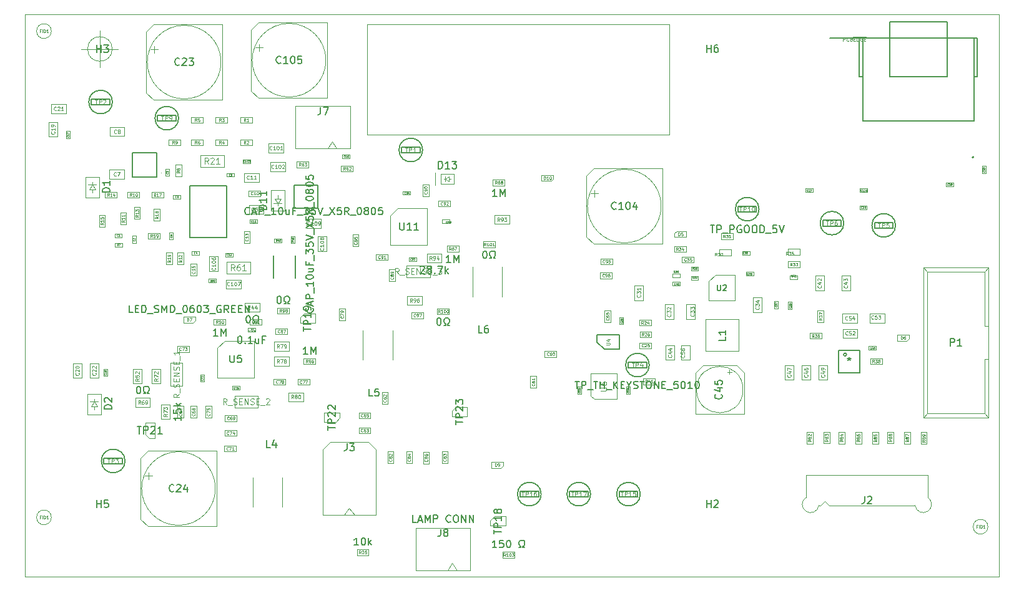
<source format=gbr>
G04 #@! TF.GenerationSoftware,KiCad,Pcbnew,(5.1.2)-1*
G04 #@! TF.CreationDate,2021-02-22T12:01:06+05:45*
G04 #@! TF.ProjectId,Pufferfish-Power-MCU,50756666-6572-4666-9973-682d506f7765,0.0*
G04 #@! TF.SameCoordinates,Original*
G04 #@! TF.FileFunction,Other,Fab,Top*
%FSLAX46Y46*%
G04 Gerber Fmt 4.6, Leading zero omitted, Abs format (unit mm)*
G04 Created by KiCad (PCBNEW (5.1.2)-1) date 2021-02-22 12:01:06*
%MOMM*%
%LPD*%
G04 APERTURE LIST*
%ADD10C,0.100000*%
%ADD11C,0.150000*%
%ADD12C,0.152400*%
%ADD13C,0.127000*%
%ADD14C,0.200000*%
%ADD15C,0.120000*%
%ADD16C,0.090000*%
%ADD17C,0.060000*%
%ADD18C,0.015000*%
%ADD19C,0.040000*%
%ADD20C,0.075000*%
%ADD21C,0.080000*%
G04 APERTURE END LIST*
D10*
X203212700Y-114388900D02*
X203212700Y-119388900D01*
X71094600Y-114401600D02*
X71094600Y-119401600D01*
X82946666Y-47752000D02*
G75*
G03X82946666Y-47752000I-1666666J0D01*
G01*
X78780000Y-47752000D02*
X83780000Y-47752000D01*
X81280000Y-45252000D02*
X81280000Y-50252000D01*
X71094600Y-114401600D02*
X71094600Y-43065700D01*
X203212700Y-119388900D02*
X71094600Y-119401600D01*
X203225400Y-43065700D02*
X203212700Y-114388900D01*
X71094600Y-43065700D02*
X203225400Y-43065700D01*
D11*
G04 #@! TO.C,TP4*
X152928000Y-90278000D02*
X155428000Y-90278000D01*
X155428000Y-90278000D02*
X155428000Y-91078000D01*
X155428000Y-91078000D02*
X152928000Y-91078000D01*
X152928000Y-91078000D02*
X152928000Y-90278000D01*
X155778000Y-90678000D02*
G75*
G03X155778000Y-90678000I-1600000J0D01*
G01*
D10*
G04 #@! TO.C,L4*
X102037400Y-109917600D02*
X102037400Y-105917600D01*
X106037400Y-105917600D02*
X106037400Y-109917600D01*
G04 #@! TO.C,R26*
X154482400Y-86127600D02*
X156082400Y-86127600D01*
X154482400Y-86927600D02*
X154482400Y-86127600D01*
X156082400Y-86927600D02*
X154482400Y-86927600D01*
X156082400Y-86127600D02*
X156082400Y-86927600D01*
G04 #@! TO.C,F1*
X158505400Y-44426600D02*
X117505400Y-44426600D01*
X117505400Y-44426600D02*
X117505400Y-59426600D01*
X117505400Y-59426600D02*
X158505400Y-59426600D01*
X158505400Y-59426600D02*
X158505400Y-44426600D01*
G04 #@! TO.C,C24*
X87889675Y-105242000D02*
X87889675Y-106242000D01*
X87389675Y-105742000D02*
X88389675Y-105742000D01*
X86798000Y-111592000D02*
X87798000Y-112592000D01*
X86798000Y-103292000D02*
X87798000Y-102292000D01*
X86798000Y-103292000D02*
X86798000Y-111592000D01*
X87798000Y-112592000D02*
X97098000Y-112592000D01*
X87798000Y-102292000D02*
X97098000Y-102292000D01*
X97098000Y-102292000D02*
X97098000Y-112592000D01*
X96948000Y-107442000D02*
G75*
G03X96948000Y-107442000I-5000000J0D01*
G01*
G04 #@! TO.C,FID1*
X201697400Y-112632600D02*
G75*
G03X201697400Y-112632600I-1000000J0D01*
G01*
X74697400Y-111362600D02*
G75*
G03X74697400Y-111362600I-1000000J0D01*
G01*
G04 #@! TO.C,L5*
X120964000Y-85937600D02*
X120964000Y-89937600D01*
X116964000Y-89937600D02*
X116964000Y-85937600D01*
G04 #@! TO.C,L6*
X135823000Y-77360000D02*
X135823000Y-81360000D01*
X131823000Y-81360000D02*
X131823000Y-77360000D01*
D12*
G04 #@! TO.C,U3*
X181454999Y-91695001D02*
X181454999Y-88644999D01*
X184305001Y-91695001D02*
X184305001Y-88644999D01*
X181454999Y-91695001D02*
X184305001Y-91695001D01*
X181454999Y-88644999D02*
X184305001Y-88644999D01*
X182531558Y-89245001D02*
G75*
G03X182531558Y-89245001I-201557J0D01*
G01*
D10*
G04 #@! TO.C,J2*
X177053000Y-105646000D02*
X177053000Y-108626000D01*
X178983000Y-109746000D02*
X178773000Y-109746000D01*
X179583000Y-109146000D02*
X178983000Y-109746000D01*
X180173000Y-109746000D02*
X179583000Y-109146000D01*
X191813000Y-109746000D02*
X180173000Y-109746000D01*
X193533000Y-105646000D02*
X193533000Y-108646000D01*
X177053000Y-105646000D02*
X193533000Y-105646000D01*
X177047985Y-108641612D02*
G75*
G03X178773000Y-109746000I605015J-954388D01*
G01*
X191819585Y-109747022D02*
G75*
G03X193533000Y-108646000I1113415J151022D01*
G01*
G04 #@! TO.C,C15*
X94380000Y-76924000D02*
X94380000Y-78524000D01*
X93580000Y-76924000D02*
X94380000Y-76924000D01*
X93580000Y-78524000D02*
X93580000Y-76924000D01*
X94380000Y-78524000D02*
X93580000Y-78524000D01*
G04 #@! TO.C,C80*
X102354000Y-86102000D02*
X101354000Y-86102000D01*
X102354000Y-85602000D02*
X102354000Y-86102000D01*
X101354000Y-85602000D02*
X102354000Y-85602000D01*
X101354000Y-86102000D02*
X101354000Y-85602000D01*
D13*
G04 #@! TO.C,J1*
X199778000Y-57500000D02*
X184778000Y-57500000D01*
X184778000Y-57500000D02*
X184778000Y-51550000D01*
X184778000Y-51550000D02*
X184778000Y-46300000D01*
X184778000Y-46300000D02*
X199778000Y-46300000D01*
X199778000Y-46300000D02*
X199778000Y-51550000D01*
X199778000Y-51550000D02*
X199778000Y-57500000D01*
X196178000Y-44100000D02*
X188378000Y-44100000D01*
X196178000Y-44100000D02*
X196178000Y-51500000D01*
X196178000Y-51500000D02*
X188378000Y-51500000D01*
X188378000Y-51500000D02*
X188378000Y-44100000D01*
X184778000Y-46300000D02*
X184278000Y-46300000D01*
X184278000Y-46300000D02*
X184278000Y-51550000D01*
X184278000Y-51550000D02*
X184778000Y-51550000D01*
X199778000Y-46300000D02*
X200278000Y-46300000D01*
X200278000Y-46300000D02*
X200278000Y-51550000D01*
X200278000Y-51550000D02*
X199778000Y-51550000D01*
X184278000Y-46300000D02*
X180258000Y-46300000D01*
D14*
X199778000Y-62460000D02*
G75*
G03X199778000Y-62460000I-100000J0D01*
G01*
D10*
G04 #@! TO.C,R29*
X158947400Y-78262600D02*
X159947400Y-78262600D01*
X158947400Y-78762600D02*
X158947400Y-78262600D01*
X159947400Y-78762600D02*
X158947400Y-78762600D01*
X159947400Y-78262600D02*
X159947400Y-78762600D01*
G04 #@! TO.C,C23*
X88651675Y-47330000D02*
X88651675Y-48330000D01*
X88151675Y-47830000D02*
X89151675Y-47830000D01*
X87560000Y-53680000D02*
X88560000Y-54680000D01*
X87560000Y-45380000D02*
X88560000Y-44380000D01*
X87560000Y-45380000D02*
X87560000Y-53680000D01*
X88560000Y-54680000D02*
X97860000Y-54680000D01*
X88560000Y-44380000D02*
X97860000Y-44380000D01*
X97860000Y-44380000D02*
X97860000Y-54680000D01*
X97710000Y-49530000D02*
G75*
G03X97710000Y-49530000I-5000000J0D01*
G01*
G04 #@! TO.C,C110*
X185347400Y-66692600D02*
X185347400Y-67192600D01*
X185347400Y-67192600D02*
X184347400Y-67192600D01*
X184347400Y-67192600D02*
X184347400Y-66692600D01*
X184347400Y-66692600D02*
X185347400Y-66692600D01*
G04 #@! TO.C,C16*
X114155600Y-62102600D02*
X115155600Y-62102600D01*
X114155600Y-62602600D02*
X114155600Y-62102600D01*
X115155600Y-62602600D02*
X114155600Y-62602600D01*
X115155600Y-62102600D02*
X115155600Y-62602600D01*
G04 #@! TO.C,C14*
X102608000Y-71420800D02*
X101608000Y-71420800D01*
X102608000Y-70920800D02*
X102608000Y-71420800D01*
X101608000Y-70920800D02*
X102608000Y-70920800D01*
X101608000Y-71420800D02*
X101608000Y-70920800D01*
G04 #@! TO.C,C12*
X99283000Y-75442000D02*
X99283000Y-75942000D01*
X99283000Y-75942000D02*
X98283000Y-75942000D01*
X98283000Y-75942000D02*
X98283000Y-75442000D01*
X98283000Y-75442000D02*
X99283000Y-75442000D01*
G04 #@! TO.C,C9*
X98483800Y-64596200D02*
X99483800Y-64596200D01*
X98483800Y-65096200D02*
X98483800Y-64596200D01*
X99483800Y-65096200D02*
X98483800Y-65096200D01*
X99483800Y-64596200D02*
X99483800Y-65096200D01*
G04 #@! TO.C,C5*
X91200000Y-73640000D02*
X90700000Y-73640000D01*
X90700000Y-73640000D02*
X90700000Y-72640000D01*
X90700000Y-72640000D02*
X91200000Y-72640000D01*
X91200000Y-72640000D02*
X91200000Y-73640000D01*
G04 #@! TO.C,C3*
X90674000Y-64016000D02*
X90674000Y-65016000D01*
X90174000Y-64016000D02*
X90674000Y-64016000D01*
X90174000Y-65016000D02*
X90174000Y-64016000D01*
X90674000Y-65016000D02*
X90174000Y-65016000D01*
G04 #@! TO.C,C30*
X200917400Y-64642600D02*
X200917400Y-63642600D01*
X201417400Y-64642600D02*
X200917400Y-64642600D01*
X201417400Y-63642600D02*
X201417400Y-64642600D01*
X200917400Y-63642600D02*
X201417400Y-63642600D01*
G04 #@! TO.C,C29*
X197002400Y-66402600D02*
X196002400Y-66402600D01*
X197002400Y-65902600D02*
X197002400Y-66402600D01*
X196002400Y-65902600D02*
X197002400Y-65902600D01*
X196002400Y-66402600D02*
X196002400Y-65902600D01*
G04 #@! TO.C,C28*
X184287400Y-69022600D02*
X185287400Y-69022600D01*
X184287400Y-69522600D02*
X184287400Y-69022600D01*
X185287400Y-69522600D02*
X184287400Y-69522600D01*
X185287400Y-69022600D02*
X185287400Y-69522600D01*
G04 #@! TO.C,C27*
X176947400Y-66692600D02*
X177947400Y-66692600D01*
X176947400Y-67192600D02*
X176947400Y-66692600D01*
X177947400Y-67192600D02*
X176947400Y-67192600D01*
X177947400Y-66692600D02*
X177947400Y-67192600D01*
G04 #@! TO.C,C94*
X123382400Y-67552600D02*
X122382400Y-67552600D01*
X123382400Y-67052600D02*
X123382400Y-67552600D01*
X122382400Y-67052600D02*
X123382400Y-67052600D01*
X122382400Y-67552600D02*
X122382400Y-67052600D01*
G04 #@! TO.C,C93*
X123182400Y-76052600D02*
X124182400Y-76052600D01*
X123182400Y-76552600D02*
X123182400Y-76052600D01*
X124182400Y-76552600D02*
X123182400Y-76552600D01*
X124182400Y-76052600D02*
X124182400Y-76552600D01*
G04 #@! TO.C,C88*
X128718500Y-71404400D02*
X127718500Y-71404400D01*
X128718500Y-70904400D02*
X128718500Y-71404400D01*
X127718500Y-70904400D02*
X128718500Y-70904400D01*
X127718500Y-71404400D02*
X127718500Y-70904400D01*
G04 #@! TO.C,C76*
X99232400Y-93527600D02*
X100232400Y-93527600D01*
X99232400Y-94027600D02*
X99232400Y-93527600D01*
X100232400Y-94027600D02*
X99232400Y-94027600D01*
X100232400Y-93527600D02*
X100232400Y-94027600D01*
G04 #@! TO.C,C72*
X95398400Y-91956000D02*
X95398400Y-92956000D01*
X94898400Y-91956000D02*
X95398400Y-91956000D01*
X94898400Y-92956000D02*
X94898400Y-91956000D01*
X95398400Y-92956000D02*
X94898400Y-92956000D01*
G04 #@! TO.C,C59*
X146051000Y-94604000D02*
X146051000Y-93604000D01*
X146551000Y-94604000D02*
X146051000Y-94604000D01*
X146551000Y-93604000D02*
X146551000Y-94604000D01*
X146051000Y-93604000D02*
X146551000Y-93604000D01*
G04 #@! TO.C,C58*
X152655000Y-94604000D02*
X152655000Y-93604000D01*
X153155000Y-94604000D02*
X152655000Y-94604000D01*
X153155000Y-93604000D02*
X153155000Y-94604000D01*
X152655000Y-93604000D02*
X153155000Y-93604000D01*
G04 #@! TO.C,C48*
X186528500Y-88612000D02*
X185528500Y-88612000D01*
X186528500Y-88112000D02*
X186528500Y-88612000D01*
X185528500Y-88112000D02*
X186528500Y-88112000D01*
X185528500Y-88612000D02*
X185528500Y-88112000D01*
G04 #@! TO.C,C41*
X174823500Y-78490000D02*
X175823500Y-78490000D01*
X174823500Y-78990000D02*
X174823500Y-78490000D01*
X175823500Y-78990000D02*
X174823500Y-78990000D01*
X175823500Y-78490000D02*
X175823500Y-78990000D01*
G04 #@! TO.C,C40*
X159957400Y-79902600D02*
X158957400Y-79902600D01*
X159957400Y-79402600D02*
X159957400Y-79902600D01*
X158957400Y-79402600D02*
X159957400Y-79402600D01*
X158957400Y-79902600D02*
X158957400Y-79402600D01*
G04 #@! TO.C,C39*
X169946500Y-78537000D02*
X168946500Y-78537000D01*
X169946500Y-78037000D02*
X169946500Y-78537000D01*
X168946500Y-78037000D02*
X169946500Y-78037000D01*
X168946500Y-78537000D02*
X168946500Y-78037000D01*
G04 #@! TO.C,C38*
X169410000Y-75688000D02*
X168410000Y-75688000D01*
X169410000Y-75188000D02*
X169410000Y-75688000D01*
X168410000Y-75188000D02*
X169410000Y-75188000D01*
X168410000Y-75688000D02*
X168410000Y-75188000D01*
G04 #@! TO.C,C37*
X172731400Y-82980600D02*
X172731400Y-81980600D01*
X173231400Y-82980600D02*
X172731400Y-82980600D01*
X173231400Y-81980600D02*
X173231400Y-82980600D01*
X172731400Y-81980600D02*
X173231400Y-81980600D01*
G04 #@! TO.C,C36*
X174627400Y-83092600D02*
X174627400Y-82092600D01*
X175127400Y-83092600D02*
X174627400Y-83092600D01*
X175127400Y-82092600D02*
X175127400Y-83092600D01*
X174627400Y-82092600D02*
X175127400Y-82092600D01*
G04 #@! TO.C,C26*
X152257400Y-84152600D02*
X152257400Y-85152600D01*
X151757400Y-84152600D02*
X152257400Y-84152600D01*
X151757400Y-85152600D02*
X151757400Y-84152600D01*
X152257400Y-85152600D02*
X151757400Y-85152600D01*
G04 #@! TO.C,C18*
X82292000Y-91194000D02*
X82292000Y-92194000D01*
X81792000Y-91194000D02*
X82292000Y-91194000D01*
X81792000Y-92194000D02*
X81792000Y-91194000D01*
X82292000Y-92194000D02*
X81792000Y-92194000D01*
G04 #@! TO.C,C17*
X77212000Y-58913000D02*
X77212000Y-59913000D01*
X76712000Y-58913000D02*
X77212000Y-58913000D01*
X76712000Y-59913000D02*
X76712000Y-58913000D01*
X77212000Y-59913000D02*
X76712000Y-59913000D01*
G04 #@! TO.C,C103*
X100650000Y-62750000D02*
X101650000Y-62750000D01*
X100650000Y-63250000D02*
X100650000Y-62750000D01*
X101650000Y-63250000D02*
X100650000Y-63250000D01*
X101650000Y-62750000D02*
X101650000Y-63250000D01*
G04 #@! TO.C,C6*
X92194000Y-68068000D02*
X91194000Y-68068000D01*
X92194000Y-67568000D02*
X92194000Y-68068000D01*
X91194000Y-67568000D02*
X92194000Y-67568000D01*
X91194000Y-68068000D02*
X91194000Y-67568000D01*
G04 #@! TO.C,C4*
X93734000Y-75188000D02*
X94734000Y-75188000D01*
X93734000Y-75688000D02*
X93734000Y-75188000D01*
X94734000Y-75688000D02*
X93734000Y-75688000D01*
X94734000Y-75188000D02*
X94734000Y-75688000D01*
G04 #@! TO.C,C2*
X86160000Y-73120000D02*
X86160000Y-74120000D01*
X85660000Y-73120000D02*
X86160000Y-73120000D01*
X85660000Y-74120000D02*
X85660000Y-73120000D01*
X86160000Y-74120000D02*
X85660000Y-74120000D01*
G04 #@! TO.C,C1*
X84290000Y-73326000D02*
X83290000Y-73326000D01*
X84290000Y-72826000D02*
X84290000Y-73326000D01*
X83290000Y-72826000D02*
X84290000Y-72826000D01*
X83290000Y-73326000D02*
X83290000Y-72826000D01*
D13*
G04 #@! TO.C,U1*
X93512000Y-66350000D02*
X98512000Y-66350000D01*
X98512000Y-66350000D02*
X98512000Y-73350000D01*
X98512000Y-73350000D02*
X93512000Y-73350000D01*
X93512000Y-73350000D02*
X93512000Y-66350000D01*
D15*
G04 #@! TO.C,D13*
X126758700Y-66255900D02*
X126758700Y-66268600D01*
X126746000Y-64516000D02*
X126746000Y-66268600D01*
D10*
X127497000Y-64705000D02*
X129297000Y-64705000D01*
X129297000Y-64705000D02*
X129297000Y-66105000D01*
X129297000Y-66105000D02*
X127497000Y-66105000D01*
X127497000Y-66105000D02*
X127497000Y-64705000D01*
X128097000Y-65055000D02*
X128097000Y-65755000D01*
X128097000Y-65405000D02*
X127897000Y-65405000D01*
X128097000Y-65405000D02*
X128597000Y-65055000D01*
X128597000Y-65055000D02*
X128597000Y-65755000D01*
X128597000Y-65755000D02*
X128097000Y-65405000D01*
X128597000Y-65405000D02*
X128847000Y-65405000D01*
G04 #@! TO.C,R38*
X185743500Y-89762000D02*
X187343500Y-89762000D01*
X185743500Y-90562000D02*
X185743500Y-89762000D01*
X187343500Y-90562000D02*
X185743500Y-90562000D01*
X187343500Y-89762000D02*
X187343500Y-90562000D01*
G04 #@! TO.C,R1*
X101917500Y-57804000D02*
X100317500Y-57804000D01*
X101917500Y-57004000D02*
X101917500Y-57804000D01*
X100317500Y-57004000D02*
X101917500Y-57004000D01*
X100317500Y-57804000D02*
X100317500Y-57004000D01*
G04 #@! TO.C,R2*
X100317500Y-60052000D02*
X101917500Y-60052000D01*
X100317500Y-60852000D02*
X100317500Y-60052000D01*
X101917500Y-60852000D02*
X100317500Y-60852000D01*
X101917500Y-60052000D02*
X101917500Y-60852000D01*
G04 #@! TO.C,R3*
X98590000Y-57804000D02*
X96990000Y-57804000D01*
X98590000Y-57004000D02*
X98590000Y-57804000D01*
X96990000Y-57004000D02*
X98590000Y-57004000D01*
X96990000Y-57804000D02*
X96990000Y-57004000D01*
G04 #@! TO.C,R4*
X98590000Y-60852000D02*
X96990000Y-60852000D01*
X98590000Y-60052000D02*
X98590000Y-60852000D01*
X96990000Y-60052000D02*
X98590000Y-60052000D01*
X96990000Y-60852000D02*
X96990000Y-60052000D01*
G04 #@! TO.C,R5*
X95288000Y-57804000D02*
X93688000Y-57804000D01*
X95288000Y-57004000D02*
X95288000Y-57804000D01*
X93688000Y-57004000D02*
X95288000Y-57004000D01*
X93688000Y-57804000D02*
X93688000Y-57004000D01*
G04 #@! TO.C,R6*
X95288000Y-60852000D02*
X93688000Y-60852000D01*
X95288000Y-60052000D02*
X95288000Y-60852000D01*
X93688000Y-60052000D02*
X95288000Y-60052000D01*
X93688000Y-60852000D02*
X93688000Y-60052000D01*
G04 #@! TO.C,R24*
X156016500Y-85337000D02*
X154416500Y-85337000D01*
X156016500Y-84537000D02*
X156016500Y-85337000D01*
X154416500Y-84537000D02*
X156016500Y-84537000D01*
X154416500Y-85337000D02*
X154416500Y-84537000D01*
G04 #@! TO.C,R30*
X165312500Y-75000000D02*
X166912500Y-75000000D01*
X165312500Y-75800000D02*
X165312500Y-75000000D01*
X166912500Y-75800000D02*
X165312500Y-75800000D01*
X166912500Y-75000000D02*
X166912500Y-75800000D01*
G04 #@! TO.C,R31*
X167100000Y-73600000D02*
X165500000Y-73600000D01*
X167100000Y-72800000D02*
X167100000Y-73600000D01*
X165500000Y-72800000D02*
X167100000Y-72800000D01*
X165500000Y-73600000D02*
X165500000Y-72800000D01*
G04 #@! TO.C,R33*
X176189800Y-77416200D02*
X174589800Y-77416200D01*
X176189800Y-76616200D02*
X176189800Y-77416200D01*
X174589800Y-76616200D02*
X176189800Y-76616200D01*
X174589800Y-77416200D02*
X174589800Y-76616200D01*
G04 #@! TO.C,R34*
X160820000Y-75330000D02*
X159220000Y-75330000D01*
X160820000Y-74530000D02*
X160820000Y-75330000D01*
X159220000Y-74530000D02*
X160820000Y-74530000D01*
X159220000Y-75330000D02*
X159220000Y-74530000D01*
G04 #@! TO.C,R35*
X174625000Y-74911000D02*
X176225000Y-74911000D01*
X174625000Y-75711000D02*
X174625000Y-74911000D01*
X176225000Y-75711000D02*
X174625000Y-75711000D01*
X176225000Y-74911000D02*
X176225000Y-75711000D01*
G04 #@! TO.C,R36*
X179157400Y-87102600D02*
X177557400Y-87102600D01*
X179157400Y-86302600D02*
X179157400Y-87102600D01*
X177557400Y-86302600D02*
X179157400Y-86302600D01*
X177557400Y-87102600D02*
X177557400Y-86302600D01*
G04 #@! TO.C,R37*
X179406500Y-83248500D02*
X179406500Y-84848500D01*
X178606500Y-83248500D02*
X179406500Y-83248500D01*
X178606500Y-84848500D02*
X178606500Y-83248500D01*
X179406500Y-84848500D02*
X178606500Y-84848500D01*
G04 #@! TO.C,R41*
X154957400Y-92502600D02*
X156557400Y-92502600D01*
X154957400Y-93302600D02*
X154957400Y-92502600D01*
X156557400Y-93302600D02*
X154957400Y-93302600D01*
X156557400Y-92502600D02*
X156557400Y-93302600D01*
G04 #@! TO.C,R10*
X86652000Y-67964000D02*
X85052000Y-67964000D01*
X86652000Y-67164000D02*
X86652000Y-67964000D01*
X85052000Y-67164000D02*
X86652000Y-67164000D01*
X85052000Y-67964000D02*
X85052000Y-67164000D01*
G04 #@! TO.C,R11*
X84050000Y-71560000D02*
X84050000Y-69960000D01*
X84850000Y-71560000D02*
X84050000Y-71560000D01*
X84850000Y-69960000D02*
X84850000Y-71560000D01*
X84050000Y-69960000D02*
X84850000Y-69960000D01*
G04 #@! TO.C,R12*
X92602000Y-75400000D02*
X92602000Y-77000000D01*
X91802000Y-75400000D02*
X92602000Y-75400000D01*
X91802000Y-77000000D02*
X91802000Y-75400000D01*
X92602000Y-77000000D02*
X91802000Y-77000000D01*
G04 #@! TO.C,R13*
X85930000Y-70850000D02*
X85930000Y-69250000D01*
X86730000Y-70850000D02*
X85930000Y-70850000D01*
X86730000Y-69250000D02*
X86730000Y-70850000D01*
X85930000Y-69250000D02*
X86730000Y-69250000D01*
G04 #@! TO.C,R14*
X82004000Y-67164000D02*
X83604000Y-67164000D01*
X82004000Y-67964000D02*
X82004000Y-67164000D01*
X83604000Y-67964000D02*
X82004000Y-67964000D01*
X83604000Y-67164000D02*
X83604000Y-67964000D01*
G04 #@! TO.C,R15*
X81970000Y-70310000D02*
X81970000Y-71910000D01*
X81170000Y-70310000D02*
X81970000Y-70310000D01*
X81170000Y-71910000D02*
X81170000Y-70310000D01*
X81970000Y-71910000D02*
X81170000Y-71910000D01*
G04 #@! TO.C,R17*
X89900000Y-67970000D02*
X88300000Y-67970000D01*
X89900000Y-67170000D02*
X89900000Y-67970000D01*
X88300000Y-67170000D02*
X89900000Y-67170000D01*
X88300000Y-67970000D02*
X88300000Y-67170000D01*
G04 #@! TO.C,R18*
X88580000Y-71080000D02*
X88580000Y-69480000D01*
X89380000Y-71080000D02*
X88580000Y-71080000D01*
X89380000Y-69480000D02*
X89380000Y-71080000D01*
X88580000Y-69480000D02*
X89380000Y-69480000D01*
G04 #@! TO.C,R19*
X90278000Y-77000000D02*
X90278000Y-75400000D01*
X91078000Y-77000000D02*
X90278000Y-77000000D01*
X91078000Y-75400000D02*
X91078000Y-77000000D01*
X90278000Y-75400000D02*
X91078000Y-75400000D01*
G04 #@! TO.C,R82*
X177943000Y-99758000D02*
X177943000Y-101358000D01*
X177143000Y-99758000D02*
X177943000Y-99758000D01*
X177143000Y-101358000D02*
X177143000Y-99758000D01*
X177943000Y-101358000D02*
X177143000Y-101358000D01*
G04 #@! TO.C,R83*
X180229000Y-99732500D02*
X180229000Y-101332500D01*
X179429000Y-99732500D02*
X180229000Y-99732500D01*
X179429000Y-101332500D02*
X179429000Y-99732500D01*
X180229000Y-101332500D02*
X179429000Y-101332500D01*
G04 #@! TO.C,R84*
X182261000Y-99758000D02*
X182261000Y-101358000D01*
X181461000Y-99758000D02*
X182261000Y-99758000D01*
X181461000Y-101358000D02*
X181461000Y-99758000D01*
X182261000Y-101358000D02*
X181461000Y-101358000D01*
G04 #@! TO.C,R85*
X186833000Y-99783500D02*
X186833000Y-101383500D01*
X186033000Y-99783500D02*
X186833000Y-99783500D01*
X186033000Y-101383500D02*
X186033000Y-99783500D01*
X186833000Y-101383500D02*
X186033000Y-101383500D01*
G04 #@! TO.C,R86*
X184547000Y-99758000D02*
X184547000Y-101358000D01*
X183747000Y-99758000D02*
X184547000Y-99758000D01*
X183747000Y-101358000D02*
X183747000Y-99758000D01*
X184547000Y-101358000D02*
X183747000Y-101358000D01*
G04 #@! TO.C,R87*
X191151000Y-99783500D02*
X191151000Y-101383500D01*
X190351000Y-99783500D02*
X191151000Y-99783500D01*
X190351000Y-101383500D02*
X190351000Y-99783500D01*
X191151000Y-101383500D02*
X190351000Y-101383500D01*
G04 #@! TO.C,R88*
X188865000Y-99732500D02*
X188865000Y-101332500D01*
X188065000Y-99732500D02*
X188865000Y-99732500D01*
X188065000Y-101332500D02*
X188065000Y-99732500D01*
X188865000Y-101332500D02*
X188065000Y-101332500D01*
G04 #@! TO.C,R89*
X193404000Y-99803500D02*
X193404000Y-101403500D01*
X192604000Y-99803500D02*
X193404000Y-99803500D01*
X192604000Y-101403500D02*
X192604000Y-99803500D01*
X193404000Y-101403500D02*
X192604000Y-101403500D01*
G04 #@! TO.C,U5*
X97195000Y-88375000D02*
X98195000Y-87375000D01*
X97195000Y-92375000D02*
X97195000Y-88375000D01*
X102195000Y-92375000D02*
X97195000Y-92375000D01*
X102195000Y-87375000D02*
X102195000Y-92375000D01*
X98195000Y-87375000D02*
X102195000Y-87375000D01*
D11*
G04 #@! TO.C,U4*
X149707400Y-88552600D02*
X148707400Y-87552600D01*
X151707400Y-88552600D02*
X149707400Y-88552600D01*
X151707400Y-86552600D02*
X151707400Y-88552600D01*
X148707400Y-86552600D02*
X151707400Y-86552600D01*
X148707400Y-87552600D02*
X148707400Y-86552600D01*
D10*
G04 #@! TO.C,U11*
X120690000Y-70382000D02*
X121690000Y-69382000D01*
X120690000Y-74382000D02*
X120690000Y-70382000D01*
X125690000Y-74382000D02*
X120690000Y-74382000D01*
X125690000Y-69382000D02*
X125690000Y-74382000D01*
X121690000Y-69382000D02*
X125690000Y-69382000D01*
G04 #@! TO.C,C104*
X148341675Y-66888000D02*
X148341675Y-67888000D01*
X147841675Y-67388000D02*
X148841675Y-67388000D01*
X147250000Y-73238000D02*
X148250000Y-74238000D01*
X147250000Y-64938000D02*
X148250000Y-63938000D01*
X147250000Y-64938000D02*
X147250000Y-73238000D01*
X148250000Y-74238000D02*
X157550000Y-74238000D01*
X148250000Y-63938000D02*
X157550000Y-63938000D01*
X157550000Y-63938000D02*
X157550000Y-74238000D01*
X157400000Y-69088000D02*
G75*
G03X157400000Y-69088000I-5000000J0D01*
G01*
G04 #@! TO.C,C105*
X102875675Y-47076000D02*
X102875675Y-48076000D01*
X102375675Y-47576000D02*
X103375675Y-47576000D01*
X101784000Y-53426000D02*
X102784000Y-54426000D01*
X101784000Y-45126000D02*
X102784000Y-44126000D01*
X101784000Y-45126000D02*
X101784000Y-53426000D01*
X102784000Y-54426000D02*
X112084000Y-54426000D01*
X102784000Y-44126000D02*
X112084000Y-44126000D01*
X112084000Y-44126000D02*
X112084000Y-54426000D01*
X111934000Y-49276000D02*
G75*
G03X111934000Y-49276000I-5000000J0D01*
G01*
G04 #@! TO.C,C101*
X106156000Y-60614000D02*
X106156000Y-61814000D01*
X106156000Y-61814000D02*
X104156000Y-61814000D01*
X104156000Y-61814000D02*
X104156000Y-60614000D01*
X104156000Y-60614000D02*
X106156000Y-60614000D01*
G04 #@! TO.C,C102*
X106410000Y-63154000D02*
X106410000Y-64354000D01*
X106410000Y-64354000D02*
X104410000Y-64354000D01*
X104410000Y-64354000D02*
X104410000Y-63154000D01*
X104410000Y-63154000D02*
X106410000Y-63154000D01*
G04 #@! TO.C,C19*
X75530000Y-59674000D02*
X74330000Y-59674000D01*
X74330000Y-59674000D02*
X74330000Y-57674000D01*
X74330000Y-57674000D02*
X75530000Y-57674000D01*
X75530000Y-57674000D02*
X75530000Y-59674000D01*
G04 #@! TO.C,C20*
X78832000Y-92440000D02*
X77632000Y-92440000D01*
X77632000Y-92440000D02*
X77632000Y-90440000D01*
X77632000Y-90440000D02*
X78832000Y-90440000D01*
X78832000Y-90440000D02*
X78832000Y-92440000D01*
G04 #@! TO.C,C21*
X76692000Y-55280000D02*
X76692000Y-56480000D01*
X76692000Y-56480000D02*
X74692000Y-56480000D01*
X74692000Y-56480000D02*
X74692000Y-55280000D01*
X74692000Y-55280000D02*
X76692000Y-55280000D01*
G04 #@! TO.C,C22*
X81118000Y-92440000D02*
X79918000Y-92440000D01*
X79918000Y-92440000D02*
X79918000Y-90440000D01*
X79918000Y-90440000D02*
X81118000Y-90440000D01*
X81118000Y-90440000D02*
X81118000Y-92440000D01*
G04 #@! TO.C,C25*
X156057400Y-88427600D02*
X154457400Y-88427600D01*
X156057400Y-87627600D02*
X156057400Y-88427600D01*
X154457400Y-87627600D02*
X156057400Y-87627600D01*
X154457400Y-88427600D02*
X154457400Y-87627600D01*
G04 #@! TO.C,C31*
X154957400Y-81902600D02*
X153757400Y-81902600D01*
X153757400Y-81902600D02*
X153757400Y-79902600D01*
X153757400Y-79902600D02*
X154957400Y-79902600D01*
X154957400Y-79902600D02*
X154957400Y-81902600D01*
G04 #@! TO.C,C32*
X157872800Y-82452000D02*
X159072800Y-82452000D01*
X159072800Y-82452000D02*
X159072800Y-84452000D01*
X159072800Y-84452000D02*
X157872800Y-84452000D01*
X157872800Y-84452000D02*
X157872800Y-82452000D01*
G04 #@! TO.C,C33*
X160777400Y-82414600D02*
X161977400Y-82414600D01*
X161977400Y-82414600D02*
X161977400Y-84414600D01*
X161977400Y-84414600D02*
X160777400Y-84414600D01*
X160777400Y-84414600D02*
X160777400Y-82414600D01*
G04 #@! TO.C,C34*
X169841400Y-81480600D02*
X171041400Y-81480600D01*
X171041400Y-81480600D02*
X171041400Y-83480600D01*
X171041400Y-83480600D02*
X169841400Y-83480600D01*
X169841400Y-83480600D02*
X169841400Y-81480600D01*
G04 #@! TO.C,C35*
X160207400Y-75962600D02*
X161807400Y-75962600D01*
X160207400Y-76762600D02*
X160207400Y-75962600D01*
X161807400Y-76762600D02*
X160207400Y-76762600D01*
X161807400Y-75962600D02*
X161807400Y-76762600D01*
G04 #@! TO.C,C42*
X179479500Y-80550500D02*
X178279500Y-80550500D01*
X178279500Y-80550500D02*
X178279500Y-78550500D01*
X178279500Y-78550500D02*
X179479500Y-78550500D01*
X179479500Y-78550500D02*
X179479500Y-80550500D01*
G04 #@! TO.C,C43*
X183035500Y-80550500D02*
X181835500Y-80550500D01*
X181835500Y-80550500D02*
X181835500Y-78550500D01*
X181835500Y-78550500D02*
X183035500Y-78550500D01*
X183035500Y-78550500D02*
X183035500Y-80550500D01*
G04 #@! TO.C,C44*
X157990200Y-87988500D02*
X159190200Y-87988500D01*
X159190200Y-87988500D02*
X159190200Y-89988500D01*
X159190200Y-89988500D02*
X157990200Y-89988500D01*
X157990200Y-89988500D02*
X157990200Y-87988500D01*
G04 #@! TO.C,C45*
X166982400Y-91622762D02*
X166352400Y-91622762D01*
X166667400Y-91307762D02*
X166667400Y-91937762D01*
X163037400Y-90712600D02*
X162037400Y-91712600D01*
X167637400Y-90712600D02*
X168637400Y-91712600D01*
X167637400Y-90712600D02*
X163037400Y-90712600D01*
X162037400Y-91712600D02*
X162037400Y-97312600D01*
X168637400Y-91712600D02*
X168637400Y-97312600D01*
X168637400Y-97312600D02*
X162037400Y-97312600D01*
X168487400Y-94012600D02*
G75*
G03X168487400Y-94012600I-3150000J0D01*
G01*
G04 #@! TO.C,C46*
X176438000Y-90694000D02*
X177638000Y-90694000D01*
X177638000Y-90694000D02*
X177638000Y-92694000D01*
X177638000Y-92694000D02*
X176438000Y-92694000D01*
X176438000Y-92694000D02*
X176438000Y-90694000D01*
G04 #@! TO.C,C47*
X174152000Y-90694000D02*
X175352000Y-90694000D01*
X175352000Y-90694000D02*
X175352000Y-92694000D01*
X175352000Y-92694000D02*
X174152000Y-92694000D01*
X174152000Y-92694000D02*
X174152000Y-90694000D01*
G04 #@! TO.C,C49*
X178724000Y-90694000D02*
X179924000Y-90694000D01*
X179924000Y-90694000D02*
X179924000Y-92694000D01*
X179924000Y-92694000D02*
X178724000Y-92694000D01*
X178724000Y-92694000D02*
X178724000Y-90694000D01*
G04 #@! TO.C,C52*
X184006000Y-85762000D02*
X184006000Y-86962000D01*
X184006000Y-86962000D02*
X182006000Y-86962000D01*
X182006000Y-86962000D02*
X182006000Y-85762000D01*
X182006000Y-85762000D02*
X184006000Y-85762000D01*
G04 #@! TO.C,C53*
X185690000Y-84928000D02*
X185690000Y-83728000D01*
X185690000Y-83728000D02*
X187690000Y-83728000D01*
X187690000Y-83728000D02*
X187690000Y-84928000D01*
X187690000Y-84928000D02*
X185690000Y-84928000D01*
G04 #@! TO.C,C54*
X183992000Y-83728000D02*
X183992000Y-84928000D01*
X183992000Y-84928000D02*
X181992000Y-84928000D01*
X181992000Y-84928000D02*
X181992000Y-83728000D01*
X181992000Y-83728000D02*
X183992000Y-83728000D01*
G04 #@! TO.C,C55*
X149732400Y-84852600D02*
X149732400Y-83252600D01*
X150532400Y-84852600D02*
X149732400Y-84852600D01*
X150532400Y-83252600D02*
X150532400Y-84852600D01*
X149732400Y-83252600D02*
X150532400Y-83252600D01*
G04 #@! TO.C,C56*
X160111100Y-87973500D02*
X161311100Y-87973500D01*
X161311100Y-87973500D02*
X161311100Y-89973500D01*
X161311100Y-89973500D02*
X160111100Y-89973500D01*
X160111100Y-89973500D02*
X160111100Y-87973500D01*
G04 #@! TO.C,C60*
X143207400Y-89577600D02*
X141607400Y-89577600D01*
X143207400Y-88777600D02*
X143207400Y-89577600D01*
X141607400Y-88777600D02*
X143207400Y-88777600D01*
X141607400Y-89577600D02*
X141607400Y-88777600D01*
G04 #@! TO.C,C61*
X139657400Y-93765100D02*
X139657400Y-92165100D01*
X140457400Y-93765100D02*
X139657400Y-93765100D01*
X140457400Y-92165100D02*
X140457400Y-93765100D01*
X139657400Y-92165100D02*
X140457400Y-92165100D01*
G04 #@! TO.C,C62*
X120325400Y-94395500D02*
X120325400Y-95995500D01*
X119525400Y-94395500D02*
X120325400Y-94395500D01*
X119525400Y-95995500D02*
X119525400Y-94395500D01*
X120325400Y-95995500D02*
X119525400Y-95995500D01*
G04 #@! TO.C,C63*
X116382400Y-99152600D02*
X117982400Y-99152600D01*
X116382400Y-99952600D02*
X116382400Y-99152600D01*
X117982400Y-99952600D02*
X116382400Y-99952600D01*
X117982400Y-99152600D02*
X117982400Y-99952600D01*
G04 #@! TO.C,C65*
X116382400Y-97127600D02*
X117982400Y-97127600D01*
X116382400Y-97927600D02*
X116382400Y-97127600D01*
X117982400Y-97927600D02*
X116382400Y-97927600D01*
X117982400Y-97127600D02*
X117982400Y-97927600D01*
G04 #@! TO.C,C67*
X91802000Y-97828000D02*
X91802000Y-96228000D01*
X92602000Y-97828000D02*
X91802000Y-97828000D01*
X92602000Y-96228000D02*
X92602000Y-97828000D01*
X91802000Y-96228000D02*
X92602000Y-96228000D01*
G04 #@! TO.C,C68*
X94380000Y-96228000D02*
X94380000Y-97828000D01*
X93580000Y-96228000D02*
X94380000Y-96228000D01*
X93580000Y-97828000D02*
X93580000Y-96228000D01*
X94380000Y-97828000D02*
X93580000Y-97828000D01*
G04 #@! TO.C,C69*
X98233900Y-97513300D02*
X99833900Y-97513300D01*
X98233900Y-98313300D02*
X98233900Y-97513300D01*
X99833900Y-98313300D02*
X98233900Y-98313300D01*
X99833900Y-97513300D02*
X99833900Y-98313300D01*
G04 #@! TO.C,C71*
X98145000Y-101628100D02*
X99745000Y-101628100D01*
X98145000Y-102428100D02*
X98145000Y-101628100D01*
X99745000Y-102428100D02*
X98145000Y-102428100D01*
X99745000Y-101628100D02*
X99745000Y-102428100D01*
G04 #@! TO.C,C73*
X93357400Y-88902600D02*
X91757400Y-88902600D01*
X93357400Y-88102600D02*
X93357400Y-88902600D01*
X91757400Y-88102600D02*
X93357400Y-88102600D01*
X91757400Y-88902600D02*
X91757400Y-88102600D01*
G04 #@! TO.C,C74*
X98208500Y-99519900D02*
X99808500Y-99519900D01*
X98208500Y-100319900D02*
X98208500Y-99519900D01*
X99808500Y-100319900D02*
X98208500Y-100319900D01*
X99808500Y-99519900D02*
X99808500Y-100319900D01*
G04 #@! TO.C,C75*
X95612000Y-97828000D02*
X95612000Y-96228000D01*
X96412000Y-97828000D02*
X95612000Y-97828000D01*
X96412000Y-96228000D02*
X96412000Y-97828000D01*
X95612000Y-96228000D02*
X96412000Y-96228000D01*
G04 #@! TO.C,C77*
X109707400Y-93377600D02*
X108107400Y-93377600D01*
X109707400Y-92577600D02*
X109707400Y-93377600D01*
X108107400Y-92577600D02*
X109707400Y-92577600D01*
X108107400Y-93377600D02*
X108107400Y-92577600D01*
G04 #@! TO.C,C78*
X104864000Y-92564000D02*
X106464000Y-92564000D01*
X104864000Y-93364000D02*
X104864000Y-92564000D01*
X106464000Y-93364000D02*
X104864000Y-93364000D01*
X106464000Y-92564000D02*
X106464000Y-93364000D01*
G04 #@! TO.C,C79*
X113732400Y-84602600D02*
X113732400Y-83002600D01*
X114532400Y-84602600D02*
X113732400Y-84602600D01*
X114532400Y-83002600D02*
X114532400Y-84602600D01*
X113732400Y-83002600D02*
X114532400Y-83002600D01*
G04 #@! TO.C,C81*
X103207400Y-85227600D02*
X101607400Y-85227600D01*
X103207400Y-84427600D02*
X103207400Y-85227600D01*
X101607400Y-84427600D02*
X103207400Y-84427600D01*
X101607400Y-85227600D02*
X101607400Y-84427600D01*
G04 #@! TO.C,C82*
X120287400Y-104034600D02*
X120287400Y-102434600D01*
X121087400Y-104034600D02*
X120287400Y-104034600D01*
X121087400Y-102434600D02*
X121087400Y-104034600D01*
X120287400Y-102434600D02*
X121087400Y-102434600D01*
G04 #@! TO.C,C83*
X127653400Y-104034600D02*
X127653400Y-102434600D01*
X128453400Y-104034600D02*
X127653400Y-104034600D01*
X128453400Y-102434600D02*
X128453400Y-104034600D01*
X127653400Y-102434600D02*
X128453400Y-102434600D01*
G04 #@! TO.C,C84*
X122825000Y-104034600D02*
X122825000Y-102434600D01*
X123625000Y-104034600D02*
X122825000Y-104034600D01*
X123625000Y-102434600D02*
X123625000Y-104034600D01*
X122825000Y-102434600D02*
X123625000Y-102434600D01*
G04 #@! TO.C,C85*
X115567400Y-74562600D02*
X115567400Y-72962600D01*
X116367400Y-74562600D02*
X115567400Y-74562600D01*
X116367400Y-72962600D02*
X116367400Y-74562600D01*
X115567400Y-72962600D02*
X116367400Y-72962600D01*
G04 #@! TO.C,C86*
X125113400Y-104057000D02*
X125113400Y-102457000D01*
X125913400Y-104057000D02*
X125113400Y-104057000D01*
X125913400Y-102457000D02*
X125913400Y-104057000D01*
X125113400Y-102457000D02*
X125913400Y-102457000D01*
G04 #@! TO.C,C87*
X106718000Y-86506000D02*
X105118000Y-86506000D01*
X106718000Y-85706000D02*
X106718000Y-86506000D01*
X105118000Y-85706000D02*
X106718000Y-85706000D01*
X105118000Y-86506000D02*
X105118000Y-85706000D01*
G04 #@! TO.C,C92*
X128800000Y-69152600D02*
X127200000Y-69152600D01*
X128800000Y-68352600D02*
X128800000Y-69152600D01*
X127200000Y-68352600D02*
X128800000Y-68352600D01*
X127200000Y-69152600D02*
X127200000Y-68352600D01*
G04 #@! TO.C,C95*
X150774300Y-77019100D02*
X149174300Y-77019100D01*
X150774300Y-76219100D02*
X150774300Y-77019100D01*
X149174300Y-76219100D02*
X150774300Y-76219100D01*
X149174300Y-77019100D02*
X149174300Y-76219100D01*
G04 #@! TO.C,C96*
X150723500Y-78911400D02*
X149123500Y-78911400D01*
X150723500Y-78111400D02*
X150723500Y-78911400D01*
X149123500Y-78111400D02*
X150723500Y-78111400D01*
X149123500Y-78911400D02*
X149123500Y-78111400D01*
G04 #@! TO.C,C97*
X125133000Y-84347000D02*
X123533000Y-84347000D01*
X125133000Y-83547000D02*
X125133000Y-84347000D01*
X123533000Y-83547000D02*
X125133000Y-83547000D01*
X123533000Y-84347000D02*
X123533000Y-83547000D01*
G04 #@! TO.C,D1*
X81164000Y-65148000D02*
X81164000Y-67948000D01*
X81164000Y-67948000D02*
X79364000Y-67948000D01*
X79364000Y-67948000D02*
X79364000Y-65148000D01*
X79364000Y-65148000D02*
X81164000Y-65148000D01*
X80264000Y-65798000D02*
X80264000Y-66198000D01*
X80264000Y-66198000D02*
X80814000Y-66198000D01*
X80264000Y-66198000D02*
X79714000Y-66198000D01*
X80264000Y-66198000D02*
X80664000Y-66798000D01*
X80664000Y-66798000D02*
X79864000Y-66798000D01*
X79864000Y-66798000D02*
X80264000Y-66198000D01*
X80264000Y-66798000D02*
X80264000Y-67298000D01*
G04 #@! TO.C,D2*
X81418000Y-94612000D02*
X81418000Y-97412000D01*
X81418000Y-97412000D02*
X79618000Y-97412000D01*
X79618000Y-97412000D02*
X79618000Y-94612000D01*
X79618000Y-94612000D02*
X81418000Y-94612000D01*
X80518000Y-95262000D02*
X80518000Y-95662000D01*
X80518000Y-95662000D02*
X81068000Y-95662000D01*
X80518000Y-95662000D02*
X79968000Y-95662000D01*
X80518000Y-95662000D02*
X80918000Y-96262000D01*
X80918000Y-96262000D02*
X80118000Y-96262000D01*
X80118000Y-96262000D02*
X80518000Y-95662000D01*
X80518000Y-96262000D02*
X80518000Y-96762000D01*
G04 #@! TO.C,D5*
X160820000Y-73298000D02*
X160820000Y-72498000D01*
X159220000Y-73298000D02*
X160820000Y-73298000D01*
X159220000Y-72798000D02*
X159220000Y-73298000D01*
X159520000Y-72498000D02*
X159220000Y-72798000D01*
X160820000Y-72498000D02*
X159520000Y-72498000D01*
G04 #@! TO.C,D6*
X189397400Y-86592600D02*
X189397400Y-87392600D01*
X190997400Y-86592600D02*
X189397400Y-86592600D01*
X190997400Y-87092600D02*
X190997400Y-86592600D01*
X190697400Y-87392600D02*
X190997400Y-87092600D01*
X189397400Y-87392600D02*
X190697400Y-87392600D01*
G04 #@! TO.C,D9*
X134365400Y-103850600D02*
X134365400Y-104650600D01*
X135965400Y-103850600D02*
X134365400Y-103850600D01*
X135965400Y-104350600D02*
X135965400Y-103850600D01*
X135665400Y-104650600D02*
X135965400Y-104350600D01*
X134365400Y-104650600D02*
X135665400Y-104650600D01*
G04 #@! TO.C,D10*
X141186000Y-64878000D02*
X141186000Y-65678000D01*
X142786000Y-64878000D02*
X141186000Y-64878000D01*
X142786000Y-65378000D02*
X142786000Y-64878000D01*
X142486000Y-65678000D02*
X142786000Y-65378000D01*
X141186000Y-65678000D02*
X142486000Y-65678000D01*
G04 #@! TO.C,FID1*
X74697400Y-45322600D02*
G75*
G03X74697400Y-45322600I-1000000J0D01*
G01*
G04 #@! TO.C,J3*
X115107400Y-110077600D02*
X115857400Y-111067600D01*
X114357400Y-111067600D02*
X115107400Y-110077600D01*
X118682400Y-111067600D02*
X111532400Y-111067600D01*
X118682400Y-102157600D02*
X118682400Y-111067600D01*
X117682400Y-101157600D02*
X118682400Y-102157600D01*
X112532400Y-101157600D02*
X117682400Y-101157600D01*
X111532400Y-102157600D02*
X112532400Y-101157600D01*
X111532400Y-111067600D02*
X111532400Y-102157600D01*
G04 #@! TO.C,L1*
X163446800Y-84483600D02*
X167891800Y-84483600D01*
X163446800Y-88750800D02*
X163446800Y-84483600D01*
X167891800Y-88750800D02*
X163446800Y-88750800D01*
X167891800Y-84483600D02*
X167891800Y-88750800D01*
G04 #@! TO.C,R28*
X162437400Y-77812600D02*
X161437400Y-77812600D01*
X162437400Y-77312600D02*
X162437400Y-77812600D01*
X161437400Y-77312600D02*
X162437400Y-77312600D01*
X161437400Y-77812600D02*
X161437400Y-77312600D01*
G04 #@! TO.C,R32*
X161427400Y-78600600D02*
X162427400Y-78600600D01*
X161427400Y-79100600D02*
X161427400Y-78600600D01*
X162427400Y-79100600D02*
X161427400Y-79100600D01*
X162427400Y-78600600D02*
X162427400Y-79100600D01*
G04 #@! TO.C,R7*
X84313000Y-74596000D02*
X83313000Y-74596000D01*
X84313000Y-74096000D02*
X84313000Y-74596000D01*
X83313000Y-74096000D02*
X84313000Y-74096000D01*
X83313000Y-74596000D02*
X83313000Y-74096000D01*
G04 #@! TO.C,TP18*
X134232400Y-111767600D02*
X134757400Y-111242600D01*
X134232400Y-112512600D02*
X134232400Y-111767600D01*
X136332400Y-112512600D02*
X134232400Y-112512600D01*
X136332400Y-111242600D02*
X136332400Y-112512600D01*
X134757400Y-111242600D02*
X136332400Y-111242600D01*
G04 #@! TO.C,TP19*
X108424000Y-84218000D02*
X108949000Y-83693000D01*
X108424000Y-84963000D02*
X108424000Y-84218000D01*
X110524000Y-84963000D02*
X108424000Y-84963000D01*
X110524000Y-83693000D02*
X110524000Y-84963000D01*
X108949000Y-83693000D02*
X110524000Y-83693000D01*
G04 #@! TO.C,TP21*
X87965000Y-100600000D02*
X87440000Y-100075000D01*
X88710000Y-100600000D02*
X87965000Y-100600000D01*
X88710000Y-98500000D02*
X88710000Y-100600000D01*
X87440000Y-98500000D02*
X88710000Y-98500000D01*
X87440000Y-100075000D02*
X87440000Y-98500000D01*
G04 #@! TO.C,TP22*
X113782400Y-97862600D02*
X113257400Y-98387600D01*
X113782400Y-97117600D02*
X113782400Y-97862600D01*
X111682400Y-97117600D02*
X113782400Y-97117600D01*
X111682400Y-98387600D02*
X111682400Y-97117600D01*
X113257400Y-98387600D02*
X111682400Y-98387600D01*
G04 #@! TO.C,TP23*
X129007400Y-96892600D02*
X129532400Y-96367600D01*
X129007400Y-97637600D02*
X129007400Y-96892600D01*
X131107400Y-97637600D02*
X129007400Y-97637600D01*
X131107400Y-96367600D02*
X131107400Y-97637600D01*
X129532400Y-96367600D02*
X131107400Y-96367600D01*
G04 #@! TO.C,U2*
X164725000Y-78450000D02*
X163850000Y-79325000D01*
X163850000Y-81950000D02*
X163850000Y-79325000D01*
X167350000Y-81950000D02*
X163850000Y-81950000D01*
X167350000Y-78450000D02*
X167350000Y-81950000D01*
X164725000Y-78450000D02*
X167350000Y-78450000D01*
G04 #@! TO.C,U6*
X147853000Y-91823000D02*
X151353000Y-91823000D01*
X147853000Y-94823000D02*
X147853000Y-91823000D01*
X151353000Y-95323000D02*
X148353000Y-95323000D01*
X151353000Y-91823000D02*
X151353000Y-95323000D01*
X147853000Y-94823000D02*
X148353000Y-95323000D01*
G04 #@! TO.C,C89*
X120504000Y-79286000D02*
X120504000Y-77686000D01*
X121304000Y-79286000D02*
X120504000Y-79286000D01*
X121304000Y-77686000D02*
X121304000Y-79286000D01*
X120504000Y-77686000D02*
X121304000Y-77686000D01*
G04 #@! TO.C,C90*
X125876000Y-66129000D02*
X125876000Y-67729000D01*
X125076000Y-66129000D02*
X125876000Y-66129000D01*
X125076000Y-67729000D02*
X125076000Y-66129000D01*
X125876000Y-67729000D02*
X125076000Y-67729000D01*
G04 #@! TO.C,C91*
X118732400Y-75627600D02*
X120332400Y-75627600D01*
X118732400Y-76427600D02*
X118732400Y-75627600D01*
X120332400Y-76427600D02*
X118732400Y-76427600D01*
X120332400Y-75627600D02*
X120332400Y-76427600D01*
G04 #@! TO.C,C7*
X84566000Y-64170000D02*
X84566000Y-65370000D01*
X84566000Y-65370000D02*
X82566000Y-65370000D01*
X82566000Y-65370000D02*
X82566000Y-64170000D01*
X82566000Y-64170000D02*
X84566000Y-64170000D01*
G04 #@! TO.C,C8*
X82616000Y-58384000D02*
X84616000Y-58384000D01*
X82616000Y-59584000D02*
X82616000Y-58384000D01*
X84616000Y-59584000D02*
X82616000Y-59584000D01*
X84616000Y-58384000D02*
X84616000Y-59584000D01*
G04 #@! TO.C,C10*
X101470000Y-67770000D02*
X101470000Y-66970000D01*
X101470000Y-66970000D02*
X103070000Y-66970000D01*
X103070000Y-66970000D02*
X103070000Y-67770000D01*
X103070000Y-67770000D02*
X101470000Y-67770000D01*
G04 #@! TO.C,C11*
X100840000Y-65810000D02*
X100840000Y-64610000D01*
X100840000Y-64610000D02*
X102840000Y-64610000D01*
X102840000Y-64610000D02*
X102840000Y-65810000D01*
X102840000Y-65810000D02*
X100840000Y-65810000D01*
G04 #@! TO.C,C13*
X100806300Y-72517100D02*
X101606300Y-72517100D01*
X101606300Y-72517100D02*
X101606300Y-74117100D01*
X101606300Y-74117100D02*
X100806300Y-74117100D01*
X100806300Y-74117100D02*
X100806300Y-72517100D01*
G04 #@! TO.C,C57*
X103480000Y-70140000D02*
X101480000Y-70140000D01*
X103480000Y-68940000D02*
X103480000Y-70140000D01*
X101480000Y-68940000D02*
X103480000Y-68940000D01*
X101480000Y-70140000D02*
X101480000Y-68940000D01*
G04 #@! TO.C,C106*
X96123200Y-75911200D02*
X97323200Y-75911200D01*
X97323200Y-75911200D02*
X97323200Y-77911200D01*
X97323200Y-77911200D02*
X96123200Y-77911200D01*
X96123200Y-77911200D02*
X96123200Y-75911200D01*
G04 #@! TO.C,C107*
X100407400Y-80277600D02*
X98407400Y-80277600D01*
X100407400Y-79077600D02*
X100407400Y-80277600D01*
X98407400Y-79077600D02*
X100407400Y-79077600D01*
X98407400Y-80277600D02*
X98407400Y-79077600D01*
G04 #@! TO.C,D11*
X105410000Y-68076000D02*
X105410000Y-67576000D01*
X105810000Y-68076000D02*
X105410000Y-68676000D01*
X105010000Y-68076000D02*
X105810000Y-68076000D01*
X105410000Y-68676000D02*
X105010000Y-68076000D01*
X105410000Y-68676000D02*
X105960000Y-68676000D01*
X105410000Y-68676000D02*
X104860000Y-68676000D01*
X105410000Y-69076000D02*
X105410000Y-68676000D01*
X106310000Y-69726000D02*
X104510000Y-69726000D01*
X106310000Y-66926000D02*
X106310000Y-69726000D01*
X104510000Y-66926000D02*
X106310000Y-66926000D01*
X104510000Y-69726000D02*
X104510000Y-66926000D01*
G04 #@! TO.C,J7*
X115226000Y-61278000D02*
X115226000Y-55528000D01*
X115226000Y-55528000D02*
X107826000Y-55528000D01*
X107826000Y-55528000D02*
X107826000Y-61278000D01*
X107826000Y-61278000D02*
X115226000Y-61278000D01*
X113401000Y-61278000D02*
X112776000Y-60278000D01*
X112776000Y-60278000D02*
X112151000Y-61278000D01*
G04 #@! TO.C,P1*
X192933000Y-97810000D02*
X192933000Y-77450000D01*
X193483000Y-97270000D02*
X193483000Y-78010000D01*
X201783000Y-97810000D02*
X201783000Y-77450000D01*
X201233000Y-97270000D02*
X201233000Y-89880000D01*
X201233000Y-85380000D02*
X201233000Y-78010000D01*
X201233000Y-89880000D02*
X201783000Y-89880000D01*
X201233000Y-85380000D02*
X201783000Y-85380000D01*
X192933000Y-97810000D02*
X201783000Y-97810000D01*
X193483000Y-97270000D02*
X201233000Y-97270000D01*
X192933000Y-77450000D02*
X201783000Y-77450000D01*
X193483000Y-78010000D02*
X201233000Y-78010000D01*
X192933000Y-97810000D02*
X193483000Y-97270000D01*
X192933000Y-77450000D02*
X193483000Y-78010000D01*
X201783000Y-97810000D02*
X201233000Y-97270000D01*
X201783000Y-77450000D02*
X201233000Y-78010000D01*
G04 #@! TO.C,Q1*
X89611000Y-64585000D02*
G75*
G03X89611000Y-64585000I-50000J0D01*
G01*
D13*
X89026000Y-61850000D02*
X89026000Y-65150000D01*
X85726000Y-61850000D02*
X89026000Y-61850000D01*
X85726000Y-65150000D02*
X85726000Y-61850000D01*
X89026000Y-65150000D02*
X85726000Y-65150000D01*
D14*
G04 #@! TO.C,Q2*
X107780000Y-78850000D02*
X107780000Y-75850000D01*
X104780000Y-75850000D02*
X104780000Y-78850000D01*
D10*
G04 #@! TO.C,R8*
X92348000Y-65062000D02*
X91548000Y-65062000D01*
X91548000Y-65062000D02*
X91548000Y-63462000D01*
X91548000Y-63462000D02*
X92348000Y-63462000D01*
X92348000Y-63462000D02*
X92348000Y-65062000D01*
G04 #@! TO.C,R9*
X90640000Y-60852000D02*
X90640000Y-60052000D01*
X90640000Y-60052000D02*
X92240000Y-60052000D01*
X92240000Y-60052000D02*
X92240000Y-60852000D01*
X92240000Y-60852000D02*
X90640000Y-60852000D01*
G04 #@! TO.C,R21*
X98120000Y-62192000D02*
X98120000Y-63792000D01*
X98120000Y-63792000D02*
X94920000Y-63792000D01*
X94920000Y-63792000D02*
X94920000Y-62192000D01*
X94920000Y-62192000D02*
X98120000Y-62192000D01*
G04 #@! TO.C,R45*
X107692000Y-74160000D02*
X107192000Y-74160000D01*
X107192000Y-74160000D02*
X107192000Y-73160000D01*
X107192000Y-73160000D02*
X107692000Y-73160000D01*
X107692000Y-73160000D02*
X107692000Y-74160000D01*
G04 #@! TO.C,R46*
X104930000Y-74000000D02*
X104930000Y-73500000D01*
X104930000Y-73500000D02*
X105930000Y-73500000D01*
X105930000Y-73500000D02*
X105930000Y-74000000D01*
X105930000Y-74000000D02*
X104930000Y-74000000D01*
G04 #@! TO.C,R52*
X86960000Y-91202000D02*
X86960000Y-93202000D01*
X85760000Y-91202000D02*
X86960000Y-91202000D01*
X85760000Y-93202000D02*
X85760000Y-91202000D01*
X86960000Y-93202000D02*
X85760000Y-93202000D01*
G04 #@! TO.C,R59*
X87846000Y-72752000D02*
X89446000Y-72752000D01*
X87846000Y-73552000D02*
X87846000Y-72752000D01*
X89446000Y-73552000D02*
X87846000Y-73552000D01*
X89446000Y-72752000D02*
X89446000Y-73552000D01*
G04 #@! TO.C,R60*
X96032700Y-78972600D02*
X97032700Y-78972600D01*
X96032700Y-79472600D02*
X96032700Y-78972600D01*
X97032700Y-79472600D02*
X96032700Y-79472600D01*
X97032700Y-78972600D02*
X97032700Y-79472600D01*
G04 #@! TO.C,R62*
X115608000Y-64408000D02*
X114008000Y-64408000D01*
X115608000Y-63608000D02*
X115608000Y-64408000D01*
X114008000Y-63608000D02*
X115608000Y-63608000D01*
X114008000Y-64408000D02*
X114008000Y-63608000D01*
G04 #@! TO.C,R63*
X107982400Y-63852600D02*
X107982400Y-63052600D01*
X107982400Y-63052600D02*
X109582400Y-63052600D01*
X109582400Y-63052600D02*
X109582400Y-63852600D01*
X109582400Y-63852600D02*
X107982400Y-63852600D01*
G04 #@! TO.C,R72*
X88300000Y-91202000D02*
X89500000Y-91202000D01*
X89500000Y-91202000D02*
X89500000Y-93202000D01*
X89500000Y-93202000D02*
X88300000Y-93202000D01*
X88300000Y-93202000D02*
X88300000Y-91202000D01*
G04 #@! TO.C,R78*
X106918000Y-89570000D02*
X106918000Y-90770000D01*
X106918000Y-90770000D02*
X104918000Y-90770000D01*
X104918000Y-90770000D02*
X104918000Y-89570000D01*
X104918000Y-89570000D02*
X106918000Y-89570000D01*
G04 #@! TO.C,R79*
X104918000Y-88738000D02*
X104918000Y-87538000D01*
X104918000Y-87538000D02*
X106918000Y-87538000D01*
X106918000Y-87538000D02*
X106918000Y-88738000D01*
X106918000Y-88738000D02*
X104918000Y-88738000D01*
G04 #@! TO.C,R80*
X106857400Y-94402600D02*
X108857400Y-94402600D01*
X106857400Y-95602600D02*
X106857400Y-94402600D01*
X108857400Y-95602600D02*
X106857400Y-95602600D01*
X108857400Y-94402600D02*
X108857400Y-95602600D01*
G04 #@! TO.C,R93*
X134787400Y-70322600D02*
X136787400Y-70322600D01*
X134787400Y-71522600D02*
X134787400Y-70322600D01*
X136787400Y-71522600D02*
X134787400Y-71522600D01*
X136787400Y-70322600D02*
X136787400Y-71522600D01*
G04 #@! TO.C,R96*
X124952000Y-82515000D02*
X122952000Y-82515000D01*
X124952000Y-81315000D02*
X124952000Y-82515000D01*
X122952000Y-81315000D02*
X124952000Y-81315000D01*
X122952000Y-82515000D02*
X122952000Y-81315000D01*
G04 #@! TO.C,R_SENSE_3*
X122857400Y-77177600D02*
X126057400Y-77177600D01*
X122857400Y-78777600D02*
X122857400Y-77177600D01*
X126057400Y-78777600D02*
X122857400Y-78777600D01*
X126057400Y-77177600D02*
X126057400Y-78777600D01*
D13*
G04 #@! TO.C,Q3*
X110795000Y-66243000D02*
X110795000Y-69393000D01*
X110795000Y-69393000D02*
X107645000Y-69393000D01*
X107645000Y-69393000D02*
X107645000Y-66243000D01*
X107645000Y-66243000D02*
X110795000Y-66243000D01*
D14*
X110317000Y-65316000D02*
G75*
G03X110317000Y-65316000I-100000J0D01*
G01*
D10*
G04 #@! TO.C,R61*
X101676000Y-76670000D02*
X101676000Y-78270000D01*
X101676000Y-78270000D02*
X98476000Y-78270000D01*
X98476000Y-78270000D02*
X98476000Y-76670000D01*
X98476000Y-76670000D02*
X101676000Y-76670000D01*
G04 #@! TO.C,R_SENSE_1*
X90894000Y-93548000D02*
X90894000Y-90348000D01*
X92494000Y-93548000D02*
X90894000Y-93548000D01*
X92494000Y-90348000D02*
X92494000Y-93548000D01*
X90894000Y-90348000D02*
X92494000Y-90348000D01*
G04 #@! TO.C,R_SENSE_2*
X102732400Y-94852600D02*
X102732400Y-96452600D01*
X102732400Y-96452600D02*
X99532400Y-96452600D01*
X99532400Y-96452600D02*
X99532400Y-94852600D01*
X99532400Y-94852600D02*
X102732400Y-94852600D01*
D11*
G04 #@! TO.C,TP1*
X122194000Y-61068000D02*
X124694000Y-61068000D01*
X124694000Y-61068000D02*
X124694000Y-61868000D01*
X124694000Y-61868000D02*
X122194000Y-61868000D01*
X122194000Y-61868000D02*
X122194000Y-61068000D01*
X125044000Y-61468000D02*
G75*
G03X125044000Y-61468000I-1600000J0D01*
G01*
G04 #@! TO.C,TP2*
X82982400Y-54952600D02*
G75*
G03X82982400Y-54952600I-1600000J0D01*
G01*
X80132400Y-55352600D02*
X80132400Y-54552600D01*
X82632400Y-55352600D02*
X80132400Y-55352600D01*
X82632400Y-54552600D02*
X82632400Y-55352600D01*
X80132400Y-54552600D02*
X82632400Y-54552600D01*
G04 #@! TO.C,TP3*
X81832400Y-103302600D02*
X84332400Y-103302600D01*
X84332400Y-103302600D02*
X84332400Y-104102600D01*
X84332400Y-104102600D02*
X81832400Y-104102600D01*
X81832400Y-104102600D02*
X81832400Y-103302600D01*
X84682400Y-103702600D02*
G75*
G03X84682400Y-103702600I-1600000J0D01*
G01*
G04 #@! TO.C,TP5*
X186317400Y-71302600D02*
X188817400Y-71302600D01*
X188817400Y-71302600D02*
X188817400Y-72102600D01*
X188817400Y-72102600D02*
X186317400Y-72102600D01*
X186317400Y-72102600D02*
X186317400Y-71302600D01*
X189167400Y-71702600D02*
G75*
G03X189167400Y-71702600I-1600000J0D01*
G01*
G04 #@! TO.C,TP6*
X182147400Y-71402600D02*
G75*
G03X182147400Y-71402600I-1600000J0D01*
G01*
X179297400Y-71802600D02*
X179297400Y-71002600D01*
X181797400Y-71802600D02*
X179297400Y-71802600D01*
X181797400Y-71002600D02*
X181797400Y-71802600D01*
X179297400Y-71002600D02*
X181797400Y-71002600D01*
G04 #@! TO.C,TP9*
X91950000Y-57150000D02*
G75*
G03X91950000Y-57150000I-1600000J0D01*
G01*
X89100000Y-57550000D02*
X89100000Y-56750000D01*
X91600000Y-57550000D02*
X89100000Y-57550000D01*
X91600000Y-56750000D02*
X91600000Y-57550000D01*
X89100000Y-56750000D02*
X91600000Y-56750000D01*
G04 #@! TO.C,TP15*
X151707400Y-107804000D02*
X154207400Y-107804000D01*
X154207400Y-107804000D02*
X154207400Y-108604000D01*
X154207400Y-108604000D02*
X151707400Y-108604000D01*
X151707400Y-108604000D02*
X151707400Y-107804000D01*
X154557400Y-108204000D02*
G75*
G03X154557400Y-108204000I-1600000J0D01*
G01*
G04 #@! TO.C,TP16*
X138267000Y-107804000D02*
X140767000Y-107804000D01*
X140767000Y-107804000D02*
X140767000Y-108604000D01*
X140767000Y-108604000D02*
X138267000Y-108604000D01*
X138267000Y-108604000D02*
X138267000Y-107804000D01*
X141117000Y-108204000D02*
G75*
G03X141117000Y-108204000I-1600000J0D01*
G01*
G04 #@! TO.C,TP17*
X147817000Y-108204000D02*
G75*
G03X147817000Y-108204000I-1600000J0D01*
G01*
X144967000Y-108604000D02*
X144967000Y-107804000D01*
X147467000Y-108604000D02*
X144967000Y-108604000D01*
X147467000Y-107804000D02*
X147467000Y-108604000D01*
X144967000Y-107804000D02*
X147467000Y-107804000D01*
D10*
G04 #@! TO.C,D7*
X92607400Y-84927600D02*
X93907400Y-84927600D01*
X93907400Y-84927600D02*
X94207400Y-84627600D01*
X94207400Y-84627600D02*
X94207400Y-84127600D01*
X94207400Y-84127600D02*
X92607400Y-84127600D01*
X92607400Y-84127600D02*
X92607400Y-84927600D01*
G04 #@! TO.C,R44*
X102950000Y-83450000D02*
X100950000Y-83450000D01*
X102950000Y-82250000D02*
X102950000Y-83450000D01*
X100950000Y-82250000D02*
X102950000Y-82250000D01*
X100950000Y-83450000D02*
X100950000Y-82250000D01*
G04 #@! TO.C,R50*
X98336000Y-85236000D02*
X96736000Y-85236000D01*
X98336000Y-84436000D02*
X98336000Y-85236000D01*
X96736000Y-84436000D02*
X98336000Y-84436000D01*
X96736000Y-85236000D02*
X96736000Y-84436000D01*
G04 #@! TO.C,R66*
X110528000Y-89770000D02*
X110528000Y-90570000D01*
X110528000Y-90570000D02*
X108928000Y-90570000D01*
X108928000Y-90570000D02*
X108928000Y-89770000D01*
X108928000Y-89770000D02*
X110528000Y-89770000D01*
G04 #@! TO.C,R67*
X129933600Y-75279200D02*
X128333600Y-75279200D01*
X129933600Y-74479200D02*
X129933600Y-75279200D01*
X128333600Y-74479200D02*
X129933600Y-74479200D01*
X128333600Y-75279200D02*
X128333600Y-74479200D01*
G04 #@! TO.C,R68*
X134582000Y-66313000D02*
X134582000Y-65513000D01*
X134582000Y-65513000D02*
X136182000Y-65513000D01*
X136182000Y-65513000D02*
X136182000Y-66313000D01*
X136182000Y-66313000D02*
X134582000Y-66313000D01*
G04 #@! TO.C,R69*
X88100000Y-95158000D02*
X88100000Y-96358000D01*
X88100000Y-96358000D02*
X86100000Y-96358000D01*
X86100000Y-96358000D02*
X86100000Y-95158000D01*
X86100000Y-95158000D02*
X88100000Y-95158000D01*
G04 #@! TO.C,R98*
X106957400Y-82902600D02*
X106957400Y-83702600D01*
X106957400Y-83702600D02*
X105357400Y-83702600D01*
X105357400Y-83702600D02*
X105357400Y-82902600D01*
X105357400Y-82902600D02*
X106957400Y-82902600D01*
G04 #@! TO.C,R100*
X128637400Y-83782600D02*
X127037400Y-83782600D01*
X128637400Y-82982600D02*
X128637400Y-83782600D01*
X127037400Y-82982600D02*
X128637400Y-82982600D01*
X127037400Y-83782600D02*
X127037400Y-82982600D01*
G04 #@! TO.C,R101*
X134857400Y-74702600D02*
X133257400Y-74702600D01*
X134857400Y-73902600D02*
X134857400Y-74702600D01*
X133257400Y-73902600D02*
X134857400Y-73902600D01*
X133257400Y-74702600D02*
X133257400Y-73902600D01*
G04 #@! TO.C,C108*
X110807400Y-73227600D02*
X112007400Y-73227600D01*
X112007400Y-73227600D02*
X112007400Y-75227600D01*
X112007400Y-75227600D02*
X110807400Y-75227600D01*
X110807400Y-75227600D02*
X110807400Y-73227600D01*
G04 #@! TO.C,C109*
X109282400Y-70852600D02*
X111282400Y-70852600D01*
X109282400Y-72052600D02*
X109282400Y-70852600D01*
X111282400Y-72052600D02*
X109282400Y-72052600D01*
X111282400Y-70852600D02*
X111282400Y-72052600D01*
G04 #@! TO.C,R73*
X90770000Y-98028000D02*
X89570000Y-98028000D01*
X89570000Y-98028000D02*
X89570000Y-96028000D01*
X89570000Y-96028000D02*
X90770000Y-96028000D01*
X90770000Y-96028000D02*
X90770000Y-98028000D01*
G04 #@! TO.C,R94*
X127617400Y-76742600D02*
X125617400Y-76742600D01*
X127617400Y-75542600D02*
X127617400Y-76742600D01*
X125617400Y-75542600D02*
X127617400Y-75542600D01*
X125617400Y-76742600D02*
X125617400Y-75542600D01*
D11*
G04 #@! TO.C,TP10*
X167807400Y-69102600D02*
X170307400Y-69102600D01*
X170307400Y-69102600D02*
X170307400Y-69902600D01*
X170307400Y-69902600D02*
X167807400Y-69902600D01*
X167807400Y-69902600D02*
X167807400Y-69102600D01*
X170657400Y-69502600D02*
G75*
G03X170657400Y-69502600I-1600000J0D01*
G01*
D10*
G04 #@! TO.C,J8*
X131519400Y-118538600D02*
X131519400Y-112788600D01*
X131519400Y-112788600D02*
X124119400Y-112788600D01*
X124119400Y-112788600D02*
X124119400Y-118538600D01*
X124119400Y-118538600D02*
X131519400Y-118538600D01*
X129694400Y-118538600D02*
X129069400Y-117538600D01*
X129069400Y-117538600D02*
X128444400Y-118538600D01*
G04 #@! TO.C,R103*
X135889400Y-116042600D02*
X137489400Y-116042600D01*
X135889400Y-116842600D02*
X135889400Y-116042600D01*
X137489400Y-116842600D02*
X135889400Y-116842600D01*
X137489400Y-116042600D02*
X137489400Y-116842600D01*
G04 #@! TO.C,R25*
X117732400Y-115702600D02*
X117732400Y-116502600D01*
X117732400Y-116502600D02*
X116132400Y-116502600D01*
X116132400Y-116502600D02*
X116132400Y-115702600D01*
X116132400Y-115702600D02*
X117732400Y-115702600D01*
G04 #@! TD*
G04 #@! TO.C,TP4*
D11*
X145701809Y-92880380D02*
X146273238Y-92880380D01*
X145987523Y-93880380D02*
X145987523Y-92880380D01*
X146606571Y-93880380D02*
X146606571Y-92880380D01*
X146987523Y-92880380D01*
X147082761Y-92928000D01*
X147130380Y-92975619D01*
X147178000Y-93070857D01*
X147178000Y-93213714D01*
X147130380Y-93308952D01*
X147082761Y-93356571D01*
X146987523Y-93404190D01*
X146606571Y-93404190D01*
X147368476Y-93975619D02*
X148130380Y-93975619D01*
X148225619Y-92880380D02*
X148797047Y-92880380D01*
X148511333Y-93880380D02*
X148511333Y-92880380D01*
X149130380Y-93880380D02*
X149130380Y-92880380D01*
X149130380Y-93356571D02*
X149701809Y-93356571D01*
X149701809Y-93880380D02*
X149701809Y-92880380D01*
X149939904Y-93975619D02*
X150701809Y-93975619D01*
X150939904Y-93880380D02*
X150939904Y-92880380D01*
X151511333Y-93880380D02*
X151082761Y-93308952D01*
X151511333Y-92880380D02*
X150939904Y-93451809D01*
X151939904Y-93356571D02*
X152273238Y-93356571D01*
X152416095Y-93880380D02*
X151939904Y-93880380D01*
X151939904Y-92880380D01*
X152416095Y-92880380D01*
X153035142Y-93404190D02*
X153035142Y-93880380D01*
X152701809Y-92880380D02*
X153035142Y-93404190D01*
X153368476Y-92880380D01*
X153654190Y-93832761D02*
X153797047Y-93880380D01*
X154035142Y-93880380D01*
X154130380Y-93832761D01*
X154178000Y-93785142D01*
X154225619Y-93689904D01*
X154225619Y-93594666D01*
X154178000Y-93499428D01*
X154130380Y-93451809D01*
X154035142Y-93404190D01*
X153844666Y-93356571D01*
X153749428Y-93308952D01*
X153701809Y-93261333D01*
X153654190Y-93166095D01*
X153654190Y-93070857D01*
X153701809Y-92975619D01*
X153749428Y-92928000D01*
X153844666Y-92880380D01*
X154082761Y-92880380D01*
X154225619Y-92928000D01*
X154511333Y-92880380D02*
X155082761Y-92880380D01*
X154797047Y-93880380D02*
X154797047Y-92880380D01*
X155606571Y-92880380D02*
X155797047Y-92880380D01*
X155892285Y-92928000D01*
X155987523Y-93023238D01*
X156035142Y-93213714D01*
X156035142Y-93547047D01*
X155987523Y-93737523D01*
X155892285Y-93832761D01*
X155797047Y-93880380D01*
X155606571Y-93880380D01*
X155511333Y-93832761D01*
X155416095Y-93737523D01*
X155368476Y-93547047D01*
X155368476Y-93213714D01*
X155416095Y-93023238D01*
X155511333Y-92928000D01*
X155606571Y-92880380D01*
X156463714Y-93880380D02*
X156463714Y-92880380D01*
X157035142Y-93880380D01*
X157035142Y-92880380D01*
X157511333Y-93356571D02*
X157844666Y-93356571D01*
X157987523Y-93880380D02*
X157511333Y-93880380D01*
X157511333Y-92880380D01*
X157987523Y-92880380D01*
X158178000Y-93975619D02*
X158939904Y-93975619D01*
X159654190Y-92880380D02*
X159178000Y-92880380D01*
X159130380Y-93356571D01*
X159178000Y-93308952D01*
X159273238Y-93261333D01*
X159511333Y-93261333D01*
X159606571Y-93308952D01*
X159654190Y-93356571D01*
X159701809Y-93451809D01*
X159701809Y-93689904D01*
X159654190Y-93785142D01*
X159606571Y-93832761D01*
X159511333Y-93880380D01*
X159273238Y-93880380D01*
X159178000Y-93832761D01*
X159130380Y-93785142D01*
X160320857Y-92880380D02*
X160416095Y-92880380D01*
X160511333Y-92928000D01*
X160558952Y-92975619D01*
X160606571Y-93070857D01*
X160654190Y-93261333D01*
X160654190Y-93499428D01*
X160606571Y-93689904D01*
X160558952Y-93785142D01*
X160511333Y-93832761D01*
X160416095Y-93880380D01*
X160320857Y-93880380D01*
X160225619Y-93832761D01*
X160178000Y-93785142D01*
X160130380Y-93689904D01*
X160082761Y-93499428D01*
X160082761Y-93261333D01*
X160130380Y-93070857D01*
X160178000Y-92975619D01*
X160225619Y-92928000D01*
X160320857Y-92880380D01*
X161606571Y-93880380D02*
X161035142Y-93880380D01*
X161320857Y-93880380D02*
X161320857Y-92880380D01*
X161225619Y-93023238D01*
X161130380Y-93118476D01*
X161035142Y-93166095D01*
X162225619Y-92880380D02*
X162320857Y-92880380D01*
X162416095Y-92928000D01*
X162463714Y-92975619D01*
X162511333Y-93070857D01*
X162558952Y-93261333D01*
X162558952Y-93499428D01*
X162511333Y-93689904D01*
X162463714Y-93785142D01*
X162416095Y-93832761D01*
X162320857Y-93880380D01*
X162225619Y-93880380D01*
X162130380Y-93832761D01*
X162082761Y-93785142D01*
X162035142Y-93689904D01*
X161987523Y-93499428D01*
X161987523Y-93261333D01*
X162035142Y-93070857D01*
X162082761Y-92975619D01*
X162130380Y-92928000D01*
X162225619Y-92880380D01*
D16*
X153420857Y-90349428D02*
X153763714Y-90349428D01*
X153592285Y-90949428D02*
X153592285Y-90349428D01*
X153963714Y-90949428D02*
X153963714Y-90349428D01*
X154192285Y-90349428D01*
X154249428Y-90378000D01*
X154278000Y-90406571D01*
X154306571Y-90463714D01*
X154306571Y-90549428D01*
X154278000Y-90606571D01*
X154249428Y-90635142D01*
X154192285Y-90663714D01*
X153963714Y-90663714D01*
X154820857Y-90549428D02*
X154820857Y-90949428D01*
X154678000Y-90320857D02*
X154535142Y-90749428D01*
X154906571Y-90749428D01*
G04 #@! TO.C,L4*
D11*
X104400733Y-101869980D02*
X103924542Y-101869980D01*
X103924542Y-100869980D01*
X105162638Y-101203314D02*
X105162638Y-101869980D01*
X104924542Y-100822361D02*
X104686447Y-101536647D01*
X105305495Y-101536647D01*
G04 #@! TO.C,R26*
D17*
X155025257Y-86708552D02*
X154891923Y-86518076D01*
X154796685Y-86708552D02*
X154796685Y-86308552D01*
X154949066Y-86308552D01*
X154987161Y-86327600D01*
X155006209Y-86346647D01*
X155025257Y-86384742D01*
X155025257Y-86441885D01*
X155006209Y-86479980D01*
X154987161Y-86499028D01*
X154949066Y-86518076D01*
X154796685Y-86518076D01*
X155177638Y-86346647D02*
X155196685Y-86327600D01*
X155234780Y-86308552D01*
X155330019Y-86308552D01*
X155368114Y-86327600D01*
X155387161Y-86346647D01*
X155406209Y-86384742D01*
X155406209Y-86422838D01*
X155387161Y-86479980D01*
X155158590Y-86708552D01*
X155406209Y-86708552D01*
X155749066Y-86308552D02*
X155672876Y-86308552D01*
X155634780Y-86327600D01*
X155615733Y-86346647D01*
X155577638Y-86403790D01*
X155558590Y-86479980D01*
X155558590Y-86632361D01*
X155577638Y-86670457D01*
X155596685Y-86689504D01*
X155634780Y-86708552D01*
X155710971Y-86708552D01*
X155749066Y-86689504D01*
X155768114Y-86670457D01*
X155787161Y-86632361D01*
X155787161Y-86537123D01*
X155768114Y-86499028D01*
X155749066Y-86479980D01*
X155710971Y-86460933D01*
X155634780Y-86460933D01*
X155596685Y-86479980D01*
X155577638Y-86499028D01*
X155558590Y-86537123D01*
G04 #@! TO.C,C24*
D11*
X91305142Y-107799142D02*
X91257523Y-107846761D01*
X91114666Y-107894380D01*
X91019428Y-107894380D01*
X90876571Y-107846761D01*
X90781333Y-107751523D01*
X90733714Y-107656285D01*
X90686095Y-107465809D01*
X90686095Y-107322952D01*
X90733714Y-107132476D01*
X90781333Y-107037238D01*
X90876571Y-106942000D01*
X91019428Y-106894380D01*
X91114666Y-106894380D01*
X91257523Y-106942000D01*
X91305142Y-106989619D01*
X91686095Y-106989619D02*
X91733714Y-106942000D01*
X91828952Y-106894380D01*
X92067047Y-106894380D01*
X92162285Y-106942000D01*
X92209904Y-106989619D01*
X92257523Y-107084857D01*
X92257523Y-107180095D01*
X92209904Y-107322952D01*
X91638476Y-107894380D01*
X92257523Y-107894380D01*
X93114666Y-107227714D02*
X93114666Y-107894380D01*
X92876571Y-106846761D02*
X92638476Y-107561047D01*
X93257523Y-107561047D01*
G04 #@! TO.C,FID1*
D17*
X200268828Y-112604028D02*
X200135495Y-112604028D01*
X200135495Y-112813552D02*
X200135495Y-112413552D01*
X200325971Y-112413552D01*
X200478352Y-112813552D02*
X200478352Y-112413552D01*
X200668828Y-112813552D02*
X200668828Y-112413552D01*
X200764066Y-112413552D01*
X200821209Y-112432600D01*
X200859304Y-112470695D01*
X200878352Y-112508790D01*
X200897400Y-112584980D01*
X200897400Y-112642123D01*
X200878352Y-112718314D01*
X200859304Y-112756409D01*
X200821209Y-112794504D01*
X200764066Y-112813552D01*
X200668828Y-112813552D01*
X201278352Y-112813552D02*
X201049780Y-112813552D01*
X201164066Y-112813552D02*
X201164066Y-112413552D01*
X201125971Y-112470695D01*
X201087876Y-112508790D01*
X201049780Y-112527838D01*
X73268828Y-111334028D02*
X73135495Y-111334028D01*
X73135495Y-111543552D02*
X73135495Y-111143552D01*
X73325971Y-111143552D01*
X73478352Y-111543552D02*
X73478352Y-111143552D01*
X73668828Y-111543552D02*
X73668828Y-111143552D01*
X73764066Y-111143552D01*
X73821209Y-111162600D01*
X73859304Y-111200695D01*
X73878352Y-111238790D01*
X73897400Y-111314980D01*
X73897400Y-111372123D01*
X73878352Y-111448314D01*
X73859304Y-111486409D01*
X73821209Y-111524504D01*
X73764066Y-111543552D01*
X73668828Y-111543552D01*
X74278352Y-111543552D02*
X74049780Y-111543552D01*
X74164066Y-111543552D02*
X74164066Y-111143552D01*
X74125971Y-111200695D01*
X74087876Y-111238790D01*
X74049780Y-111257838D01*
G04 #@! TO.C,L5*
D11*
X118267333Y-94889980D02*
X117791142Y-94889980D01*
X117791142Y-93889980D01*
X119076857Y-93889980D02*
X118600666Y-93889980D01*
X118553047Y-94366171D01*
X118600666Y-94318552D01*
X118695904Y-94270933D01*
X118934000Y-94270933D01*
X119029238Y-94318552D01*
X119076857Y-94366171D01*
X119124476Y-94461409D01*
X119124476Y-94699504D01*
X119076857Y-94794742D01*
X119029238Y-94842361D01*
X118934000Y-94889980D01*
X118695904Y-94889980D01*
X118600666Y-94842361D01*
X118553047Y-94794742D01*
G04 #@! TO.C,L6*
X133126333Y-86312380D02*
X132650142Y-86312380D01*
X132650142Y-85312380D01*
X133888238Y-85312380D02*
X133697761Y-85312380D01*
X133602523Y-85360000D01*
X133554904Y-85407619D01*
X133459666Y-85550476D01*
X133412047Y-85740952D01*
X133412047Y-86121904D01*
X133459666Y-86217142D01*
X133507285Y-86264761D01*
X133602523Y-86312380D01*
X133793000Y-86312380D01*
X133888238Y-86264761D01*
X133935857Y-86217142D01*
X133983476Y-86121904D01*
X133983476Y-85883809D01*
X133935857Y-85788571D01*
X133888238Y-85740952D01*
X133793000Y-85693333D01*
X133602523Y-85693333D01*
X133507285Y-85740952D01*
X133459666Y-85788571D01*
X133412047Y-85883809D01*
G04 #@! TO.C,U3*
X182880000Y-89622380D02*
X182880000Y-89860476D01*
X182641904Y-89765238D02*
X182880000Y-89860476D01*
X183118095Y-89765238D01*
X182737142Y-90050952D02*
X182880000Y-89860476D01*
X183022857Y-90050952D01*
X182880000Y-89622380D02*
X182880000Y-89860476D01*
X182641904Y-89765238D02*
X182880000Y-89860476D01*
X183118095Y-89765238D01*
X182737142Y-90050952D02*
X182880000Y-89860476D01*
X183022857Y-90050952D01*
G04 #@! TO.C,J2*
X184959666Y-108498380D02*
X184959666Y-109212666D01*
X184912047Y-109355523D01*
X184816809Y-109450761D01*
X184673952Y-109498380D01*
X184578714Y-109498380D01*
X185388238Y-108593619D02*
X185435857Y-108546000D01*
X185531095Y-108498380D01*
X185769190Y-108498380D01*
X185864428Y-108546000D01*
X185912047Y-108593619D01*
X185959666Y-108688857D01*
X185959666Y-108784095D01*
X185912047Y-108926952D01*
X185340619Y-109498380D01*
X185959666Y-109498380D01*
G04 #@! TO.C,C15*
D17*
X94122857Y-77981142D02*
X94141904Y-78000190D01*
X94160952Y-78057333D01*
X94160952Y-78095428D01*
X94141904Y-78152571D01*
X94103809Y-78190666D01*
X94065714Y-78209714D01*
X93989523Y-78228761D01*
X93932380Y-78228761D01*
X93856190Y-78209714D01*
X93818095Y-78190666D01*
X93780000Y-78152571D01*
X93760952Y-78095428D01*
X93760952Y-78057333D01*
X93780000Y-78000190D01*
X93799047Y-77981142D01*
X94160952Y-77600190D02*
X94160952Y-77828761D01*
X94160952Y-77714476D02*
X93760952Y-77714476D01*
X93818095Y-77752571D01*
X93856190Y-77790666D01*
X93875238Y-77828761D01*
X93760952Y-77238285D02*
X93760952Y-77428761D01*
X93951428Y-77447809D01*
X93932380Y-77428761D01*
X93913333Y-77390666D01*
X93913333Y-77295428D01*
X93932380Y-77257333D01*
X93951428Y-77238285D01*
X93989523Y-77219238D01*
X94084761Y-77219238D01*
X94122857Y-77238285D01*
X94141904Y-77257333D01*
X94160952Y-77295428D01*
X94160952Y-77390666D01*
X94141904Y-77428761D01*
X94122857Y-77447809D01*
G04 #@! TO.C,C80*
D11*
X100211142Y-86734380D02*
X100306380Y-86734380D01*
X100401619Y-86782000D01*
X100449238Y-86829619D01*
X100496857Y-86924857D01*
X100544476Y-87115333D01*
X100544476Y-87353428D01*
X100496857Y-87543904D01*
X100449238Y-87639142D01*
X100401619Y-87686761D01*
X100306380Y-87734380D01*
X100211142Y-87734380D01*
X100115904Y-87686761D01*
X100068285Y-87639142D01*
X100020666Y-87543904D01*
X99973047Y-87353428D01*
X99973047Y-87115333D01*
X100020666Y-86924857D01*
X100068285Y-86829619D01*
X100115904Y-86782000D01*
X100211142Y-86734380D01*
X100973047Y-87639142D02*
X101020666Y-87686761D01*
X100973047Y-87734380D01*
X100925428Y-87686761D01*
X100973047Y-87639142D01*
X100973047Y-87734380D01*
X101973047Y-87734380D02*
X101401619Y-87734380D01*
X101687333Y-87734380D02*
X101687333Y-86734380D01*
X101592095Y-86877238D01*
X101496857Y-86972476D01*
X101401619Y-87020095D01*
X102830190Y-87067714D02*
X102830190Y-87734380D01*
X102401619Y-87067714D02*
X102401619Y-87591523D01*
X102449238Y-87686761D01*
X102544476Y-87734380D01*
X102687333Y-87734380D01*
X102782571Y-87686761D01*
X102830190Y-87639142D01*
X103639714Y-87210571D02*
X103306380Y-87210571D01*
X103306380Y-87734380D02*
X103306380Y-86734380D01*
X103782571Y-86734380D01*
D17*
X101596857Y-85994857D02*
X101577809Y-86013904D01*
X101520666Y-86032952D01*
X101482571Y-86032952D01*
X101425428Y-86013904D01*
X101387333Y-85975809D01*
X101368285Y-85937714D01*
X101349238Y-85861523D01*
X101349238Y-85804380D01*
X101368285Y-85728190D01*
X101387333Y-85690095D01*
X101425428Y-85652000D01*
X101482571Y-85632952D01*
X101520666Y-85632952D01*
X101577809Y-85652000D01*
X101596857Y-85671047D01*
X101825428Y-85804380D02*
X101787333Y-85785333D01*
X101768285Y-85766285D01*
X101749238Y-85728190D01*
X101749238Y-85709142D01*
X101768285Y-85671047D01*
X101787333Y-85652000D01*
X101825428Y-85632952D01*
X101901619Y-85632952D01*
X101939714Y-85652000D01*
X101958761Y-85671047D01*
X101977809Y-85709142D01*
X101977809Y-85728190D01*
X101958761Y-85766285D01*
X101939714Y-85785333D01*
X101901619Y-85804380D01*
X101825428Y-85804380D01*
X101787333Y-85823428D01*
X101768285Y-85842476D01*
X101749238Y-85880571D01*
X101749238Y-85956761D01*
X101768285Y-85994857D01*
X101787333Y-86013904D01*
X101825428Y-86032952D01*
X101901619Y-86032952D01*
X101939714Y-86013904D01*
X101958761Y-85994857D01*
X101977809Y-85956761D01*
X101977809Y-85880571D01*
X101958761Y-85842476D01*
X101939714Y-85823428D01*
X101901619Y-85804380D01*
X102225428Y-85632952D02*
X102263523Y-85632952D01*
X102301619Y-85652000D01*
X102320666Y-85671047D01*
X102339714Y-85709142D01*
X102358761Y-85785333D01*
X102358761Y-85880571D01*
X102339714Y-85956761D01*
X102320666Y-85994857D01*
X102301619Y-86013904D01*
X102263523Y-86032952D01*
X102225428Y-86032952D01*
X102187333Y-86013904D01*
X102168285Y-85994857D01*
X102149238Y-85956761D01*
X102130190Y-85880571D01*
X102130190Y-85785333D01*
X102149238Y-85709142D01*
X102168285Y-85671047D01*
X102187333Y-85652000D01*
X102225428Y-85632952D01*
G04 #@! TO.C,J1*
D18*
X182058000Y-46677142D02*
X182058000Y-46197142D01*
X182240857Y-46197142D01*
X182286571Y-46220000D01*
X182309428Y-46242857D01*
X182332285Y-46288571D01*
X182332285Y-46357142D01*
X182309428Y-46402857D01*
X182286571Y-46425714D01*
X182240857Y-46448571D01*
X182058000Y-46448571D01*
X182812285Y-46631428D02*
X182789428Y-46654285D01*
X182720857Y-46677142D01*
X182675142Y-46677142D01*
X182606571Y-46654285D01*
X182560857Y-46608571D01*
X182538000Y-46562857D01*
X182515142Y-46471428D01*
X182515142Y-46402857D01*
X182538000Y-46311428D01*
X182560857Y-46265714D01*
X182606571Y-46220000D01*
X182675142Y-46197142D01*
X182720857Y-46197142D01*
X182789428Y-46220000D01*
X182812285Y-46242857D01*
X183178000Y-46425714D02*
X183246571Y-46448571D01*
X183269428Y-46471428D01*
X183292285Y-46517142D01*
X183292285Y-46585714D01*
X183269428Y-46631428D01*
X183246571Y-46654285D01*
X183200857Y-46677142D01*
X183018000Y-46677142D01*
X183018000Y-46197142D01*
X183178000Y-46197142D01*
X183223714Y-46220000D01*
X183246571Y-46242857D01*
X183269428Y-46288571D01*
X183269428Y-46334285D01*
X183246571Y-46380000D01*
X183223714Y-46402857D01*
X183178000Y-46425714D01*
X183018000Y-46425714D01*
X183383714Y-46094900D02*
X183818000Y-46094900D01*
X183498000Y-46425714D02*
X183658000Y-46425714D01*
X183726571Y-46677142D02*
X183498000Y-46677142D01*
X183498000Y-46197142D01*
X183726571Y-46197142D01*
X183818000Y-46094900D02*
X184298000Y-46094900D01*
X183932285Y-46677142D02*
X183932285Y-46197142D01*
X184046571Y-46197142D01*
X184115142Y-46220000D01*
X184160857Y-46265714D01*
X184183714Y-46311428D01*
X184206571Y-46402857D01*
X184206571Y-46471428D01*
X184183714Y-46562857D01*
X184160857Y-46608571D01*
X184115142Y-46654285D01*
X184046571Y-46677142D01*
X183932285Y-46677142D01*
X184298000Y-46094900D02*
X184778000Y-46094900D01*
X184663714Y-46220000D02*
X184618000Y-46197142D01*
X184549428Y-46197142D01*
X184480857Y-46220000D01*
X184435142Y-46265714D01*
X184412285Y-46311428D01*
X184389428Y-46402857D01*
X184389428Y-46471428D01*
X184412285Y-46562857D01*
X184435142Y-46608571D01*
X184480857Y-46654285D01*
X184549428Y-46677142D01*
X184595142Y-46677142D01*
X184663714Y-46654285D01*
X184686571Y-46631428D01*
X184686571Y-46471428D01*
X184595142Y-46471428D01*
X184778000Y-46094900D02*
X185212285Y-46094900D01*
X184892285Y-46425714D02*
X185052285Y-46425714D01*
X185120857Y-46677142D02*
X184892285Y-46677142D01*
X184892285Y-46197142D01*
X185120857Y-46197142D01*
G04 #@! TO.C,R29*
D19*
X159217686Y-78117695D02*
X159134353Y-77998647D01*
X159074829Y-78117695D02*
X159074829Y-77867695D01*
X159170067Y-77867695D01*
X159193877Y-77879600D01*
X159205781Y-77891504D01*
X159217686Y-77915314D01*
X159217686Y-77951028D01*
X159205781Y-77974838D01*
X159193877Y-77986742D01*
X159170067Y-77998647D01*
X159074829Y-77998647D01*
X159312924Y-77891504D02*
X159324829Y-77879600D01*
X159348639Y-77867695D01*
X159408162Y-77867695D01*
X159431972Y-77879600D01*
X159443877Y-77891504D01*
X159455781Y-77915314D01*
X159455781Y-77939123D01*
X159443877Y-77974838D01*
X159301020Y-78117695D01*
X159455781Y-78117695D01*
X159574829Y-78117695D02*
X159622448Y-78117695D01*
X159646258Y-78105790D01*
X159658162Y-78093885D01*
X159681972Y-78058171D01*
X159693877Y-78010552D01*
X159693877Y-77915314D01*
X159681972Y-77891504D01*
X159670067Y-77879600D01*
X159646258Y-77867695D01*
X159598639Y-77867695D01*
X159574829Y-77879600D01*
X159562924Y-77891504D01*
X159551020Y-77915314D01*
X159551020Y-77974838D01*
X159562924Y-77998647D01*
X159574829Y-78010552D01*
X159598639Y-78022457D01*
X159646258Y-78022457D01*
X159670067Y-78010552D01*
X159681972Y-77998647D01*
X159693877Y-77974838D01*
G04 #@! TO.C,C23*
D11*
X92067142Y-49887142D02*
X92019523Y-49934761D01*
X91876666Y-49982380D01*
X91781428Y-49982380D01*
X91638571Y-49934761D01*
X91543333Y-49839523D01*
X91495714Y-49744285D01*
X91448095Y-49553809D01*
X91448095Y-49410952D01*
X91495714Y-49220476D01*
X91543333Y-49125238D01*
X91638571Y-49030000D01*
X91781428Y-48982380D01*
X91876666Y-48982380D01*
X92019523Y-49030000D01*
X92067142Y-49077619D01*
X92448095Y-49077619D02*
X92495714Y-49030000D01*
X92590952Y-48982380D01*
X92829047Y-48982380D01*
X92924285Y-49030000D01*
X92971904Y-49077619D01*
X93019523Y-49172857D01*
X93019523Y-49268095D01*
X92971904Y-49410952D01*
X92400476Y-49982380D01*
X93019523Y-49982380D01*
X93352857Y-48982380D02*
X93971904Y-48982380D01*
X93638571Y-49363333D01*
X93781428Y-49363333D01*
X93876666Y-49410952D01*
X93924285Y-49458571D01*
X93971904Y-49553809D01*
X93971904Y-49791904D01*
X93924285Y-49887142D01*
X93876666Y-49934761D01*
X93781428Y-49982380D01*
X93495714Y-49982380D01*
X93400476Y-49934761D01*
X93352857Y-49887142D01*
G04 #@! TO.C,C110*
D19*
X184567638Y-67031885D02*
X184555733Y-67043790D01*
X184520019Y-67055695D01*
X184496209Y-67055695D01*
X184460495Y-67043790D01*
X184436685Y-67019980D01*
X184424780Y-66996171D01*
X184412876Y-66948552D01*
X184412876Y-66912838D01*
X184424780Y-66865219D01*
X184436685Y-66841409D01*
X184460495Y-66817600D01*
X184496209Y-66805695D01*
X184520019Y-66805695D01*
X184555733Y-66817600D01*
X184567638Y-66829504D01*
X184805733Y-67055695D02*
X184662876Y-67055695D01*
X184734304Y-67055695D02*
X184734304Y-66805695D01*
X184710495Y-66841409D01*
X184686685Y-66865219D01*
X184662876Y-66877123D01*
X185043828Y-67055695D02*
X184900971Y-67055695D01*
X184972400Y-67055695D02*
X184972400Y-66805695D01*
X184948590Y-66841409D01*
X184924780Y-66865219D01*
X184900971Y-66877123D01*
X185198590Y-66805695D02*
X185222400Y-66805695D01*
X185246209Y-66817600D01*
X185258114Y-66829504D01*
X185270019Y-66853314D01*
X185281923Y-66900933D01*
X185281923Y-66960457D01*
X185270019Y-67008076D01*
X185258114Y-67031885D01*
X185246209Y-67043790D01*
X185222400Y-67055695D01*
X185198590Y-67055695D01*
X185174780Y-67043790D01*
X185162876Y-67031885D01*
X185150971Y-67008076D01*
X185139066Y-66960457D01*
X185139066Y-66900933D01*
X185150971Y-66853314D01*
X185162876Y-66829504D01*
X185174780Y-66817600D01*
X185198590Y-66805695D01*
G04 #@! TO.C,C16*
X114494885Y-62441885D02*
X114482980Y-62453790D01*
X114447266Y-62465695D01*
X114423457Y-62465695D01*
X114387742Y-62453790D01*
X114363933Y-62429980D01*
X114352028Y-62406171D01*
X114340123Y-62358552D01*
X114340123Y-62322838D01*
X114352028Y-62275219D01*
X114363933Y-62251409D01*
X114387742Y-62227600D01*
X114423457Y-62215695D01*
X114447266Y-62215695D01*
X114482980Y-62227600D01*
X114494885Y-62239504D01*
X114732980Y-62465695D02*
X114590123Y-62465695D01*
X114661552Y-62465695D02*
X114661552Y-62215695D01*
X114637742Y-62251409D01*
X114613933Y-62275219D01*
X114590123Y-62287123D01*
X114947266Y-62215695D02*
X114899647Y-62215695D01*
X114875838Y-62227600D01*
X114863933Y-62239504D01*
X114840123Y-62275219D01*
X114828219Y-62322838D01*
X114828219Y-62418076D01*
X114840123Y-62441885D01*
X114852028Y-62453790D01*
X114875838Y-62465695D01*
X114923457Y-62465695D01*
X114947266Y-62453790D01*
X114959171Y-62441885D01*
X114971076Y-62418076D01*
X114971076Y-62358552D01*
X114959171Y-62334742D01*
X114947266Y-62322838D01*
X114923457Y-62310933D01*
X114875838Y-62310933D01*
X114852028Y-62322838D01*
X114840123Y-62334742D01*
X114828219Y-62358552D01*
G04 #@! TO.C,C14*
X101947285Y-71260085D02*
X101935380Y-71271990D01*
X101899666Y-71283895D01*
X101875857Y-71283895D01*
X101840142Y-71271990D01*
X101816333Y-71248180D01*
X101804428Y-71224371D01*
X101792523Y-71176752D01*
X101792523Y-71141038D01*
X101804428Y-71093419D01*
X101816333Y-71069609D01*
X101840142Y-71045800D01*
X101875857Y-71033895D01*
X101899666Y-71033895D01*
X101935380Y-71045800D01*
X101947285Y-71057704D01*
X102185380Y-71283895D02*
X102042523Y-71283895D01*
X102113952Y-71283895D02*
X102113952Y-71033895D01*
X102090142Y-71069609D01*
X102066333Y-71093419D01*
X102042523Y-71105323D01*
X102399666Y-71117228D02*
X102399666Y-71283895D01*
X102340142Y-71021990D02*
X102280619Y-71200561D01*
X102435380Y-71200561D01*
G04 #@! TO.C,C12*
X98622285Y-75781285D02*
X98610380Y-75793190D01*
X98574666Y-75805095D01*
X98550857Y-75805095D01*
X98515142Y-75793190D01*
X98491333Y-75769380D01*
X98479428Y-75745571D01*
X98467523Y-75697952D01*
X98467523Y-75662238D01*
X98479428Y-75614619D01*
X98491333Y-75590809D01*
X98515142Y-75567000D01*
X98550857Y-75555095D01*
X98574666Y-75555095D01*
X98610380Y-75567000D01*
X98622285Y-75578904D01*
X98860380Y-75805095D02*
X98717523Y-75805095D01*
X98788952Y-75805095D02*
X98788952Y-75555095D01*
X98765142Y-75590809D01*
X98741333Y-75614619D01*
X98717523Y-75626523D01*
X98955619Y-75578904D02*
X98967523Y-75567000D01*
X98991333Y-75555095D01*
X99050857Y-75555095D01*
X99074666Y-75567000D01*
X99086571Y-75578904D01*
X99098476Y-75602714D01*
X99098476Y-75626523D01*
X99086571Y-75662238D01*
X98943714Y-75805095D01*
X99098476Y-75805095D01*
G04 #@! TO.C,C9*
X98942133Y-64935485D02*
X98930228Y-64947390D01*
X98894514Y-64959295D01*
X98870704Y-64959295D01*
X98834990Y-64947390D01*
X98811180Y-64923580D01*
X98799276Y-64899771D01*
X98787371Y-64852152D01*
X98787371Y-64816438D01*
X98799276Y-64768819D01*
X98811180Y-64745009D01*
X98834990Y-64721200D01*
X98870704Y-64709295D01*
X98894514Y-64709295D01*
X98930228Y-64721200D01*
X98942133Y-64733104D01*
X99061180Y-64959295D02*
X99108800Y-64959295D01*
X99132609Y-64947390D01*
X99144514Y-64935485D01*
X99168323Y-64899771D01*
X99180228Y-64852152D01*
X99180228Y-64756914D01*
X99168323Y-64733104D01*
X99156419Y-64721200D01*
X99132609Y-64709295D01*
X99084990Y-64709295D01*
X99061180Y-64721200D01*
X99049276Y-64733104D01*
X99037371Y-64756914D01*
X99037371Y-64816438D01*
X99049276Y-64840247D01*
X99061180Y-64852152D01*
X99084990Y-64864057D01*
X99132609Y-64864057D01*
X99156419Y-64852152D01*
X99168323Y-64840247D01*
X99180228Y-64816438D01*
G04 #@! TO.C,C5*
X91039285Y-73181666D02*
X91051190Y-73193571D01*
X91063095Y-73229285D01*
X91063095Y-73253095D01*
X91051190Y-73288809D01*
X91027380Y-73312619D01*
X91003571Y-73324523D01*
X90955952Y-73336428D01*
X90920238Y-73336428D01*
X90872619Y-73324523D01*
X90848809Y-73312619D01*
X90825000Y-73288809D01*
X90813095Y-73253095D01*
X90813095Y-73229285D01*
X90825000Y-73193571D01*
X90836904Y-73181666D01*
X90813095Y-72955476D02*
X90813095Y-73074523D01*
X90932142Y-73086428D01*
X90920238Y-73074523D01*
X90908333Y-73050714D01*
X90908333Y-72991190D01*
X90920238Y-72967380D01*
X90932142Y-72955476D01*
X90955952Y-72943571D01*
X91015476Y-72943571D01*
X91039285Y-72955476D01*
X91051190Y-72967380D01*
X91063095Y-72991190D01*
X91063095Y-73050714D01*
X91051190Y-73074523D01*
X91039285Y-73086428D01*
G04 #@! TO.C,C3*
X90513285Y-64557666D02*
X90525190Y-64569571D01*
X90537095Y-64605285D01*
X90537095Y-64629095D01*
X90525190Y-64664809D01*
X90501380Y-64688619D01*
X90477571Y-64700523D01*
X90429952Y-64712428D01*
X90394238Y-64712428D01*
X90346619Y-64700523D01*
X90322809Y-64688619D01*
X90299000Y-64664809D01*
X90287095Y-64629095D01*
X90287095Y-64605285D01*
X90299000Y-64569571D01*
X90310904Y-64557666D01*
X90287095Y-64474333D02*
X90287095Y-64319571D01*
X90382333Y-64402904D01*
X90382333Y-64367190D01*
X90394238Y-64343380D01*
X90406142Y-64331476D01*
X90429952Y-64319571D01*
X90489476Y-64319571D01*
X90513285Y-64331476D01*
X90525190Y-64343380D01*
X90537095Y-64367190D01*
X90537095Y-64438619D01*
X90525190Y-64462428D01*
X90513285Y-64474333D01*
G04 #@! TO.C,C30*
X201256685Y-64303314D02*
X201268590Y-64315219D01*
X201280495Y-64350933D01*
X201280495Y-64374742D01*
X201268590Y-64410457D01*
X201244780Y-64434266D01*
X201220971Y-64446171D01*
X201173352Y-64458076D01*
X201137638Y-64458076D01*
X201090019Y-64446171D01*
X201066209Y-64434266D01*
X201042400Y-64410457D01*
X201030495Y-64374742D01*
X201030495Y-64350933D01*
X201042400Y-64315219D01*
X201054304Y-64303314D01*
X201030495Y-64219980D02*
X201030495Y-64065219D01*
X201125733Y-64148552D01*
X201125733Y-64112838D01*
X201137638Y-64089028D01*
X201149542Y-64077123D01*
X201173352Y-64065219D01*
X201232876Y-64065219D01*
X201256685Y-64077123D01*
X201268590Y-64089028D01*
X201280495Y-64112838D01*
X201280495Y-64184266D01*
X201268590Y-64208076D01*
X201256685Y-64219980D01*
X201030495Y-63910457D02*
X201030495Y-63886647D01*
X201042400Y-63862838D01*
X201054304Y-63850933D01*
X201078114Y-63839028D01*
X201125733Y-63827123D01*
X201185257Y-63827123D01*
X201232876Y-63839028D01*
X201256685Y-63850933D01*
X201268590Y-63862838D01*
X201280495Y-63886647D01*
X201280495Y-63910457D01*
X201268590Y-63934266D01*
X201256685Y-63946171D01*
X201232876Y-63958076D01*
X201185257Y-63969980D01*
X201125733Y-63969980D01*
X201078114Y-63958076D01*
X201054304Y-63946171D01*
X201042400Y-63934266D01*
X201030495Y-63910457D01*
G04 #@! TO.C,C29*
X196341685Y-66241885D02*
X196329780Y-66253790D01*
X196294066Y-66265695D01*
X196270257Y-66265695D01*
X196234542Y-66253790D01*
X196210733Y-66229980D01*
X196198828Y-66206171D01*
X196186923Y-66158552D01*
X196186923Y-66122838D01*
X196198828Y-66075219D01*
X196210733Y-66051409D01*
X196234542Y-66027600D01*
X196270257Y-66015695D01*
X196294066Y-66015695D01*
X196329780Y-66027600D01*
X196341685Y-66039504D01*
X196436923Y-66039504D02*
X196448828Y-66027600D01*
X196472638Y-66015695D01*
X196532161Y-66015695D01*
X196555971Y-66027600D01*
X196567876Y-66039504D01*
X196579780Y-66063314D01*
X196579780Y-66087123D01*
X196567876Y-66122838D01*
X196425019Y-66265695D01*
X196579780Y-66265695D01*
X196698828Y-66265695D02*
X196746447Y-66265695D01*
X196770257Y-66253790D01*
X196782161Y-66241885D01*
X196805971Y-66206171D01*
X196817876Y-66158552D01*
X196817876Y-66063314D01*
X196805971Y-66039504D01*
X196794066Y-66027600D01*
X196770257Y-66015695D01*
X196722638Y-66015695D01*
X196698828Y-66027600D01*
X196686923Y-66039504D01*
X196675019Y-66063314D01*
X196675019Y-66122838D01*
X196686923Y-66146647D01*
X196698828Y-66158552D01*
X196722638Y-66170457D01*
X196770257Y-66170457D01*
X196794066Y-66158552D01*
X196805971Y-66146647D01*
X196817876Y-66122838D01*
G04 #@! TO.C,C28*
X184626685Y-69361885D02*
X184614780Y-69373790D01*
X184579066Y-69385695D01*
X184555257Y-69385695D01*
X184519542Y-69373790D01*
X184495733Y-69349980D01*
X184483828Y-69326171D01*
X184471923Y-69278552D01*
X184471923Y-69242838D01*
X184483828Y-69195219D01*
X184495733Y-69171409D01*
X184519542Y-69147600D01*
X184555257Y-69135695D01*
X184579066Y-69135695D01*
X184614780Y-69147600D01*
X184626685Y-69159504D01*
X184721923Y-69159504D02*
X184733828Y-69147600D01*
X184757638Y-69135695D01*
X184817161Y-69135695D01*
X184840971Y-69147600D01*
X184852876Y-69159504D01*
X184864780Y-69183314D01*
X184864780Y-69207123D01*
X184852876Y-69242838D01*
X184710019Y-69385695D01*
X184864780Y-69385695D01*
X185007638Y-69242838D02*
X184983828Y-69230933D01*
X184971923Y-69219028D01*
X184960019Y-69195219D01*
X184960019Y-69183314D01*
X184971923Y-69159504D01*
X184983828Y-69147600D01*
X185007638Y-69135695D01*
X185055257Y-69135695D01*
X185079066Y-69147600D01*
X185090971Y-69159504D01*
X185102876Y-69183314D01*
X185102876Y-69195219D01*
X185090971Y-69219028D01*
X185079066Y-69230933D01*
X185055257Y-69242838D01*
X185007638Y-69242838D01*
X184983828Y-69254742D01*
X184971923Y-69266647D01*
X184960019Y-69290457D01*
X184960019Y-69338076D01*
X184971923Y-69361885D01*
X184983828Y-69373790D01*
X185007638Y-69385695D01*
X185055257Y-69385695D01*
X185079066Y-69373790D01*
X185090971Y-69361885D01*
X185102876Y-69338076D01*
X185102876Y-69290457D01*
X185090971Y-69266647D01*
X185079066Y-69254742D01*
X185055257Y-69242838D01*
G04 #@! TO.C,C27*
X177286685Y-67031885D02*
X177274780Y-67043790D01*
X177239066Y-67055695D01*
X177215257Y-67055695D01*
X177179542Y-67043790D01*
X177155733Y-67019980D01*
X177143828Y-66996171D01*
X177131923Y-66948552D01*
X177131923Y-66912838D01*
X177143828Y-66865219D01*
X177155733Y-66841409D01*
X177179542Y-66817600D01*
X177215257Y-66805695D01*
X177239066Y-66805695D01*
X177274780Y-66817600D01*
X177286685Y-66829504D01*
X177381923Y-66829504D02*
X177393828Y-66817600D01*
X177417638Y-66805695D01*
X177477161Y-66805695D01*
X177500971Y-66817600D01*
X177512876Y-66829504D01*
X177524780Y-66853314D01*
X177524780Y-66877123D01*
X177512876Y-66912838D01*
X177370019Y-67055695D01*
X177524780Y-67055695D01*
X177608114Y-66805695D02*
X177774780Y-66805695D01*
X177667638Y-67055695D01*
G04 #@! TO.C,C94*
X122721685Y-67391885D02*
X122709780Y-67403790D01*
X122674066Y-67415695D01*
X122650257Y-67415695D01*
X122614542Y-67403790D01*
X122590733Y-67379980D01*
X122578828Y-67356171D01*
X122566923Y-67308552D01*
X122566923Y-67272838D01*
X122578828Y-67225219D01*
X122590733Y-67201409D01*
X122614542Y-67177600D01*
X122650257Y-67165695D01*
X122674066Y-67165695D01*
X122709780Y-67177600D01*
X122721685Y-67189504D01*
X122840733Y-67415695D02*
X122888352Y-67415695D01*
X122912161Y-67403790D01*
X122924066Y-67391885D01*
X122947876Y-67356171D01*
X122959780Y-67308552D01*
X122959780Y-67213314D01*
X122947876Y-67189504D01*
X122935971Y-67177600D01*
X122912161Y-67165695D01*
X122864542Y-67165695D01*
X122840733Y-67177600D01*
X122828828Y-67189504D01*
X122816923Y-67213314D01*
X122816923Y-67272838D01*
X122828828Y-67296647D01*
X122840733Y-67308552D01*
X122864542Y-67320457D01*
X122912161Y-67320457D01*
X122935971Y-67308552D01*
X122947876Y-67296647D01*
X122959780Y-67272838D01*
X123174066Y-67249028D02*
X123174066Y-67415695D01*
X123114542Y-67153790D02*
X123055019Y-67332361D01*
X123209780Y-67332361D01*
G04 #@! TO.C,C93*
X123521685Y-76391885D02*
X123509780Y-76403790D01*
X123474066Y-76415695D01*
X123450257Y-76415695D01*
X123414542Y-76403790D01*
X123390733Y-76379980D01*
X123378828Y-76356171D01*
X123366923Y-76308552D01*
X123366923Y-76272838D01*
X123378828Y-76225219D01*
X123390733Y-76201409D01*
X123414542Y-76177600D01*
X123450257Y-76165695D01*
X123474066Y-76165695D01*
X123509780Y-76177600D01*
X123521685Y-76189504D01*
X123640733Y-76415695D02*
X123688352Y-76415695D01*
X123712161Y-76403790D01*
X123724066Y-76391885D01*
X123747876Y-76356171D01*
X123759780Y-76308552D01*
X123759780Y-76213314D01*
X123747876Y-76189504D01*
X123735971Y-76177600D01*
X123712161Y-76165695D01*
X123664542Y-76165695D01*
X123640733Y-76177600D01*
X123628828Y-76189504D01*
X123616923Y-76213314D01*
X123616923Y-76272838D01*
X123628828Y-76296647D01*
X123640733Y-76308552D01*
X123664542Y-76320457D01*
X123712161Y-76320457D01*
X123735971Y-76308552D01*
X123747876Y-76296647D01*
X123759780Y-76272838D01*
X123843114Y-76165695D02*
X123997876Y-76165695D01*
X123914542Y-76260933D01*
X123950257Y-76260933D01*
X123974066Y-76272838D01*
X123985971Y-76284742D01*
X123997876Y-76308552D01*
X123997876Y-76368076D01*
X123985971Y-76391885D01*
X123974066Y-76403790D01*
X123950257Y-76415695D01*
X123878828Y-76415695D01*
X123855019Y-76403790D01*
X123843114Y-76391885D01*
G04 #@! TO.C,C88*
X128357785Y-71343685D02*
X128345880Y-71355590D01*
X128310166Y-71367495D01*
X128286357Y-71367495D01*
X128250642Y-71355590D01*
X128226833Y-71331780D01*
X128214928Y-71307971D01*
X128203023Y-71260352D01*
X128203023Y-71224638D01*
X128214928Y-71177019D01*
X128226833Y-71153209D01*
X128250642Y-71129400D01*
X128286357Y-71117495D01*
X128310166Y-71117495D01*
X128345880Y-71129400D01*
X128357785Y-71141304D01*
X128500642Y-71224638D02*
X128476833Y-71212733D01*
X128464928Y-71200828D01*
X128453023Y-71177019D01*
X128453023Y-71165114D01*
X128464928Y-71141304D01*
X128476833Y-71129400D01*
X128500642Y-71117495D01*
X128548261Y-71117495D01*
X128572071Y-71129400D01*
X128583976Y-71141304D01*
X128595880Y-71165114D01*
X128595880Y-71177019D01*
X128583976Y-71200828D01*
X128572071Y-71212733D01*
X128548261Y-71224638D01*
X128500642Y-71224638D01*
X128476833Y-71236542D01*
X128464928Y-71248447D01*
X128453023Y-71272257D01*
X128453023Y-71319876D01*
X128464928Y-71343685D01*
X128476833Y-71355590D01*
X128500642Y-71367495D01*
X128548261Y-71367495D01*
X128572071Y-71355590D01*
X128583976Y-71343685D01*
X128595880Y-71319876D01*
X128595880Y-71272257D01*
X128583976Y-71248447D01*
X128572071Y-71236542D01*
X128548261Y-71224638D01*
X128738738Y-71224638D02*
X128714928Y-71212733D01*
X128703023Y-71200828D01*
X128691119Y-71177019D01*
X128691119Y-71165114D01*
X128703023Y-71141304D01*
X128714928Y-71129400D01*
X128738738Y-71117495D01*
X128786357Y-71117495D01*
X128810166Y-71129400D01*
X128822071Y-71141304D01*
X128833976Y-71165114D01*
X128833976Y-71177019D01*
X128822071Y-71200828D01*
X128810166Y-71212733D01*
X128786357Y-71224638D01*
X128738738Y-71224638D01*
X128714928Y-71236542D01*
X128703023Y-71248447D01*
X128691119Y-71272257D01*
X128691119Y-71319876D01*
X128703023Y-71343685D01*
X128714928Y-71355590D01*
X128738738Y-71367495D01*
X128786357Y-71367495D01*
X128810166Y-71355590D01*
X128822071Y-71343685D01*
X128833976Y-71319876D01*
X128833976Y-71272257D01*
X128822071Y-71248447D01*
X128810166Y-71236542D01*
X128786357Y-71224638D01*
G04 #@! TO.C,C76*
X99571685Y-93866885D02*
X99559780Y-93878790D01*
X99524066Y-93890695D01*
X99500257Y-93890695D01*
X99464542Y-93878790D01*
X99440733Y-93854980D01*
X99428828Y-93831171D01*
X99416923Y-93783552D01*
X99416923Y-93747838D01*
X99428828Y-93700219D01*
X99440733Y-93676409D01*
X99464542Y-93652600D01*
X99500257Y-93640695D01*
X99524066Y-93640695D01*
X99559780Y-93652600D01*
X99571685Y-93664504D01*
X99655019Y-93640695D02*
X99821685Y-93640695D01*
X99714542Y-93890695D01*
X100024066Y-93640695D02*
X99976447Y-93640695D01*
X99952638Y-93652600D01*
X99940733Y-93664504D01*
X99916923Y-93700219D01*
X99905019Y-93747838D01*
X99905019Y-93843076D01*
X99916923Y-93866885D01*
X99928828Y-93878790D01*
X99952638Y-93890695D01*
X100000257Y-93890695D01*
X100024066Y-93878790D01*
X100035971Y-93866885D01*
X100047876Y-93843076D01*
X100047876Y-93783552D01*
X100035971Y-93759742D01*
X100024066Y-93747838D01*
X100000257Y-93735933D01*
X99952638Y-93735933D01*
X99928828Y-93747838D01*
X99916923Y-93759742D01*
X99905019Y-93783552D01*
G04 #@! TO.C,C72*
X95237685Y-92616714D02*
X95249590Y-92628619D01*
X95261495Y-92664333D01*
X95261495Y-92688142D01*
X95249590Y-92723857D01*
X95225780Y-92747666D01*
X95201971Y-92759571D01*
X95154352Y-92771476D01*
X95118638Y-92771476D01*
X95071019Y-92759571D01*
X95047209Y-92747666D01*
X95023400Y-92723857D01*
X95011495Y-92688142D01*
X95011495Y-92664333D01*
X95023400Y-92628619D01*
X95035304Y-92616714D01*
X95011495Y-92533380D02*
X95011495Y-92366714D01*
X95261495Y-92473857D01*
X95035304Y-92283380D02*
X95023400Y-92271476D01*
X95011495Y-92247666D01*
X95011495Y-92188142D01*
X95023400Y-92164333D01*
X95035304Y-92152428D01*
X95059114Y-92140523D01*
X95082923Y-92140523D01*
X95118638Y-92152428D01*
X95261495Y-92295285D01*
X95261495Y-92140523D01*
G04 #@! TO.C,C59*
X146390285Y-94264714D02*
X146402190Y-94276619D01*
X146414095Y-94312333D01*
X146414095Y-94336142D01*
X146402190Y-94371857D01*
X146378380Y-94395666D01*
X146354571Y-94407571D01*
X146306952Y-94419476D01*
X146271238Y-94419476D01*
X146223619Y-94407571D01*
X146199809Y-94395666D01*
X146176000Y-94371857D01*
X146164095Y-94336142D01*
X146164095Y-94312333D01*
X146176000Y-94276619D01*
X146187904Y-94264714D01*
X146164095Y-94038523D02*
X146164095Y-94157571D01*
X146283142Y-94169476D01*
X146271238Y-94157571D01*
X146259333Y-94133761D01*
X146259333Y-94074238D01*
X146271238Y-94050428D01*
X146283142Y-94038523D01*
X146306952Y-94026619D01*
X146366476Y-94026619D01*
X146390285Y-94038523D01*
X146402190Y-94050428D01*
X146414095Y-94074238D01*
X146414095Y-94133761D01*
X146402190Y-94157571D01*
X146390285Y-94169476D01*
X146414095Y-93907571D02*
X146414095Y-93859952D01*
X146402190Y-93836142D01*
X146390285Y-93824238D01*
X146354571Y-93800428D01*
X146306952Y-93788523D01*
X146211714Y-93788523D01*
X146187904Y-93800428D01*
X146176000Y-93812333D01*
X146164095Y-93836142D01*
X146164095Y-93883761D01*
X146176000Y-93907571D01*
X146187904Y-93919476D01*
X146211714Y-93931380D01*
X146271238Y-93931380D01*
X146295047Y-93919476D01*
X146306952Y-93907571D01*
X146318857Y-93883761D01*
X146318857Y-93836142D01*
X146306952Y-93812333D01*
X146295047Y-93800428D01*
X146271238Y-93788523D01*
G04 #@! TO.C,C58*
X152994285Y-94264714D02*
X153006190Y-94276619D01*
X153018095Y-94312333D01*
X153018095Y-94336142D01*
X153006190Y-94371857D01*
X152982380Y-94395666D01*
X152958571Y-94407571D01*
X152910952Y-94419476D01*
X152875238Y-94419476D01*
X152827619Y-94407571D01*
X152803809Y-94395666D01*
X152780000Y-94371857D01*
X152768095Y-94336142D01*
X152768095Y-94312333D01*
X152780000Y-94276619D01*
X152791904Y-94264714D01*
X152768095Y-94038523D02*
X152768095Y-94157571D01*
X152887142Y-94169476D01*
X152875238Y-94157571D01*
X152863333Y-94133761D01*
X152863333Y-94074238D01*
X152875238Y-94050428D01*
X152887142Y-94038523D01*
X152910952Y-94026619D01*
X152970476Y-94026619D01*
X152994285Y-94038523D01*
X153006190Y-94050428D01*
X153018095Y-94074238D01*
X153018095Y-94133761D01*
X153006190Y-94157571D01*
X152994285Y-94169476D01*
X152875238Y-93883761D02*
X152863333Y-93907571D01*
X152851428Y-93919476D01*
X152827619Y-93931380D01*
X152815714Y-93931380D01*
X152791904Y-93919476D01*
X152780000Y-93907571D01*
X152768095Y-93883761D01*
X152768095Y-93836142D01*
X152780000Y-93812333D01*
X152791904Y-93800428D01*
X152815714Y-93788523D01*
X152827619Y-93788523D01*
X152851428Y-93800428D01*
X152863333Y-93812333D01*
X152875238Y-93836142D01*
X152875238Y-93883761D01*
X152887142Y-93907571D01*
X152899047Y-93919476D01*
X152922857Y-93931380D01*
X152970476Y-93931380D01*
X152994285Y-93919476D01*
X153006190Y-93907571D01*
X153018095Y-93883761D01*
X153018095Y-93836142D01*
X153006190Y-93812333D01*
X152994285Y-93800428D01*
X152970476Y-93788523D01*
X152922857Y-93788523D01*
X152899047Y-93800428D01*
X152887142Y-93812333D01*
X152875238Y-93836142D01*
G04 #@! TO.C,C48*
X185867785Y-88451285D02*
X185855880Y-88463190D01*
X185820166Y-88475095D01*
X185796357Y-88475095D01*
X185760642Y-88463190D01*
X185736833Y-88439380D01*
X185724928Y-88415571D01*
X185713023Y-88367952D01*
X185713023Y-88332238D01*
X185724928Y-88284619D01*
X185736833Y-88260809D01*
X185760642Y-88237000D01*
X185796357Y-88225095D01*
X185820166Y-88225095D01*
X185855880Y-88237000D01*
X185867785Y-88248904D01*
X186082071Y-88308428D02*
X186082071Y-88475095D01*
X186022547Y-88213190D02*
X185963023Y-88391761D01*
X186117785Y-88391761D01*
X186248738Y-88332238D02*
X186224928Y-88320333D01*
X186213023Y-88308428D01*
X186201119Y-88284619D01*
X186201119Y-88272714D01*
X186213023Y-88248904D01*
X186224928Y-88237000D01*
X186248738Y-88225095D01*
X186296357Y-88225095D01*
X186320166Y-88237000D01*
X186332071Y-88248904D01*
X186343976Y-88272714D01*
X186343976Y-88284619D01*
X186332071Y-88308428D01*
X186320166Y-88320333D01*
X186296357Y-88332238D01*
X186248738Y-88332238D01*
X186224928Y-88344142D01*
X186213023Y-88356047D01*
X186201119Y-88379857D01*
X186201119Y-88427476D01*
X186213023Y-88451285D01*
X186224928Y-88463190D01*
X186248738Y-88475095D01*
X186296357Y-88475095D01*
X186320166Y-88463190D01*
X186332071Y-88451285D01*
X186343976Y-88427476D01*
X186343976Y-88379857D01*
X186332071Y-88356047D01*
X186320166Y-88344142D01*
X186296357Y-88332238D01*
G04 #@! TO.C,C41*
X175185785Y-78626286D02*
X175173880Y-78638191D01*
X175138166Y-78650096D01*
X175114357Y-78650096D01*
X175078642Y-78638191D01*
X175054833Y-78614381D01*
X175042928Y-78590572D01*
X175031023Y-78542953D01*
X175031023Y-78507239D01*
X175042928Y-78459620D01*
X175054833Y-78435810D01*
X175078642Y-78412001D01*
X175114357Y-78400096D01*
X175138166Y-78400096D01*
X175173880Y-78412001D01*
X175185785Y-78423905D01*
X175400071Y-78483429D02*
X175400071Y-78650096D01*
X175340547Y-78388191D02*
X175281023Y-78566762D01*
X175435785Y-78566762D01*
X175661976Y-78650096D02*
X175519119Y-78650096D01*
X175590547Y-78650096D02*
X175590547Y-78400096D01*
X175566738Y-78435810D01*
X175542928Y-78459620D01*
X175519119Y-78471524D01*
G04 #@! TO.C,C40*
X159296685Y-79741885D02*
X159284780Y-79753790D01*
X159249066Y-79765695D01*
X159225257Y-79765695D01*
X159189542Y-79753790D01*
X159165733Y-79729980D01*
X159153828Y-79706171D01*
X159141923Y-79658552D01*
X159141923Y-79622838D01*
X159153828Y-79575219D01*
X159165733Y-79551409D01*
X159189542Y-79527600D01*
X159225257Y-79515695D01*
X159249066Y-79515695D01*
X159284780Y-79527600D01*
X159296685Y-79539504D01*
X159510971Y-79599028D02*
X159510971Y-79765695D01*
X159451447Y-79503790D02*
X159391923Y-79682361D01*
X159546685Y-79682361D01*
X159689542Y-79515695D02*
X159713352Y-79515695D01*
X159737161Y-79527600D01*
X159749066Y-79539504D01*
X159760971Y-79563314D01*
X159772876Y-79610933D01*
X159772876Y-79670457D01*
X159760971Y-79718076D01*
X159749066Y-79741885D01*
X159737161Y-79753790D01*
X159713352Y-79765695D01*
X159689542Y-79765695D01*
X159665733Y-79753790D01*
X159653828Y-79741885D01*
X159641923Y-79718076D01*
X159630019Y-79670457D01*
X159630019Y-79610933D01*
X159641923Y-79563314D01*
X159653828Y-79539504D01*
X159665733Y-79527600D01*
X159689542Y-79515695D01*
G04 #@! TO.C,C39*
X169181785Y-78376285D02*
X169169880Y-78388190D01*
X169134166Y-78400095D01*
X169110357Y-78400095D01*
X169074642Y-78388190D01*
X169050833Y-78364380D01*
X169038928Y-78340571D01*
X169027023Y-78292952D01*
X169027023Y-78257238D01*
X169038928Y-78209619D01*
X169050833Y-78185809D01*
X169074642Y-78162000D01*
X169110357Y-78150095D01*
X169134166Y-78150095D01*
X169169880Y-78162000D01*
X169181785Y-78173904D01*
X169265119Y-78150095D02*
X169419880Y-78150095D01*
X169336547Y-78245333D01*
X169372261Y-78245333D01*
X169396071Y-78257238D01*
X169407976Y-78269142D01*
X169419880Y-78292952D01*
X169419880Y-78352476D01*
X169407976Y-78376285D01*
X169396071Y-78388190D01*
X169372261Y-78400095D01*
X169300833Y-78400095D01*
X169277023Y-78388190D01*
X169265119Y-78376285D01*
X169538928Y-78400095D02*
X169586547Y-78400095D01*
X169610357Y-78388190D01*
X169622261Y-78376285D01*
X169646071Y-78340571D01*
X169657976Y-78292952D01*
X169657976Y-78197714D01*
X169646071Y-78173904D01*
X169634166Y-78162000D01*
X169610357Y-78150095D01*
X169562738Y-78150095D01*
X169538928Y-78162000D01*
X169527023Y-78173904D01*
X169515119Y-78197714D01*
X169515119Y-78257238D01*
X169527023Y-78281047D01*
X169538928Y-78292952D01*
X169562738Y-78304857D01*
X169610357Y-78304857D01*
X169634166Y-78292952D01*
X169646071Y-78281047D01*
X169657976Y-78257238D01*
G04 #@! TO.C,C38*
X168599285Y-75527285D02*
X168587380Y-75539190D01*
X168551666Y-75551095D01*
X168527857Y-75551095D01*
X168492142Y-75539190D01*
X168468333Y-75515380D01*
X168456428Y-75491571D01*
X168444523Y-75443952D01*
X168444523Y-75408238D01*
X168456428Y-75360619D01*
X168468333Y-75336809D01*
X168492142Y-75313000D01*
X168527857Y-75301095D01*
X168551666Y-75301095D01*
X168587380Y-75313000D01*
X168599285Y-75324904D01*
X168682619Y-75301095D02*
X168837380Y-75301095D01*
X168754047Y-75396333D01*
X168789761Y-75396333D01*
X168813571Y-75408238D01*
X168825476Y-75420142D01*
X168837380Y-75443952D01*
X168837380Y-75503476D01*
X168825476Y-75527285D01*
X168813571Y-75539190D01*
X168789761Y-75551095D01*
X168718333Y-75551095D01*
X168694523Y-75539190D01*
X168682619Y-75527285D01*
X168980238Y-75408238D02*
X168956428Y-75396333D01*
X168944523Y-75384428D01*
X168932619Y-75360619D01*
X168932619Y-75348714D01*
X168944523Y-75324904D01*
X168956428Y-75313000D01*
X168980238Y-75301095D01*
X169027857Y-75301095D01*
X169051666Y-75313000D01*
X169063571Y-75324904D01*
X169075476Y-75348714D01*
X169075476Y-75360619D01*
X169063571Y-75384428D01*
X169051666Y-75396333D01*
X169027857Y-75408238D01*
X168980238Y-75408238D01*
X168956428Y-75420142D01*
X168944523Y-75432047D01*
X168932619Y-75455857D01*
X168932619Y-75503476D01*
X168944523Y-75527285D01*
X168956428Y-75539190D01*
X168980238Y-75551095D01*
X169027857Y-75551095D01*
X169051666Y-75539190D01*
X169063571Y-75527285D01*
X169075476Y-75503476D01*
X169075476Y-75455857D01*
X169063571Y-75432047D01*
X169051666Y-75420142D01*
X169027857Y-75408238D01*
G04 #@! TO.C,C37*
X173070685Y-82641314D02*
X173082590Y-82653219D01*
X173094495Y-82688933D01*
X173094495Y-82712742D01*
X173082590Y-82748457D01*
X173058780Y-82772266D01*
X173034971Y-82784171D01*
X172987352Y-82796076D01*
X172951638Y-82796076D01*
X172904019Y-82784171D01*
X172880209Y-82772266D01*
X172856400Y-82748457D01*
X172844495Y-82712742D01*
X172844495Y-82688933D01*
X172856400Y-82653219D01*
X172868304Y-82641314D01*
X172844495Y-82557980D02*
X172844495Y-82403219D01*
X172939733Y-82486552D01*
X172939733Y-82450838D01*
X172951638Y-82427028D01*
X172963542Y-82415123D01*
X172987352Y-82403219D01*
X173046876Y-82403219D01*
X173070685Y-82415123D01*
X173082590Y-82427028D01*
X173094495Y-82450838D01*
X173094495Y-82522266D01*
X173082590Y-82546076D01*
X173070685Y-82557980D01*
X172844495Y-82319885D02*
X172844495Y-82153219D01*
X173094495Y-82260361D01*
G04 #@! TO.C,C36*
X174966685Y-82753314D02*
X174978590Y-82765219D01*
X174990495Y-82800933D01*
X174990495Y-82824742D01*
X174978590Y-82860457D01*
X174954780Y-82884266D01*
X174930971Y-82896171D01*
X174883352Y-82908076D01*
X174847638Y-82908076D01*
X174800019Y-82896171D01*
X174776209Y-82884266D01*
X174752400Y-82860457D01*
X174740495Y-82824742D01*
X174740495Y-82800933D01*
X174752400Y-82765219D01*
X174764304Y-82753314D01*
X174740495Y-82669980D02*
X174740495Y-82515219D01*
X174835733Y-82598552D01*
X174835733Y-82562838D01*
X174847638Y-82539028D01*
X174859542Y-82527123D01*
X174883352Y-82515219D01*
X174942876Y-82515219D01*
X174966685Y-82527123D01*
X174978590Y-82539028D01*
X174990495Y-82562838D01*
X174990495Y-82634266D01*
X174978590Y-82658076D01*
X174966685Y-82669980D01*
X174740495Y-82300933D02*
X174740495Y-82348552D01*
X174752400Y-82372361D01*
X174764304Y-82384266D01*
X174800019Y-82408076D01*
X174847638Y-82419980D01*
X174942876Y-82419980D01*
X174966685Y-82408076D01*
X174978590Y-82396171D01*
X174990495Y-82372361D01*
X174990495Y-82324742D01*
X174978590Y-82300933D01*
X174966685Y-82289028D01*
X174942876Y-82277123D01*
X174883352Y-82277123D01*
X174859542Y-82289028D01*
X174847638Y-82300933D01*
X174835733Y-82324742D01*
X174835733Y-82372361D01*
X174847638Y-82396171D01*
X174859542Y-82408076D01*
X174883352Y-82419980D01*
G04 #@! TO.C,C26*
X152096685Y-84813314D02*
X152108590Y-84825219D01*
X152120495Y-84860933D01*
X152120495Y-84884742D01*
X152108590Y-84920457D01*
X152084780Y-84944266D01*
X152060971Y-84956171D01*
X152013352Y-84968076D01*
X151977638Y-84968076D01*
X151930019Y-84956171D01*
X151906209Y-84944266D01*
X151882400Y-84920457D01*
X151870495Y-84884742D01*
X151870495Y-84860933D01*
X151882400Y-84825219D01*
X151894304Y-84813314D01*
X151894304Y-84718076D02*
X151882400Y-84706171D01*
X151870495Y-84682361D01*
X151870495Y-84622838D01*
X151882400Y-84599028D01*
X151894304Y-84587123D01*
X151918114Y-84575219D01*
X151941923Y-84575219D01*
X151977638Y-84587123D01*
X152120495Y-84729980D01*
X152120495Y-84575219D01*
X151870495Y-84360933D02*
X151870495Y-84408552D01*
X151882400Y-84432361D01*
X151894304Y-84444266D01*
X151930019Y-84468076D01*
X151977638Y-84479980D01*
X152072876Y-84479980D01*
X152096685Y-84468076D01*
X152108590Y-84456171D01*
X152120495Y-84432361D01*
X152120495Y-84384742D01*
X152108590Y-84360933D01*
X152096685Y-84349028D01*
X152072876Y-84337123D01*
X152013352Y-84337123D01*
X151989542Y-84349028D01*
X151977638Y-84360933D01*
X151965733Y-84384742D01*
X151965733Y-84432361D01*
X151977638Y-84456171D01*
X151989542Y-84468076D01*
X152013352Y-84479980D01*
G04 #@! TO.C,C18*
X82131285Y-91854714D02*
X82143190Y-91866619D01*
X82155095Y-91902333D01*
X82155095Y-91926142D01*
X82143190Y-91961857D01*
X82119380Y-91985666D01*
X82095571Y-91997571D01*
X82047952Y-92009476D01*
X82012238Y-92009476D01*
X81964619Y-91997571D01*
X81940809Y-91985666D01*
X81917000Y-91961857D01*
X81905095Y-91926142D01*
X81905095Y-91902333D01*
X81917000Y-91866619D01*
X81928904Y-91854714D01*
X82155095Y-91616619D02*
X82155095Y-91759476D01*
X82155095Y-91688047D02*
X81905095Y-91688047D01*
X81940809Y-91711857D01*
X81964619Y-91735666D01*
X81976523Y-91759476D01*
X82012238Y-91473761D02*
X82000333Y-91497571D01*
X81988428Y-91509476D01*
X81964619Y-91521380D01*
X81952714Y-91521380D01*
X81928904Y-91509476D01*
X81917000Y-91497571D01*
X81905095Y-91473761D01*
X81905095Y-91426142D01*
X81917000Y-91402333D01*
X81928904Y-91390428D01*
X81952714Y-91378523D01*
X81964619Y-91378523D01*
X81988428Y-91390428D01*
X82000333Y-91402333D01*
X82012238Y-91426142D01*
X82012238Y-91473761D01*
X82024142Y-91497571D01*
X82036047Y-91509476D01*
X82059857Y-91521380D01*
X82107476Y-91521380D01*
X82131285Y-91509476D01*
X82143190Y-91497571D01*
X82155095Y-91473761D01*
X82155095Y-91426142D01*
X82143190Y-91402333D01*
X82131285Y-91390428D01*
X82107476Y-91378523D01*
X82059857Y-91378523D01*
X82036047Y-91390428D01*
X82024142Y-91402333D01*
X82012238Y-91426142D01*
G04 #@! TO.C,C17*
X77051285Y-59573714D02*
X77063190Y-59585619D01*
X77075095Y-59621333D01*
X77075095Y-59645142D01*
X77063190Y-59680857D01*
X77039380Y-59704666D01*
X77015571Y-59716571D01*
X76967952Y-59728476D01*
X76932238Y-59728476D01*
X76884619Y-59716571D01*
X76860809Y-59704666D01*
X76837000Y-59680857D01*
X76825095Y-59645142D01*
X76825095Y-59621333D01*
X76837000Y-59585619D01*
X76848904Y-59573714D01*
X77075095Y-59335619D02*
X77075095Y-59478476D01*
X77075095Y-59407047D02*
X76825095Y-59407047D01*
X76860809Y-59430857D01*
X76884619Y-59454666D01*
X76896523Y-59478476D01*
X76825095Y-59252285D02*
X76825095Y-59085619D01*
X77075095Y-59192761D01*
G04 #@! TO.C,C103*
X100870238Y-63089285D02*
X100858333Y-63101190D01*
X100822619Y-63113095D01*
X100798809Y-63113095D01*
X100763095Y-63101190D01*
X100739285Y-63077380D01*
X100727380Y-63053571D01*
X100715476Y-63005952D01*
X100715476Y-62970238D01*
X100727380Y-62922619D01*
X100739285Y-62898809D01*
X100763095Y-62875000D01*
X100798809Y-62863095D01*
X100822619Y-62863095D01*
X100858333Y-62875000D01*
X100870238Y-62886904D01*
X101108333Y-63113095D02*
X100965476Y-63113095D01*
X101036904Y-63113095D02*
X101036904Y-62863095D01*
X101013095Y-62898809D01*
X100989285Y-62922619D01*
X100965476Y-62934523D01*
X101263095Y-62863095D02*
X101286904Y-62863095D01*
X101310714Y-62875000D01*
X101322619Y-62886904D01*
X101334523Y-62910714D01*
X101346428Y-62958333D01*
X101346428Y-63017857D01*
X101334523Y-63065476D01*
X101322619Y-63089285D01*
X101310714Y-63101190D01*
X101286904Y-63113095D01*
X101263095Y-63113095D01*
X101239285Y-63101190D01*
X101227380Y-63089285D01*
X101215476Y-63065476D01*
X101203571Y-63017857D01*
X101203571Y-62958333D01*
X101215476Y-62910714D01*
X101227380Y-62886904D01*
X101239285Y-62875000D01*
X101263095Y-62863095D01*
X101429761Y-62863095D02*
X101584523Y-62863095D01*
X101501190Y-62958333D01*
X101536904Y-62958333D01*
X101560714Y-62970238D01*
X101572619Y-62982142D01*
X101584523Y-63005952D01*
X101584523Y-63065476D01*
X101572619Y-63089285D01*
X101560714Y-63101190D01*
X101536904Y-63113095D01*
X101465476Y-63113095D01*
X101441666Y-63101190D01*
X101429761Y-63089285D01*
G04 #@! TO.C,C6*
X91652333Y-67907285D02*
X91640428Y-67919190D01*
X91604714Y-67931095D01*
X91580904Y-67931095D01*
X91545190Y-67919190D01*
X91521380Y-67895380D01*
X91509476Y-67871571D01*
X91497571Y-67823952D01*
X91497571Y-67788238D01*
X91509476Y-67740619D01*
X91521380Y-67716809D01*
X91545190Y-67693000D01*
X91580904Y-67681095D01*
X91604714Y-67681095D01*
X91640428Y-67693000D01*
X91652333Y-67704904D01*
X91866619Y-67681095D02*
X91819000Y-67681095D01*
X91795190Y-67693000D01*
X91783285Y-67704904D01*
X91759476Y-67740619D01*
X91747571Y-67788238D01*
X91747571Y-67883476D01*
X91759476Y-67907285D01*
X91771380Y-67919190D01*
X91795190Y-67931095D01*
X91842809Y-67931095D01*
X91866619Y-67919190D01*
X91878523Y-67907285D01*
X91890428Y-67883476D01*
X91890428Y-67823952D01*
X91878523Y-67800142D01*
X91866619Y-67788238D01*
X91842809Y-67776333D01*
X91795190Y-67776333D01*
X91771380Y-67788238D01*
X91759476Y-67800142D01*
X91747571Y-67823952D01*
G04 #@! TO.C,C4*
X94192333Y-75527285D02*
X94180428Y-75539190D01*
X94144714Y-75551095D01*
X94120904Y-75551095D01*
X94085190Y-75539190D01*
X94061380Y-75515380D01*
X94049476Y-75491571D01*
X94037571Y-75443952D01*
X94037571Y-75408238D01*
X94049476Y-75360619D01*
X94061380Y-75336809D01*
X94085190Y-75313000D01*
X94120904Y-75301095D01*
X94144714Y-75301095D01*
X94180428Y-75313000D01*
X94192333Y-75324904D01*
X94406619Y-75384428D02*
X94406619Y-75551095D01*
X94347095Y-75289190D02*
X94287571Y-75467761D01*
X94442333Y-75467761D01*
G04 #@! TO.C,C2*
X85999285Y-73661666D02*
X86011190Y-73673571D01*
X86023095Y-73709285D01*
X86023095Y-73733095D01*
X86011190Y-73768809D01*
X85987380Y-73792619D01*
X85963571Y-73804523D01*
X85915952Y-73816428D01*
X85880238Y-73816428D01*
X85832619Y-73804523D01*
X85808809Y-73792619D01*
X85785000Y-73768809D01*
X85773095Y-73733095D01*
X85773095Y-73709285D01*
X85785000Y-73673571D01*
X85796904Y-73661666D01*
X85796904Y-73566428D02*
X85785000Y-73554523D01*
X85773095Y-73530714D01*
X85773095Y-73471190D01*
X85785000Y-73447380D01*
X85796904Y-73435476D01*
X85820714Y-73423571D01*
X85844523Y-73423571D01*
X85880238Y-73435476D01*
X86023095Y-73578333D01*
X86023095Y-73423571D01*
G04 #@! TO.C,C1*
X83748333Y-73165285D02*
X83736428Y-73177190D01*
X83700714Y-73189095D01*
X83676904Y-73189095D01*
X83641190Y-73177190D01*
X83617380Y-73153380D01*
X83605476Y-73129571D01*
X83593571Y-73081952D01*
X83593571Y-73046238D01*
X83605476Y-72998619D01*
X83617380Y-72974809D01*
X83641190Y-72951000D01*
X83676904Y-72939095D01*
X83700714Y-72939095D01*
X83736428Y-72951000D01*
X83748333Y-72962904D01*
X83986428Y-73189095D02*
X83843571Y-73189095D01*
X83915000Y-73189095D02*
X83915000Y-72939095D01*
X83891190Y-72974809D01*
X83867380Y-72998619D01*
X83843571Y-73010523D01*
G04 #@! TO.C,D13*
D11*
X127182714Y-64007380D02*
X127182714Y-63007380D01*
X127420809Y-63007380D01*
X127563666Y-63055000D01*
X127658904Y-63150238D01*
X127706523Y-63245476D01*
X127754142Y-63435952D01*
X127754142Y-63578809D01*
X127706523Y-63769285D01*
X127658904Y-63864523D01*
X127563666Y-63959761D01*
X127420809Y-64007380D01*
X127182714Y-64007380D01*
X128706523Y-64007380D02*
X128135095Y-64007380D01*
X128420809Y-64007380D02*
X128420809Y-63007380D01*
X128325571Y-63150238D01*
X128230333Y-63245476D01*
X128135095Y-63293095D01*
X129039857Y-63007380D02*
X129658904Y-63007380D01*
X129325571Y-63388333D01*
X129468428Y-63388333D01*
X129563666Y-63435952D01*
X129611285Y-63483571D01*
X129658904Y-63578809D01*
X129658904Y-63816904D01*
X129611285Y-63912142D01*
X129563666Y-63959761D01*
X129468428Y-64007380D01*
X129182714Y-64007380D01*
X129087476Y-63959761D01*
X129039857Y-63912142D01*
G04 #@! TO.C,R38*
D17*
X186286357Y-90342952D02*
X186153023Y-90152476D01*
X186057785Y-90342952D02*
X186057785Y-89942952D01*
X186210166Y-89942952D01*
X186248261Y-89962000D01*
X186267309Y-89981047D01*
X186286357Y-90019142D01*
X186286357Y-90076285D01*
X186267309Y-90114380D01*
X186248261Y-90133428D01*
X186210166Y-90152476D01*
X186057785Y-90152476D01*
X186419690Y-89942952D02*
X186667309Y-89942952D01*
X186533976Y-90095333D01*
X186591119Y-90095333D01*
X186629214Y-90114380D01*
X186648261Y-90133428D01*
X186667309Y-90171523D01*
X186667309Y-90266761D01*
X186648261Y-90304857D01*
X186629214Y-90323904D01*
X186591119Y-90342952D01*
X186476833Y-90342952D01*
X186438738Y-90323904D01*
X186419690Y-90304857D01*
X186895880Y-90114380D02*
X186857785Y-90095333D01*
X186838738Y-90076285D01*
X186819690Y-90038190D01*
X186819690Y-90019142D01*
X186838738Y-89981047D01*
X186857785Y-89962000D01*
X186895880Y-89942952D01*
X186972071Y-89942952D01*
X187010166Y-89962000D01*
X187029214Y-89981047D01*
X187048261Y-90019142D01*
X187048261Y-90038190D01*
X187029214Y-90076285D01*
X187010166Y-90095333D01*
X186972071Y-90114380D01*
X186895880Y-90114380D01*
X186857785Y-90133428D01*
X186838738Y-90152476D01*
X186819690Y-90190571D01*
X186819690Y-90266761D01*
X186838738Y-90304857D01*
X186857785Y-90323904D01*
X186895880Y-90342952D01*
X186972071Y-90342952D01*
X187010166Y-90323904D01*
X187029214Y-90304857D01*
X187048261Y-90266761D01*
X187048261Y-90190571D01*
X187029214Y-90152476D01*
X187010166Y-90133428D01*
X186972071Y-90114380D01*
G04 #@! TO.C,R1*
X101050833Y-57584952D02*
X100917500Y-57394476D01*
X100822261Y-57584952D02*
X100822261Y-57184952D01*
X100974642Y-57184952D01*
X101012738Y-57204000D01*
X101031785Y-57223047D01*
X101050833Y-57261142D01*
X101050833Y-57318285D01*
X101031785Y-57356380D01*
X101012738Y-57375428D01*
X100974642Y-57394476D01*
X100822261Y-57394476D01*
X101431785Y-57584952D02*
X101203214Y-57584952D01*
X101317500Y-57584952D02*
X101317500Y-57184952D01*
X101279404Y-57242095D01*
X101241309Y-57280190D01*
X101203214Y-57299238D01*
G04 #@! TO.C,R2*
X101050833Y-60632952D02*
X100917500Y-60442476D01*
X100822261Y-60632952D02*
X100822261Y-60232952D01*
X100974642Y-60232952D01*
X101012738Y-60252000D01*
X101031785Y-60271047D01*
X101050833Y-60309142D01*
X101050833Y-60366285D01*
X101031785Y-60404380D01*
X101012738Y-60423428D01*
X100974642Y-60442476D01*
X100822261Y-60442476D01*
X101203214Y-60271047D02*
X101222261Y-60252000D01*
X101260357Y-60232952D01*
X101355595Y-60232952D01*
X101393690Y-60252000D01*
X101412738Y-60271047D01*
X101431785Y-60309142D01*
X101431785Y-60347238D01*
X101412738Y-60404380D01*
X101184166Y-60632952D01*
X101431785Y-60632952D01*
G04 #@! TO.C,R3*
X97723333Y-57584952D02*
X97590000Y-57394476D01*
X97494761Y-57584952D02*
X97494761Y-57184952D01*
X97647142Y-57184952D01*
X97685238Y-57204000D01*
X97704285Y-57223047D01*
X97723333Y-57261142D01*
X97723333Y-57318285D01*
X97704285Y-57356380D01*
X97685238Y-57375428D01*
X97647142Y-57394476D01*
X97494761Y-57394476D01*
X97856666Y-57184952D02*
X98104285Y-57184952D01*
X97970952Y-57337333D01*
X98028095Y-57337333D01*
X98066190Y-57356380D01*
X98085238Y-57375428D01*
X98104285Y-57413523D01*
X98104285Y-57508761D01*
X98085238Y-57546857D01*
X98066190Y-57565904D01*
X98028095Y-57584952D01*
X97913809Y-57584952D01*
X97875714Y-57565904D01*
X97856666Y-57546857D01*
G04 #@! TO.C,R4*
X97723333Y-60632952D02*
X97590000Y-60442476D01*
X97494761Y-60632952D02*
X97494761Y-60232952D01*
X97647142Y-60232952D01*
X97685238Y-60252000D01*
X97704285Y-60271047D01*
X97723333Y-60309142D01*
X97723333Y-60366285D01*
X97704285Y-60404380D01*
X97685238Y-60423428D01*
X97647142Y-60442476D01*
X97494761Y-60442476D01*
X98066190Y-60366285D02*
X98066190Y-60632952D01*
X97970952Y-60213904D02*
X97875714Y-60499619D01*
X98123333Y-60499619D01*
G04 #@! TO.C,R5*
X94421333Y-57584952D02*
X94288000Y-57394476D01*
X94192761Y-57584952D02*
X94192761Y-57184952D01*
X94345142Y-57184952D01*
X94383238Y-57204000D01*
X94402285Y-57223047D01*
X94421333Y-57261142D01*
X94421333Y-57318285D01*
X94402285Y-57356380D01*
X94383238Y-57375428D01*
X94345142Y-57394476D01*
X94192761Y-57394476D01*
X94783238Y-57184952D02*
X94592761Y-57184952D01*
X94573714Y-57375428D01*
X94592761Y-57356380D01*
X94630857Y-57337333D01*
X94726095Y-57337333D01*
X94764190Y-57356380D01*
X94783238Y-57375428D01*
X94802285Y-57413523D01*
X94802285Y-57508761D01*
X94783238Y-57546857D01*
X94764190Y-57565904D01*
X94726095Y-57584952D01*
X94630857Y-57584952D01*
X94592761Y-57565904D01*
X94573714Y-57546857D01*
G04 #@! TO.C,R6*
X94421333Y-60632952D02*
X94288000Y-60442476D01*
X94192761Y-60632952D02*
X94192761Y-60232952D01*
X94345142Y-60232952D01*
X94383238Y-60252000D01*
X94402285Y-60271047D01*
X94421333Y-60309142D01*
X94421333Y-60366285D01*
X94402285Y-60404380D01*
X94383238Y-60423428D01*
X94345142Y-60442476D01*
X94192761Y-60442476D01*
X94764190Y-60232952D02*
X94688000Y-60232952D01*
X94649904Y-60252000D01*
X94630857Y-60271047D01*
X94592761Y-60328190D01*
X94573714Y-60404380D01*
X94573714Y-60556761D01*
X94592761Y-60594857D01*
X94611809Y-60613904D01*
X94649904Y-60632952D01*
X94726095Y-60632952D01*
X94764190Y-60613904D01*
X94783238Y-60594857D01*
X94802285Y-60556761D01*
X94802285Y-60461523D01*
X94783238Y-60423428D01*
X94764190Y-60404380D01*
X94726095Y-60385333D01*
X94649904Y-60385333D01*
X94611809Y-60404380D01*
X94592761Y-60423428D01*
X94573714Y-60461523D01*
G04 #@! TO.C,R24*
X154959357Y-85117952D02*
X154826023Y-84927476D01*
X154730785Y-85117952D02*
X154730785Y-84717952D01*
X154883166Y-84717952D01*
X154921261Y-84737000D01*
X154940309Y-84756047D01*
X154959357Y-84794142D01*
X154959357Y-84851285D01*
X154940309Y-84889380D01*
X154921261Y-84908428D01*
X154883166Y-84927476D01*
X154730785Y-84927476D01*
X155111738Y-84756047D02*
X155130785Y-84737000D01*
X155168880Y-84717952D01*
X155264119Y-84717952D01*
X155302214Y-84737000D01*
X155321261Y-84756047D01*
X155340309Y-84794142D01*
X155340309Y-84832238D01*
X155321261Y-84889380D01*
X155092690Y-85117952D01*
X155340309Y-85117952D01*
X155683166Y-84851285D02*
X155683166Y-85117952D01*
X155587928Y-84698904D02*
X155492690Y-84984619D01*
X155740309Y-84984619D01*
G04 #@! TO.C,R30*
X164940857Y-75834952D02*
X164807523Y-75644476D01*
X164712285Y-75834952D02*
X164712285Y-75434952D01*
X164864666Y-75434952D01*
X164902761Y-75454000D01*
X164921809Y-75473047D01*
X164940857Y-75511142D01*
X164940857Y-75568285D01*
X164921809Y-75606380D01*
X164902761Y-75625428D01*
X164864666Y-75644476D01*
X164712285Y-75644476D01*
X165074190Y-75434952D02*
X165321809Y-75434952D01*
X165188476Y-75587333D01*
X165245619Y-75587333D01*
X165283714Y-75606380D01*
X165302761Y-75625428D01*
X165321809Y-75663523D01*
X165321809Y-75758761D01*
X165302761Y-75796857D01*
X165283714Y-75815904D01*
X165245619Y-75834952D01*
X165131333Y-75834952D01*
X165093238Y-75815904D01*
X165074190Y-75796857D01*
X165569428Y-75434952D02*
X165607523Y-75434952D01*
X165645619Y-75454000D01*
X165664666Y-75473047D01*
X165683714Y-75511142D01*
X165702761Y-75587333D01*
X165702761Y-75682571D01*
X165683714Y-75758761D01*
X165664666Y-75796857D01*
X165645619Y-75815904D01*
X165607523Y-75834952D01*
X165569428Y-75834952D01*
X165531333Y-75815904D01*
X165512285Y-75796857D01*
X165493238Y-75758761D01*
X165474190Y-75682571D01*
X165474190Y-75587333D01*
X165493238Y-75511142D01*
X165512285Y-75473047D01*
X165531333Y-75454000D01*
X165569428Y-75434952D01*
G04 #@! TO.C,R31*
X166042857Y-73380952D02*
X165909523Y-73190476D01*
X165814285Y-73380952D02*
X165814285Y-72980952D01*
X165966666Y-72980952D01*
X166004761Y-73000000D01*
X166023809Y-73019047D01*
X166042857Y-73057142D01*
X166042857Y-73114285D01*
X166023809Y-73152380D01*
X166004761Y-73171428D01*
X165966666Y-73190476D01*
X165814285Y-73190476D01*
X166176190Y-72980952D02*
X166423809Y-72980952D01*
X166290476Y-73133333D01*
X166347619Y-73133333D01*
X166385714Y-73152380D01*
X166404761Y-73171428D01*
X166423809Y-73209523D01*
X166423809Y-73304761D01*
X166404761Y-73342857D01*
X166385714Y-73361904D01*
X166347619Y-73380952D01*
X166233333Y-73380952D01*
X166195238Y-73361904D01*
X166176190Y-73342857D01*
X166804761Y-73380952D02*
X166576190Y-73380952D01*
X166690476Y-73380952D02*
X166690476Y-72980952D01*
X166652380Y-73038095D01*
X166614285Y-73076190D01*
X166576190Y-73095238D01*
G04 #@! TO.C,R33*
X175132657Y-77197152D02*
X174999323Y-77006676D01*
X174904085Y-77197152D02*
X174904085Y-76797152D01*
X175056466Y-76797152D01*
X175094561Y-76816200D01*
X175113609Y-76835247D01*
X175132657Y-76873342D01*
X175132657Y-76930485D01*
X175113609Y-76968580D01*
X175094561Y-76987628D01*
X175056466Y-77006676D01*
X174904085Y-77006676D01*
X175265990Y-76797152D02*
X175513609Y-76797152D01*
X175380276Y-76949533D01*
X175437419Y-76949533D01*
X175475514Y-76968580D01*
X175494561Y-76987628D01*
X175513609Y-77025723D01*
X175513609Y-77120961D01*
X175494561Y-77159057D01*
X175475514Y-77178104D01*
X175437419Y-77197152D01*
X175323133Y-77197152D01*
X175285038Y-77178104D01*
X175265990Y-77159057D01*
X175646942Y-76797152D02*
X175894561Y-76797152D01*
X175761228Y-76949533D01*
X175818371Y-76949533D01*
X175856466Y-76968580D01*
X175875514Y-76987628D01*
X175894561Y-77025723D01*
X175894561Y-77120961D01*
X175875514Y-77159057D01*
X175856466Y-77178104D01*
X175818371Y-77197152D01*
X175704085Y-77197152D01*
X175665990Y-77178104D01*
X175646942Y-77159057D01*
G04 #@! TO.C,R34*
X159661357Y-75110952D02*
X159528023Y-74920476D01*
X159432785Y-75110952D02*
X159432785Y-74710952D01*
X159585166Y-74710952D01*
X159623261Y-74730000D01*
X159642309Y-74749047D01*
X159661357Y-74787142D01*
X159661357Y-74844285D01*
X159642309Y-74882380D01*
X159623261Y-74901428D01*
X159585166Y-74920476D01*
X159432785Y-74920476D01*
X159794690Y-74710952D02*
X160042309Y-74710952D01*
X159908976Y-74863333D01*
X159966119Y-74863333D01*
X160004214Y-74882380D01*
X160023261Y-74901428D01*
X160042309Y-74939523D01*
X160042309Y-75034761D01*
X160023261Y-75072857D01*
X160004214Y-75091904D01*
X159966119Y-75110952D01*
X159851833Y-75110952D01*
X159813738Y-75091904D01*
X159794690Y-75072857D01*
X160385166Y-74844285D02*
X160385166Y-75110952D01*
X160289928Y-74691904D02*
X160194690Y-74977619D01*
X160442309Y-74977619D01*
G04 #@! TO.C,R35*
X174558357Y-75745952D02*
X174425023Y-75555476D01*
X174329785Y-75745952D02*
X174329785Y-75345952D01*
X174482166Y-75345952D01*
X174520261Y-75365000D01*
X174539309Y-75384047D01*
X174558357Y-75422142D01*
X174558357Y-75479285D01*
X174539309Y-75517380D01*
X174520261Y-75536428D01*
X174482166Y-75555476D01*
X174329785Y-75555476D01*
X174691690Y-75345952D02*
X174939309Y-75345952D01*
X174805976Y-75498333D01*
X174863119Y-75498333D01*
X174901214Y-75517380D01*
X174920261Y-75536428D01*
X174939309Y-75574523D01*
X174939309Y-75669761D01*
X174920261Y-75707857D01*
X174901214Y-75726904D01*
X174863119Y-75745952D01*
X174748833Y-75745952D01*
X174710738Y-75726904D01*
X174691690Y-75707857D01*
X175301214Y-75345952D02*
X175110738Y-75345952D01*
X175091690Y-75536428D01*
X175110738Y-75517380D01*
X175148833Y-75498333D01*
X175244071Y-75498333D01*
X175282166Y-75517380D01*
X175301214Y-75536428D01*
X175320261Y-75574523D01*
X175320261Y-75669761D01*
X175301214Y-75707857D01*
X175282166Y-75726904D01*
X175244071Y-75745952D01*
X175148833Y-75745952D01*
X175110738Y-75726904D01*
X175091690Y-75707857D01*
G04 #@! TO.C,R36*
X178100257Y-86883552D02*
X177966923Y-86693076D01*
X177871685Y-86883552D02*
X177871685Y-86483552D01*
X178024066Y-86483552D01*
X178062161Y-86502600D01*
X178081209Y-86521647D01*
X178100257Y-86559742D01*
X178100257Y-86616885D01*
X178081209Y-86654980D01*
X178062161Y-86674028D01*
X178024066Y-86693076D01*
X177871685Y-86693076D01*
X178233590Y-86483552D02*
X178481209Y-86483552D01*
X178347876Y-86635933D01*
X178405019Y-86635933D01*
X178443114Y-86654980D01*
X178462161Y-86674028D01*
X178481209Y-86712123D01*
X178481209Y-86807361D01*
X178462161Y-86845457D01*
X178443114Y-86864504D01*
X178405019Y-86883552D01*
X178290733Y-86883552D01*
X178252638Y-86864504D01*
X178233590Y-86845457D01*
X178824066Y-86483552D02*
X178747876Y-86483552D01*
X178709780Y-86502600D01*
X178690733Y-86521647D01*
X178652638Y-86578790D01*
X178633590Y-86654980D01*
X178633590Y-86807361D01*
X178652638Y-86845457D01*
X178671685Y-86864504D01*
X178709780Y-86883552D01*
X178785971Y-86883552D01*
X178824066Y-86864504D01*
X178843114Y-86845457D01*
X178862161Y-86807361D01*
X178862161Y-86712123D01*
X178843114Y-86674028D01*
X178824066Y-86654980D01*
X178785971Y-86635933D01*
X178709780Y-86635933D01*
X178671685Y-86654980D01*
X178652638Y-86674028D01*
X178633590Y-86712123D01*
G04 #@! TO.C,R37*
X179187452Y-84305642D02*
X178996976Y-84438976D01*
X179187452Y-84534214D02*
X178787452Y-84534214D01*
X178787452Y-84381833D01*
X178806500Y-84343738D01*
X178825547Y-84324690D01*
X178863642Y-84305642D01*
X178920785Y-84305642D01*
X178958880Y-84324690D01*
X178977928Y-84343738D01*
X178996976Y-84381833D01*
X178996976Y-84534214D01*
X178787452Y-84172309D02*
X178787452Y-83924690D01*
X178939833Y-84058023D01*
X178939833Y-84000880D01*
X178958880Y-83962785D01*
X178977928Y-83943738D01*
X179016023Y-83924690D01*
X179111261Y-83924690D01*
X179149357Y-83943738D01*
X179168404Y-83962785D01*
X179187452Y-84000880D01*
X179187452Y-84115166D01*
X179168404Y-84153261D01*
X179149357Y-84172309D01*
X178787452Y-83791357D02*
X178787452Y-83524690D01*
X179187452Y-83696119D01*
G04 #@! TO.C,R41*
X155500257Y-93083552D02*
X155366923Y-92893076D01*
X155271685Y-93083552D02*
X155271685Y-92683552D01*
X155424066Y-92683552D01*
X155462161Y-92702600D01*
X155481209Y-92721647D01*
X155500257Y-92759742D01*
X155500257Y-92816885D01*
X155481209Y-92854980D01*
X155462161Y-92874028D01*
X155424066Y-92893076D01*
X155271685Y-92893076D01*
X155843114Y-92816885D02*
X155843114Y-93083552D01*
X155747876Y-92664504D02*
X155652638Y-92950219D01*
X155900257Y-92950219D01*
X156262161Y-93083552D02*
X156033590Y-93083552D01*
X156147876Y-93083552D02*
X156147876Y-92683552D01*
X156109780Y-92740695D01*
X156071685Y-92778790D01*
X156033590Y-92797838D01*
G04 #@! TO.C,R10*
X85594857Y-67744952D02*
X85461523Y-67554476D01*
X85366285Y-67744952D02*
X85366285Y-67344952D01*
X85518666Y-67344952D01*
X85556761Y-67364000D01*
X85575809Y-67383047D01*
X85594857Y-67421142D01*
X85594857Y-67478285D01*
X85575809Y-67516380D01*
X85556761Y-67535428D01*
X85518666Y-67554476D01*
X85366285Y-67554476D01*
X85975809Y-67744952D02*
X85747238Y-67744952D01*
X85861523Y-67744952D02*
X85861523Y-67344952D01*
X85823428Y-67402095D01*
X85785333Y-67440190D01*
X85747238Y-67459238D01*
X86223428Y-67344952D02*
X86261523Y-67344952D01*
X86299619Y-67364000D01*
X86318666Y-67383047D01*
X86337714Y-67421142D01*
X86356761Y-67497333D01*
X86356761Y-67592571D01*
X86337714Y-67668761D01*
X86318666Y-67706857D01*
X86299619Y-67725904D01*
X86261523Y-67744952D01*
X86223428Y-67744952D01*
X86185333Y-67725904D01*
X86166285Y-67706857D01*
X86147238Y-67668761D01*
X86128190Y-67592571D01*
X86128190Y-67497333D01*
X86147238Y-67421142D01*
X86166285Y-67383047D01*
X86185333Y-67364000D01*
X86223428Y-67344952D01*
G04 #@! TO.C,R11*
X84630952Y-71017142D02*
X84440476Y-71150476D01*
X84630952Y-71245714D02*
X84230952Y-71245714D01*
X84230952Y-71093333D01*
X84250000Y-71055238D01*
X84269047Y-71036190D01*
X84307142Y-71017142D01*
X84364285Y-71017142D01*
X84402380Y-71036190D01*
X84421428Y-71055238D01*
X84440476Y-71093333D01*
X84440476Y-71245714D01*
X84630952Y-70636190D02*
X84630952Y-70864761D01*
X84630952Y-70750476D02*
X84230952Y-70750476D01*
X84288095Y-70788571D01*
X84326190Y-70826666D01*
X84345238Y-70864761D01*
X84630952Y-70255238D02*
X84630952Y-70483809D01*
X84630952Y-70369523D02*
X84230952Y-70369523D01*
X84288095Y-70407619D01*
X84326190Y-70445714D01*
X84345238Y-70483809D01*
G04 #@! TO.C,R12*
X92382952Y-76457142D02*
X92192476Y-76590476D01*
X92382952Y-76685714D02*
X91982952Y-76685714D01*
X91982952Y-76533333D01*
X92002000Y-76495238D01*
X92021047Y-76476190D01*
X92059142Y-76457142D01*
X92116285Y-76457142D01*
X92154380Y-76476190D01*
X92173428Y-76495238D01*
X92192476Y-76533333D01*
X92192476Y-76685714D01*
X92382952Y-76076190D02*
X92382952Y-76304761D01*
X92382952Y-76190476D02*
X91982952Y-76190476D01*
X92040095Y-76228571D01*
X92078190Y-76266666D01*
X92097238Y-76304761D01*
X92021047Y-75923809D02*
X92002000Y-75904761D01*
X91982952Y-75866666D01*
X91982952Y-75771428D01*
X92002000Y-75733333D01*
X92021047Y-75714285D01*
X92059142Y-75695238D01*
X92097238Y-75695238D01*
X92154380Y-75714285D01*
X92382952Y-75942857D01*
X92382952Y-75695238D01*
G04 #@! TO.C,R13*
X86510952Y-70307142D02*
X86320476Y-70440476D01*
X86510952Y-70535714D02*
X86110952Y-70535714D01*
X86110952Y-70383333D01*
X86130000Y-70345238D01*
X86149047Y-70326190D01*
X86187142Y-70307142D01*
X86244285Y-70307142D01*
X86282380Y-70326190D01*
X86301428Y-70345238D01*
X86320476Y-70383333D01*
X86320476Y-70535714D01*
X86510952Y-69926190D02*
X86510952Y-70154761D01*
X86510952Y-70040476D02*
X86110952Y-70040476D01*
X86168095Y-70078571D01*
X86206190Y-70116666D01*
X86225238Y-70154761D01*
X86110952Y-69792857D02*
X86110952Y-69545238D01*
X86263333Y-69678571D01*
X86263333Y-69621428D01*
X86282380Y-69583333D01*
X86301428Y-69564285D01*
X86339523Y-69545238D01*
X86434761Y-69545238D01*
X86472857Y-69564285D01*
X86491904Y-69583333D01*
X86510952Y-69621428D01*
X86510952Y-69735714D01*
X86491904Y-69773809D01*
X86472857Y-69792857D01*
G04 #@! TO.C,R14*
X82546857Y-67744952D02*
X82413523Y-67554476D01*
X82318285Y-67744952D02*
X82318285Y-67344952D01*
X82470666Y-67344952D01*
X82508761Y-67364000D01*
X82527809Y-67383047D01*
X82546857Y-67421142D01*
X82546857Y-67478285D01*
X82527809Y-67516380D01*
X82508761Y-67535428D01*
X82470666Y-67554476D01*
X82318285Y-67554476D01*
X82927809Y-67744952D02*
X82699238Y-67744952D01*
X82813523Y-67744952D02*
X82813523Y-67344952D01*
X82775428Y-67402095D01*
X82737333Y-67440190D01*
X82699238Y-67459238D01*
X83270666Y-67478285D02*
X83270666Y-67744952D01*
X83175428Y-67325904D02*
X83080190Y-67611619D01*
X83327809Y-67611619D01*
G04 #@! TO.C,R15*
X81750952Y-71367142D02*
X81560476Y-71500476D01*
X81750952Y-71595714D02*
X81350952Y-71595714D01*
X81350952Y-71443333D01*
X81370000Y-71405238D01*
X81389047Y-71386190D01*
X81427142Y-71367142D01*
X81484285Y-71367142D01*
X81522380Y-71386190D01*
X81541428Y-71405238D01*
X81560476Y-71443333D01*
X81560476Y-71595714D01*
X81750952Y-70986190D02*
X81750952Y-71214761D01*
X81750952Y-71100476D02*
X81350952Y-71100476D01*
X81408095Y-71138571D01*
X81446190Y-71176666D01*
X81465238Y-71214761D01*
X81350952Y-70624285D02*
X81350952Y-70814761D01*
X81541428Y-70833809D01*
X81522380Y-70814761D01*
X81503333Y-70776666D01*
X81503333Y-70681428D01*
X81522380Y-70643333D01*
X81541428Y-70624285D01*
X81579523Y-70605238D01*
X81674761Y-70605238D01*
X81712857Y-70624285D01*
X81731904Y-70643333D01*
X81750952Y-70681428D01*
X81750952Y-70776666D01*
X81731904Y-70814761D01*
X81712857Y-70833809D01*
G04 #@! TO.C,R17*
X88842857Y-67750952D02*
X88709523Y-67560476D01*
X88614285Y-67750952D02*
X88614285Y-67350952D01*
X88766666Y-67350952D01*
X88804761Y-67370000D01*
X88823809Y-67389047D01*
X88842857Y-67427142D01*
X88842857Y-67484285D01*
X88823809Y-67522380D01*
X88804761Y-67541428D01*
X88766666Y-67560476D01*
X88614285Y-67560476D01*
X89223809Y-67750952D02*
X88995238Y-67750952D01*
X89109523Y-67750952D02*
X89109523Y-67350952D01*
X89071428Y-67408095D01*
X89033333Y-67446190D01*
X88995238Y-67465238D01*
X89357142Y-67350952D02*
X89623809Y-67350952D01*
X89452380Y-67750952D01*
G04 #@! TO.C,R18*
X89160952Y-70537142D02*
X88970476Y-70670476D01*
X89160952Y-70765714D02*
X88760952Y-70765714D01*
X88760952Y-70613333D01*
X88780000Y-70575238D01*
X88799047Y-70556190D01*
X88837142Y-70537142D01*
X88894285Y-70537142D01*
X88932380Y-70556190D01*
X88951428Y-70575238D01*
X88970476Y-70613333D01*
X88970476Y-70765714D01*
X89160952Y-70156190D02*
X89160952Y-70384761D01*
X89160952Y-70270476D02*
X88760952Y-70270476D01*
X88818095Y-70308571D01*
X88856190Y-70346666D01*
X88875238Y-70384761D01*
X88932380Y-69927619D02*
X88913333Y-69965714D01*
X88894285Y-69984761D01*
X88856190Y-70003809D01*
X88837142Y-70003809D01*
X88799047Y-69984761D01*
X88780000Y-69965714D01*
X88760952Y-69927619D01*
X88760952Y-69851428D01*
X88780000Y-69813333D01*
X88799047Y-69794285D01*
X88837142Y-69775238D01*
X88856190Y-69775238D01*
X88894285Y-69794285D01*
X88913333Y-69813333D01*
X88932380Y-69851428D01*
X88932380Y-69927619D01*
X88951428Y-69965714D01*
X88970476Y-69984761D01*
X89008571Y-70003809D01*
X89084761Y-70003809D01*
X89122857Y-69984761D01*
X89141904Y-69965714D01*
X89160952Y-69927619D01*
X89160952Y-69851428D01*
X89141904Y-69813333D01*
X89122857Y-69794285D01*
X89084761Y-69775238D01*
X89008571Y-69775238D01*
X88970476Y-69794285D01*
X88951428Y-69813333D01*
X88932380Y-69851428D01*
G04 #@! TO.C,R19*
X90858952Y-76457142D02*
X90668476Y-76590476D01*
X90858952Y-76685714D02*
X90458952Y-76685714D01*
X90458952Y-76533333D01*
X90478000Y-76495238D01*
X90497047Y-76476190D01*
X90535142Y-76457142D01*
X90592285Y-76457142D01*
X90630380Y-76476190D01*
X90649428Y-76495238D01*
X90668476Y-76533333D01*
X90668476Y-76685714D01*
X90858952Y-76076190D02*
X90858952Y-76304761D01*
X90858952Y-76190476D02*
X90458952Y-76190476D01*
X90516095Y-76228571D01*
X90554190Y-76266666D01*
X90573238Y-76304761D01*
X90858952Y-75885714D02*
X90858952Y-75809523D01*
X90839904Y-75771428D01*
X90820857Y-75752380D01*
X90763714Y-75714285D01*
X90687523Y-75695238D01*
X90535142Y-75695238D01*
X90497047Y-75714285D01*
X90478000Y-75733333D01*
X90458952Y-75771428D01*
X90458952Y-75847619D01*
X90478000Y-75885714D01*
X90497047Y-75904761D01*
X90535142Y-75923809D01*
X90630380Y-75923809D01*
X90668476Y-75904761D01*
X90687523Y-75885714D01*
X90706571Y-75847619D01*
X90706571Y-75771428D01*
X90687523Y-75733333D01*
X90668476Y-75714285D01*
X90630380Y-75695238D01*
G04 #@! TO.C,R82*
X177723952Y-100815142D02*
X177533476Y-100948476D01*
X177723952Y-101043714D02*
X177323952Y-101043714D01*
X177323952Y-100891333D01*
X177343000Y-100853238D01*
X177362047Y-100834190D01*
X177400142Y-100815142D01*
X177457285Y-100815142D01*
X177495380Y-100834190D01*
X177514428Y-100853238D01*
X177533476Y-100891333D01*
X177533476Y-101043714D01*
X177495380Y-100586571D02*
X177476333Y-100624666D01*
X177457285Y-100643714D01*
X177419190Y-100662761D01*
X177400142Y-100662761D01*
X177362047Y-100643714D01*
X177343000Y-100624666D01*
X177323952Y-100586571D01*
X177323952Y-100510380D01*
X177343000Y-100472285D01*
X177362047Y-100453238D01*
X177400142Y-100434190D01*
X177419190Y-100434190D01*
X177457285Y-100453238D01*
X177476333Y-100472285D01*
X177495380Y-100510380D01*
X177495380Y-100586571D01*
X177514428Y-100624666D01*
X177533476Y-100643714D01*
X177571571Y-100662761D01*
X177647761Y-100662761D01*
X177685857Y-100643714D01*
X177704904Y-100624666D01*
X177723952Y-100586571D01*
X177723952Y-100510380D01*
X177704904Y-100472285D01*
X177685857Y-100453238D01*
X177647761Y-100434190D01*
X177571571Y-100434190D01*
X177533476Y-100453238D01*
X177514428Y-100472285D01*
X177495380Y-100510380D01*
X177362047Y-100281809D02*
X177343000Y-100262761D01*
X177323952Y-100224666D01*
X177323952Y-100129428D01*
X177343000Y-100091333D01*
X177362047Y-100072285D01*
X177400142Y-100053238D01*
X177438238Y-100053238D01*
X177495380Y-100072285D01*
X177723952Y-100300857D01*
X177723952Y-100053238D01*
G04 #@! TO.C,R83*
X180009952Y-100789642D02*
X179819476Y-100922976D01*
X180009952Y-101018214D02*
X179609952Y-101018214D01*
X179609952Y-100865833D01*
X179629000Y-100827738D01*
X179648047Y-100808690D01*
X179686142Y-100789642D01*
X179743285Y-100789642D01*
X179781380Y-100808690D01*
X179800428Y-100827738D01*
X179819476Y-100865833D01*
X179819476Y-101018214D01*
X179781380Y-100561071D02*
X179762333Y-100599166D01*
X179743285Y-100618214D01*
X179705190Y-100637261D01*
X179686142Y-100637261D01*
X179648047Y-100618214D01*
X179629000Y-100599166D01*
X179609952Y-100561071D01*
X179609952Y-100484880D01*
X179629000Y-100446785D01*
X179648047Y-100427738D01*
X179686142Y-100408690D01*
X179705190Y-100408690D01*
X179743285Y-100427738D01*
X179762333Y-100446785D01*
X179781380Y-100484880D01*
X179781380Y-100561071D01*
X179800428Y-100599166D01*
X179819476Y-100618214D01*
X179857571Y-100637261D01*
X179933761Y-100637261D01*
X179971857Y-100618214D01*
X179990904Y-100599166D01*
X180009952Y-100561071D01*
X180009952Y-100484880D01*
X179990904Y-100446785D01*
X179971857Y-100427738D01*
X179933761Y-100408690D01*
X179857571Y-100408690D01*
X179819476Y-100427738D01*
X179800428Y-100446785D01*
X179781380Y-100484880D01*
X179609952Y-100275357D02*
X179609952Y-100027738D01*
X179762333Y-100161071D01*
X179762333Y-100103928D01*
X179781380Y-100065833D01*
X179800428Y-100046785D01*
X179838523Y-100027738D01*
X179933761Y-100027738D01*
X179971857Y-100046785D01*
X179990904Y-100065833D01*
X180009952Y-100103928D01*
X180009952Y-100218214D01*
X179990904Y-100256309D01*
X179971857Y-100275357D01*
G04 #@! TO.C,R84*
X182041952Y-100815142D02*
X181851476Y-100948476D01*
X182041952Y-101043714D02*
X181641952Y-101043714D01*
X181641952Y-100891333D01*
X181661000Y-100853238D01*
X181680047Y-100834190D01*
X181718142Y-100815142D01*
X181775285Y-100815142D01*
X181813380Y-100834190D01*
X181832428Y-100853238D01*
X181851476Y-100891333D01*
X181851476Y-101043714D01*
X181813380Y-100586571D02*
X181794333Y-100624666D01*
X181775285Y-100643714D01*
X181737190Y-100662761D01*
X181718142Y-100662761D01*
X181680047Y-100643714D01*
X181661000Y-100624666D01*
X181641952Y-100586571D01*
X181641952Y-100510380D01*
X181661000Y-100472285D01*
X181680047Y-100453238D01*
X181718142Y-100434190D01*
X181737190Y-100434190D01*
X181775285Y-100453238D01*
X181794333Y-100472285D01*
X181813380Y-100510380D01*
X181813380Y-100586571D01*
X181832428Y-100624666D01*
X181851476Y-100643714D01*
X181889571Y-100662761D01*
X181965761Y-100662761D01*
X182003857Y-100643714D01*
X182022904Y-100624666D01*
X182041952Y-100586571D01*
X182041952Y-100510380D01*
X182022904Y-100472285D01*
X182003857Y-100453238D01*
X181965761Y-100434190D01*
X181889571Y-100434190D01*
X181851476Y-100453238D01*
X181832428Y-100472285D01*
X181813380Y-100510380D01*
X181775285Y-100091333D02*
X182041952Y-100091333D01*
X181622904Y-100186571D02*
X181908619Y-100281809D01*
X181908619Y-100034190D01*
G04 #@! TO.C,R85*
X186613952Y-100840642D02*
X186423476Y-100973976D01*
X186613952Y-101069214D02*
X186213952Y-101069214D01*
X186213952Y-100916833D01*
X186233000Y-100878738D01*
X186252047Y-100859690D01*
X186290142Y-100840642D01*
X186347285Y-100840642D01*
X186385380Y-100859690D01*
X186404428Y-100878738D01*
X186423476Y-100916833D01*
X186423476Y-101069214D01*
X186385380Y-100612071D02*
X186366333Y-100650166D01*
X186347285Y-100669214D01*
X186309190Y-100688261D01*
X186290142Y-100688261D01*
X186252047Y-100669214D01*
X186233000Y-100650166D01*
X186213952Y-100612071D01*
X186213952Y-100535880D01*
X186233000Y-100497785D01*
X186252047Y-100478738D01*
X186290142Y-100459690D01*
X186309190Y-100459690D01*
X186347285Y-100478738D01*
X186366333Y-100497785D01*
X186385380Y-100535880D01*
X186385380Y-100612071D01*
X186404428Y-100650166D01*
X186423476Y-100669214D01*
X186461571Y-100688261D01*
X186537761Y-100688261D01*
X186575857Y-100669214D01*
X186594904Y-100650166D01*
X186613952Y-100612071D01*
X186613952Y-100535880D01*
X186594904Y-100497785D01*
X186575857Y-100478738D01*
X186537761Y-100459690D01*
X186461571Y-100459690D01*
X186423476Y-100478738D01*
X186404428Y-100497785D01*
X186385380Y-100535880D01*
X186213952Y-100097785D02*
X186213952Y-100288261D01*
X186404428Y-100307309D01*
X186385380Y-100288261D01*
X186366333Y-100250166D01*
X186366333Y-100154928D01*
X186385380Y-100116833D01*
X186404428Y-100097785D01*
X186442523Y-100078738D01*
X186537761Y-100078738D01*
X186575857Y-100097785D01*
X186594904Y-100116833D01*
X186613952Y-100154928D01*
X186613952Y-100250166D01*
X186594904Y-100288261D01*
X186575857Y-100307309D01*
G04 #@! TO.C,R86*
X184327952Y-100815142D02*
X184137476Y-100948476D01*
X184327952Y-101043714D02*
X183927952Y-101043714D01*
X183927952Y-100891333D01*
X183947000Y-100853238D01*
X183966047Y-100834190D01*
X184004142Y-100815142D01*
X184061285Y-100815142D01*
X184099380Y-100834190D01*
X184118428Y-100853238D01*
X184137476Y-100891333D01*
X184137476Y-101043714D01*
X184099380Y-100586571D02*
X184080333Y-100624666D01*
X184061285Y-100643714D01*
X184023190Y-100662761D01*
X184004142Y-100662761D01*
X183966047Y-100643714D01*
X183947000Y-100624666D01*
X183927952Y-100586571D01*
X183927952Y-100510380D01*
X183947000Y-100472285D01*
X183966047Y-100453238D01*
X184004142Y-100434190D01*
X184023190Y-100434190D01*
X184061285Y-100453238D01*
X184080333Y-100472285D01*
X184099380Y-100510380D01*
X184099380Y-100586571D01*
X184118428Y-100624666D01*
X184137476Y-100643714D01*
X184175571Y-100662761D01*
X184251761Y-100662761D01*
X184289857Y-100643714D01*
X184308904Y-100624666D01*
X184327952Y-100586571D01*
X184327952Y-100510380D01*
X184308904Y-100472285D01*
X184289857Y-100453238D01*
X184251761Y-100434190D01*
X184175571Y-100434190D01*
X184137476Y-100453238D01*
X184118428Y-100472285D01*
X184099380Y-100510380D01*
X183927952Y-100091333D02*
X183927952Y-100167523D01*
X183947000Y-100205619D01*
X183966047Y-100224666D01*
X184023190Y-100262761D01*
X184099380Y-100281809D01*
X184251761Y-100281809D01*
X184289857Y-100262761D01*
X184308904Y-100243714D01*
X184327952Y-100205619D01*
X184327952Y-100129428D01*
X184308904Y-100091333D01*
X184289857Y-100072285D01*
X184251761Y-100053238D01*
X184156523Y-100053238D01*
X184118428Y-100072285D01*
X184099380Y-100091333D01*
X184080333Y-100129428D01*
X184080333Y-100205619D01*
X184099380Y-100243714D01*
X184118428Y-100262761D01*
X184156523Y-100281809D01*
G04 #@! TO.C,R87*
X190931952Y-100840642D02*
X190741476Y-100973976D01*
X190931952Y-101069214D02*
X190531952Y-101069214D01*
X190531952Y-100916833D01*
X190551000Y-100878738D01*
X190570047Y-100859690D01*
X190608142Y-100840642D01*
X190665285Y-100840642D01*
X190703380Y-100859690D01*
X190722428Y-100878738D01*
X190741476Y-100916833D01*
X190741476Y-101069214D01*
X190703380Y-100612071D02*
X190684333Y-100650166D01*
X190665285Y-100669214D01*
X190627190Y-100688261D01*
X190608142Y-100688261D01*
X190570047Y-100669214D01*
X190551000Y-100650166D01*
X190531952Y-100612071D01*
X190531952Y-100535880D01*
X190551000Y-100497785D01*
X190570047Y-100478738D01*
X190608142Y-100459690D01*
X190627190Y-100459690D01*
X190665285Y-100478738D01*
X190684333Y-100497785D01*
X190703380Y-100535880D01*
X190703380Y-100612071D01*
X190722428Y-100650166D01*
X190741476Y-100669214D01*
X190779571Y-100688261D01*
X190855761Y-100688261D01*
X190893857Y-100669214D01*
X190912904Y-100650166D01*
X190931952Y-100612071D01*
X190931952Y-100535880D01*
X190912904Y-100497785D01*
X190893857Y-100478738D01*
X190855761Y-100459690D01*
X190779571Y-100459690D01*
X190741476Y-100478738D01*
X190722428Y-100497785D01*
X190703380Y-100535880D01*
X190531952Y-100326357D02*
X190531952Y-100059690D01*
X190931952Y-100231119D01*
G04 #@! TO.C,R88*
X188645952Y-100789642D02*
X188455476Y-100922976D01*
X188645952Y-101018214D02*
X188245952Y-101018214D01*
X188245952Y-100865833D01*
X188265000Y-100827738D01*
X188284047Y-100808690D01*
X188322142Y-100789642D01*
X188379285Y-100789642D01*
X188417380Y-100808690D01*
X188436428Y-100827738D01*
X188455476Y-100865833D01*
X188455476Y-101018214D01*
X188417380Y-100561071D02*
X188398333Y-100599166D01*
X188379285Y-100618214D01*
X188341190Y-100637261D01*
X188322142Y-100637261D01*
X188284047Y-100618214D01*
X188265000Y-100599166D01*
X188245952Y-100561071D01*
X188245952Y-100484880D01*
X188265000Y-100446785D01*
X188284047Y-100427738D01*
X188322142Y-100408690D01*
X188341190Y-100408690D01*
X188379285Y-100427738D01*
X188398333Y-100446785D01*
X188417380Y-100484880D01*
X188417380Y-100561071D01*
X188436428Y-100599166D01*
X188455476Y-100618214D01*
X188493571Y-100637261D01*
X188569761Y-100637261D01*
X188607857Y-100618214D01*
X188626904Y-100599166D01*
X188645952Y-100561071D01*
X188645952Y-100484880D01*
X188626904Y-100446785D01*
X188607857Y-100427738D01*
X188569761Y-100408690D01*
X188493571Y-100408690D01*
X188455476Y-100427738D01*
X188436428Y-100446785D01*
X188417380Y-100484880D01*
X188417380Y-100180119D02*
X188398333Y-100218214D01*
X188379285Y-100237261D01*
X188341190Y-100256309D01*
X188322142Y-100256309D01*
X188284047Y-100237261D01*
X188265000Y-100218214D01*
X188245952Y-100180119D01*
X188245952Y-100103928D01*
X188265000Y-100065833D01*
X188284047Y-100046785D01*
X188322142Y-100027738D01*
X188341190Y-100027738D01*
X188379285Y-100046785D01*
X188398333Y-100065833D01*
X188417380Y-100103928D01*
X188417380Y-100180119D01*
X188436428Y-100218214D01*
X188455476Y-100237261D01*
X188493571Y-100256309D01*
X188569761Y-100256309D01*
X188607857Y-100237261D01*
X188626904Y-100218214D01*
X188645952Y-100180119D01*
X188645952Y-100103928D01*
X188626904Y-100065833D01*
X188607857Y-100046785D01*
X188569761Y-100027738D01*
X188493571Y-100027738D01*
X188455476Y-100046785D01*
X188436428Y-100065833D01*
X188417380Y-100103928D01*
G04 #@! TO.C,R89*
X193184952Y-100860642D02*
X192994476Y-100993976D01*
X193184952Y-101089214D02*
X192784952Y-101089214D01*
X192784952Y-100936833D01*
X192804000Y-100898738D01*
X192823047Y-100879690D01*
X192861142Y-100860642D01*
X192918285Y-100860642D01*
X192956380Y-100879690D01*
X192975428Y-100898738D01*
X192994476Y-100936833D01*
X192994476Y-101089214D01*
X192956380Y-100632071D02*
X192937333Y-100670166D01*
X192918285Y-100689214D01*
X192880190Y-100708261D01*
X192861142Y-100708261D01*
X192823047Y-100689214D01*
X192804000Y-100670166D01*
X192784952Y-100632071D01*
X192784952Y-100555880D01*
X192804000Y-100517785D01*
X192823047Y-100498738D01*
X192861142Y-100479690D01*
X192880190Y-100479690D01*
X192918285Y-100498738D01*
X192937333Y-100517785D01*
X192956380Y-100555880D01*
X192956380Y-100632071D01*
X192975428Y-100670166D01*
X192994476Y-100689214D01*
X193032571Y-100708261D01*
X193108761Y-100708261D01*
X193146857Y-100689214D01*
X193165904Y-100670166D01*
X193184952Y-100632071D01*
X193184952Y-100555880D01*
X193165904Y-100517785D01*
X193146857Y-100498738D01*
X193108761Y-100479690D01*
X193032571Y-100479690D01*
X192994476Y-100498738D01*
X192975428Y-100517785D01*
X192956380Y-100555880D01*
X193184952Y-100289214D02*
X193184952Y-100213023D01*
X193165904Y-100174928D01*
X193146857Y-100155880D01*
X193089714Y-100117785D01*
X193013523Y-100098738D01*
X192861142Y-100098738D01*
X192823047Y-100117785D01*
X192804000Y-100136833D01*
X192784952Y-100174928D01*
X192784952Y-100251119D01*
X192804000Y-100289214D01*
X192823047Y-100308261D01*
X192861142Y-100327309D01*
X192956380Y-100327309D01*
X192994476Y-100308261D01*
X193013523Y-100289214D01*
X193032571Y-100251119D01*
X193032571Y-100174928D01*
X193013523Y-100136833D01*
X192994476Y-100117785D01*
X192956380Y-100098738D01*
G04 #@! TO.C,U5*
D11*
X98933095Y-89327380D02*
X98933095Y-90136904D01*
X98980714Y-90232142D01*
X99028333Y-90279761D01*
X99123571Y-90327380D01*
X99314047Y-90327380D01*
X99409285Y-90279761D01*
X99456904Y-90232142D01*
X99504523Y-90136904D01*
X99504523Y-89327380D01*
X100456904Y-89327380D02*
X99980714Y-89327380D01*
X99933095Y-89803571D01*
X99980714Y-89755952D01*
X100075952Y-89708333D01*
X100314047Y-89708333D01*
X100409285Y-89755952D01*
X100456904Y-89803571D01*
X100504523Y-89898809D01*
X100504523Y-90136904D01*
X100456904Y-90232142D01*
X100409285Y-90279761D01*
X100314047Y-90327380D01*
X100075952Y-90327380D01*
X99980714Y-90279761D01*
X99933095Y-90232142D01*
G04 #@! TO.C,U4*
D20*
X149933590Y-87933552D02*
X150338352Y-87933552D01*
X150385971Y-87909742D01*
X150409780Y-87885933D01*
X150433590Y-87838314D01*
X150433590Y-87743076D01*
X150409780Y-87695457D01*
X150385971Y-87671647D01*
X150338352Y-87647838D01*
X149933590Y-87647838D01*
X150100257Y-87195457D02*
X150433590Y-87195457D01*
X149909780Y-87314504D02*
X150266923Y-87433552D01*
X150266923Y-87124028D01*
G04 #@! TO.C,U11*
D11*
X121951904Y-71334380D02*
X121951904Y-72143904D01*
X121999523Y-72239142D01*
X122047142Y-72286761D01*
X122142380Y-72334380D01*
X122332857Y-72334380D01*
X122428095Y-72286761D01*
X122475714Y-72239142D01*
X122523333Y-72143904D01*
X122523333Y-71334380D01*
X123523333Y-72334380D02*
X122951904Y-72334380D01*
X123237619Y-72334380D02*
X123237619Y-71334380D01*
X123142380Y-71477238D01*
X123047142Y-71572476D01*
X122951904Y-71620095D01*
X124475714Y-72334380D02*
X123904285Y-72334380D01*
X124190000Y-72334380D02*
X124190000Y-71334380D01*
X124094761Y-71477238D01*
X123999523Y-71572476D01*
X123904285Y-71620095D01*
G04 #@! TO.C,C104*
X151280952Y-69445142D02*
X151233333Y-69492761D01*
X151090476Y-69540380D01*
X150995238Y-69540380D01*
X150852380Y-69492761D01*
X150757142Y-69397523D01*
X150709523Y-69302285D01*
X150661904Y-69111809D01*
X150661904Y-68968952D01*
X150709523Y-68778476D01*
X150757142Y-68683238D01*
X150852380Y-68588000D01*
X150995238Y-68540380D01*
X151090476Y-68540380D01*
X151233333Y-68588000D01*
X151280952Y-68635619D01*
X152233333Y-69540380D02*
X151661904Y-69540380D01*
X151947619Y-69540380D02*
X151947619Y-68540380D01*
X151852380Y-68683238D01*
X151757142Y-68778476D01*
X151661904Y-68826095D01*
X152852380Y-68540380D02*
X152947619Y-68540380D01*
X153042857Y-68588000D01*
X153090476Y-68635619D01*
X153138095Y-68730857D01*
X153185714Y-68921333D01*
X153185714Y-69159428D01*
X153138095Y-69349904D01*
X153090476Y-69445142D01*
X153042857Y-69492761D01*
X152947619Y-69540380D01*
X152852380Y-69540380D01*
X152757142Y-69492761D01*
X152709523Y-69445142D01*
X152661904Y-69349904D01*
X152614285Y-69159428D01*
X152614285Y-68921333D01*
X152661904Y-68730857D01*
X152709523Y-68635619D01*
X152757142Y-68588000D01*
X152852380Y-68540380D01*
X154042857Y-68873714D02*
X154042857Y-69540380D01*
X153804761Y-68492761D02*
X153566666Y-69207047D01*
X154185714Y-69207047D01*
G04 #@! TO.C,C105*
X105814952Y-49633142D02*
X105767333Y-49680761D01*
X105624476Y-49728380D01*
X105529238Y-49728380D01*
X105386380Y-49680761D01*
X105291142Y-49585523D01*
X105243523Y-49490285D01*
X105195904Y-49299809D01*
X105195904Y-49156952D01*
X105243523Y-48966476D01*
X105291142Y-48871238D01*
X105386380Y-48776000D01*
X105529238Y-48728380D01*
X105624476Y-48728380D01*
X105767333Y-48776000D01*
X105814952Y-48823619D01*
X106767333Y-49728380D02*
X106195904Y-49728380D01*
X106481619Y-49728380D02*
X106481619Y-48728380D01*
X106386380Y-48871238D01*
X106291142Y-48966476D01*
X106195904Y-49014095D01*
X107386380Y-48728380D02*
X107481619Y-48728380D01*
X107576857Y-48776000D01*
X107624476Y-48823619D01*
X107672095Y-48918857D01*
X107719714Y-49109333D01*
X107719714Y-49347428D01*
X107672095Y-49537904D01*
X107624476Y-49633142D01*
X107576857Y-49680761D01*
X107481619Y-49728380D01*
X107386380Y-49728380D01*
X107291142Y-49680761D01*
X107243523Y-49633142D01*
X107195904Y-49537904D01*
X107148285Y-49347428D01*
X107148285Y-49109333D01*
X107195904Y-48918857D01*
X107243523Y-48823619D01*
X107291142Y-48776000D01*
X107386380Y-48728380D01*
X108624476Y-48728380D02*
X108148285Y-48728380D01*
X108100666Y-49204571D01*
X108148285Y-49156952D01*
X108243523Y-49109333D01*
X108481619Y-49109333D01*
X108576857Y-49156952D01*
X108624476Y-49204571D01*
X108672095Y-49299809D01*
X108672095Y-49537904D01*
X108624476Y-49633142D01*
X108576857Y-49680761D01*
X108481619Y-49728380D01*
X108243523Y-49728380D01*
X108148285Y-49680761D01*
X108100666Y-49633142D01*
G04 #@! TO.C,C101*
D21*
X104596476Y-61392571D02*
X104572666Y-61416380D01*
X104501238Y-61440190D01*
X104453619Y-61440190D01*
X104382190Y-61416380D01*
X104334571Y-61368761D01*
X104310761Y-61321142D01*
X104286952Y-61225904D01*
X104286952Y-61154476D01*
X104310761Y-61059238D01*
X104334571Y-61011619D01*
X104382190Y-60964000D01*
X104453619Y-60940190D01*
X104501238Y-60940190D01*
X104572666Y-60964000D01*
X104596476Y-60987809D01*
X105072666Y-61440190D02*
X104786952Y-61440190D01*
X104929809Y-61440190D02*
X104929809Y-60940190D01*
X104882190Y-61011619D01*
X104834571Y-61059238D01*
X104786952Y-61083047D01*
X105382190Y-60940190D02*
X105429809Y-60940190D01*
X105477428Y-60964000D01*
X105501238Y-60987809D01*
X105525047Y-61035428D01*
X105548857Y-61130666D01*
X105548857Y-61249714D01*
X105525047Y-61344952D01*
X105501238Y-61392571D01*
X105477428Y-61416380D01*
X105429809Y-61440190D01*
X105382190Y-61440190D01*
X105334571Y-61416380D01*
X105310761Y-61392571D01*
X105286952Y-61344952D01*
X105263142Y-61249714D01*
X105263142Y-61130666D01*
X105286952Y-61035428D01*
X105310761Y-60987809D01*
X105334571Y-60964000D01*
X105382190Y-60940190D01*
X106025047Y-61440190D02*
X105739333Y-61440190D01*
X105882190Y-61440190D02*
X105882190Y-60940190D01*
X105834571Y-61011619D01*
X105786952Y-61059238D01*
X105739333Y-61083047D01*
G04 #@! TO.C,C102*
X104850476Y-63932571D02*
X104826666Y-63956380D01*
X104755238Y-63980190D01*
X104707619Y-63980190D01*
X104636190Y-63956380D01*
X104588571Y-63908761D01*
X104564761Y-63861142D01*
X104540952Y-63765904D01*
X104540952Y-63694476D01*
X104564761Y-63599238D01*
X104588571Y-63551619D01*
X104636190Y-63504000D01*
X104707619Y-63480190D01*
X104755238Y-63480190D01*
X104826666Y-63504000D01*
X104850476Y-63527809D01*
X105326666Y-63980190D02*
X105040952Y-63980190D01*
X105183809Y-63980190D02*
X105183809Y-63480190D01*
X105136190Y-63551619D01*
X105088571Y-63599238D01*
X105040952Y-63623047D01*
X105636190Y-63480190D02*
X105683809Y-63480190D01*
X105731428Y-63504000D01*
X105755238Y-63527809D01*
X105779047Y-63575428D01*
X105802857Y-63670666D01*
X105802857Y-63789714D01*
X105779047Y-63884952D01*
X105755238Y-63932571D01*
X105731428Y-63956380D01*
X105683809Y-63980190D01*
X105636190Y-63980190D01*
X105588571Y-63956380D01*
X105564761Y-63932571D01*
X105540952Y-63884952D01*
X105517142Y-63789714D01*
X105517142Y-63670666D01*
X105540952Y-63575428D01*
X105564761Y-63527809D01*
X105588571Y-63504000D01*
X105636190Y-63480190D01*
X105993333Y-63527809D02*
X106017142Y-63504000D01*
X106064761Y-63480190D01*
X106183809Y-63480190D01*
X106231428Y-63504000D01*
X106255238Y-63527809D01*
X106279047Y-63575428D01*
X106279047Y-63623047D01*
X106255238Y-63694476D01*
X105969523Y-63980190D01*
X106279047Y-63980190D01*
G04 #@! TO.C,C19*
X75108571Y-58995428D02*
X75132380Y-59019238D01*
X75156190Y-59090666D01*
X75156190Y-59138285D01*
X75132380Y-59209714D01*
X75084761Y-59257333D01*
X75037142Y-59281142D01*
X74941904Y-59304952D01*
X74870476Y-59304952D01*
X74775238Y-59281142D01*
X74727619Y-59257333D01*
X74680000Y-59209714D01*
X74656190Y-59138285D01*
X74656190Y-59090666D01*
X74680000Y-59019238D01*
X74703809Y-58995428D01*
X75156190Y-58519238D02*
X75156190Y-58804952D01*
X75156190Y-58662095D02*
X74656190Y-58662095D01*
X74727619Y-58709714D01*
X74775238Y-58757333D01*
X74799047Y-58804952D01*
X75156190Y-58281142D02*
X75156190Y-58185904D01*
X75132380Y-58138285D01*
X75108571Y-58114476D01*
X75037142Y-58066857D01*
X74941904Y-58043047D01*
X74751428Y-58043047D01*
X74703809Y-58066857D01*
X74680000Y-58090666D01*
X74656190Y-58138285D01*
X74656190Y-58233523D01*
X74680000Y-58281142D01*
X74703809Y-58304952D01*
X74751428Y-58328761D01*
X74870476Y-58328761D01*
X74918095Y-58304952D01*
X74941904Y-58281142D01*
X74965714Y-58233523D01*
X74965714Y-58138285D01*
X74941904Y-58090666D01*
X74918095Y-58066857D01*
X74870476Y-58043047D01*
G04 #@! TO.C,C20*
X78410571Y-91761428D02*
X78434380Y-91785238D01*
X78458190Y-91856666D01*
X78458190Y-91904285D01*
X78434380Y-91975714D01*
X78386761Y-92023333D01*
X78339142Y-92047142D01*
X78243904Y-92070952D01*
X78172476Y-92070952D01*
X78077238Y-92047142D01*
X78029619Y-92023333D01*
X77982000Y-91975714D01*
X77958190Y-91904285D01*
X77958190Y-91856666D01*
X77982000Y-91785238D01*
X78005809Y-91761428D01*
X78005809Y-91570952D02*
X77982000Y-91547142D01*
X77958190Y-91499523D01*
X77958190Y-91380476D01*
X77982000Y-91332857D01*
X78005809Y-91309047D01*
X78053428Y-91285238D01*
X78101047Y-91285238D01*
X78172476Y-91309047D01*
X78458190Y-91594761D01*
X78458190Y-91285238D01*
X77958190Y-90975714D02*
X77958190Y-90928095D01*
X77982000Y-90880476D01*
X78005809Y-90856666D01*
X78053428Y-90832857D01*
X78148666Y-90809047D01*
X78267714Y-90809047D01*
X78362952Y-90832857D01*
X78410571Y-90856666D01*
X78434380Y-90880476D01*
X78458190Y-90928095D01*
X78458190Y-90975714D01*
X78434380Y-91023333D01*
X78410571Y-91047142D01*
X78362952Y-91070952D01*
X78267714Y-91094761D01*
X78148666Y-91094761D01*
X78053428Y-91070952D01*
X78005809Y-91047142D01*
X77982000Y-91023333D01*
X77958190Y-90975714D01*
G04 #@! TO.C,C21*
X75370571Y-56058571D02*
X75346761Y-56082380D01*
X75275333Y-56106190D01*
X75227714Y-56106190D01*
X75156285Y-56082380D01*
X75108666Y-56034761D01*
X75084857Y-55987142D01*
X75061047Y-55891904D01*
X75061047Y-55820476D01*
X75084857Y-55725238D01*
X75108666Y-55677619D01*
X75156285Y-55630000D01*
X75227714Y-55606190D01*
X75275333Y-55606190D01*
X75346761Y-55630000D01*
X75370571Y-55653809D01*
X75561047Y-55653809D02*
X75584857Y-55630000D01*
X75632476Y-55606190D01*
X75751523Y-55606190D01*
X75799142Y-55630000D01*
X75822952Y-55653809D01*
X75846761Y-55701428D01*
X75846761Y-55749047D01*
X75822952Y-55820476D01*
X75537238Y-56106190D01*
X75846761Y-56106190D01*
X76322952Y-56106190D02*
X76037238Y-56106190D01*
X76180095Y-56106190D02*
X76180095Y-55606190D01*
X76132476Y-55677619D01*
X76084857Y-55725238D01*
X76037238Y-55749047D01*
G04 #@! TO.C,C22*
X80696571Y-91761428D02*
X80720380Y-91785238D01*
X80744190Y-91856666D01*
X80744190Y-91904285D01*
X80720380Y-91975714D01*
X80672761Y-92023333D01*
X80625142Y-92047142D01*
X80529904Y-92070952D01*
X80458476Y-92070952D01*
X80363238Y-92047142D01*
X80315619Y-92023333D01*
X80268000Y-91975714D01*
X80244190Y-91904285D01*
X80244190Y-91856666D01*
X80268000Y-91785238D01*
X80291809Y-91761428D01*
X80291809Y-91570952D02*
X80268000Y-91547142D01*
X80244190Y-91499523D01*
X80244190Y-91380476D01*
X80268000Y-91332857D01*
X80291809Y-91309047D01*
X80339428Y-91285238D01*
X80387047Y-91285238D01*
X80458476Y-91309047D01*
X80744190Y-91594761D01*
X80744190Y-91285238D01*
X80291809Y-91094761D02*
X80268000Y-91070952D01*
X80244190Y-91023333D01*
X80244190Y-90904285D01*
X80268000Y-90856666D01*
X80291809Y-90832857D01*
X80339428Y-90809047D01*
X80387047Y-90809047D01*
X80458476Y-90832857D01*
X80744190Y-91118571D01*
X80744190Y-90809047D01*
G04 #@! TO.C,C25*
D17*
X155000257Y-88170457D02*
X154981209Y-88189504D01*
X154924066Y-88208552D01*
X154885971Y-88208552D01*
X154828828Y-88189504D01*
X154790733Y-88151409D01*
X154771685Y-88113314D01*
X154752638Y-88037123D01*
X154752638Y-87979980D01*
X154771685Y-87903790D01*
X154790733Y-87865695D01*
X154828828Y-87827600D01*
X154885971Y-87808552D01*
X154924066Y-87808552D01*
X154981209Y-87827600D01*
X155000257Y-87846647D01*
X155152638Y-87846647D02*
X155171685Y-87827600D01*
X155209780Y-87808552D01*
X155305019Y-87808552D01*
X155343114Y-87827600D01*
X155362161Y-87846647D01*
X155381209Y-87884742D01*
X155381209Y-87922838D01*
X155362161Y-87979980D01*
X155133590Y-88208552D01*
X155381209Y-88208552D01*
X155743114Y-87808552D02*
X155552638Y-87808552D01*
X155533590Y-87999028D01*
X155552638Y-87979980D01*
X155590733Y-87960933D01*
X155685971Y-87960933D01*
X155724066Y-87979980D01*
X155743114Y-87999028D01*
X155762161Y-88037123D01*
X155762161Y-88132361D01*
X155743114Y-88170457D01*
X155724066Y-88189504D01*
X155685971Y-88208552D01*
X155590733Y-88208552D01*
X155552638Y-88189504D01*
X155533590Y-88170457D01*
G04 #@! TO.C,C31*
D21*
X154535971Y-81145528D02*
X154559780Y-81169338D01*
X154583590Y-81240766D01*
X154583590Y-81288385D01*
X154559780Y-81359814D01*
X154512161Y-81407433D01*
X154464542Y-81431242D01*
X154369304Y-81455052D01*
X154297876Y-81455052D01*
X154202638Y-81431242D01*
X154155019Y-81407433D01*
X154107400Y-81359814D01*
X154083590Y-81288385D01*
X154083590Y-81240766D01*
X154107400Y-81169338D01*
X154131209Y-81145528D01*
X154083590Y-80978861D02*
X154083590Y-80669338D01*
X154274066Y-80836004D01*
X154274066Y-80764576D01*
X154297876Y-80716957D01*
X154321685Y-80693147D01*
X154369304Y-80669338D01*
X154488352Y-80669338D01*
X154535971Y-80693147D01*
X154559780Y-80716957D01*
X154583590Y-80764576D01*
X154583590Y-80907433D01*
X154559780Y-80955052D01*
X154535971Y-80978861D01*
X154583590Y-80193147D02*
X154583590Y-80478861D01*
X154583590Y-80336004D02*
X154083590Y-80336004D01*
X154155019Y-80383623D01*
X154202638Y-80431242D01*
X154226447Y-80478861D01*
G04 #@! TO.C,C32*
X158651371Y-83773428D02*
X158675180Y-83797238D01*
X158698990Y-83868666D01*
X158698990Y-83916285D01*
X158675180Y-83987714D01*
X158627561Y-84035333D01*
X158579942Y-84059142D01*
X158484704Y-84082952D01*
X158413276Y-84082952D01*
X158318038Y-84059142D01*
X158270419Y-84035333D01*
X158222800Y-83987714D01*
X158198990Y-83916285D01*
X158198990Y-83868666D01*
X158222800Y-83797238D01*
X158246609Y-83773428D01*
X158198990Y-83606761D02*
X158198990Y-83297238D01*
X158389466Y-83463904D01*
X158389466Y-83392476D01*
X158413276Y-83344857D01*
X158437085Y-83321047D01*
X158484704Y-83297238D01*
X158603752Y-83297238D01*
X158651371Y-83321047D01*
X158675180Y-83344857D01*
X158698990Y-83392476D01*
X158698990Y-83535333D01*
X158675180Y-83582952D01*
X158651371Y-83606761D01*
X158246609Y-83106761D02*
X158222800Y-83082952D01*
X158198990Y-83035333D01*
X158198990Y-82916285D01*
X158222800Y-82868666D01*
X158246609Y-82844857D01*
X158294228Y-82821047D01*
X158341847Y-82821047D01*
X158413276Y-82844857D01*
X158698990Y-83130571D01*
X158698990Y-82821047D01*
G04 #@! TO.C,C33*
X161809971Y-83736028D02*
X161833780Y-83759838D01*
X161857590Y-83831266D01*
X161857590Y-83878885D01*
X161833780Y-83950314D01*
X161786161Y-83997933D01*
X161738542Y-84021742D01*
X161643304Y-84045552D01*
X161571876Y-84045552D01*
X161476638Y-84021742D01*
X161429019Y-83997933D01*
X161381400Y-83950314D01*
X161357590Y-83878885D01*
X161357590Y-83831266D01*
X161381400Y-83759838D01*
X161405209Y-83736028D01*
X161357590Y-83569361D02*
X161357590Y-83259838D01*
X161548066Y-83426504D01*
X161548066Y-83355076D01*
X161571876Y-83307457D01*
X161595685Y-83283647D01*
X161643304Y-83259838D01*
X161762352Y-83259838D01*
X161809971Y-83283647D01*
X161833780Y-83307457D01*
X161857590Y-83355076D01*
X161857590Y-83497933D01*
X161833780Y-83545552D01*
X161809971Y-83569361D01*
X161357590Y-83093171D02*
X161357590Y-82783647D01*
X161548066Y-82950314D01*
X161548066Y-82878885D01*
X161571876Y-82831266D01*
X161595685Y-82807457D01*
X161643304Y-82783647D01*
X161762352Y-82783647D01*
X161809971Y-82807457D01*
X161833780Y-82831266D01*
X161857590Y-82878885D01*
X161857590Y-83021742D01*
X161833780Y-83069361D01*
X161809971Y-83093171D01*
G04 #@! TO.C,C34*
X170619971Y-82802028D02*
X170643780Y-82825838D01*
X170667590Y-82897266D01*
X170667590Y-82944885D01*
X170643780Y-83016314D01*
X170596161Y-83063933D01*
X170548542Y-83087742D01*
X170453304Y-83111552D01*
X170381876Y-83111552D01*
X170286638Y-83087742D01*
X170239019Y-83063933D01*
X170191400Y-83016314D01*
X170167590Y-82944885D01*
X170167590Y-82897266D01*
X170191400Y-82825838D01*
X170215209Y-82802028D01*
X170167590Y-82635361D02*
X170167590Y-82325838D01*
X170358066Y-82492504D01*
X170358066Y-82421076D01*
X170381876Y-82373457D01*
X170405685Y-82349647D01*
X170453304Y-82325838D01*
X170572352Y-82325838D01*
X170619971Y-82349647D01*
X170643780Y-82373457D01*
X170667590Y-82421076D01*
X170667590Y-82563933D01*
X170643780Y-82611552D01*
X170619971Y-82635361D01*
X170334257Y-81897266D02*
X170667590Y-81897266D01*
X170143780Y-82016314D02*
X170500923Y-82135361D01*
X170500923Y-81825838D01*
G04 #@! TO.C,C35*
D17*
X160750257Y-76505457D02*
X160731209Y-76524504D01*
X160674066Y-76543552D01*
X160635971Y-76543552D01*
X160578828Y-76524504D01*
X160540733Y-76486409D01*
X160521685Y-76448314D01*
X160502638Y-76372123D01*
X160502638Y-76314980D01*
X160521685Y-76238790D01*
X160540733Y-76200695D01*
X160578828Y-76162600D01*
X160635971Y-76143552D01*
X160674066Y-76143552D01*
X160731209Y-76162600D01*
X160750257Y-76181647D01*
X160883590Y-76143552D02*
X161131209Y-76143552D01*
X160997876Y-76295933D01*
X161055019Y-76295933D01*
X161093114Y-76314980D01*
X161112161Y-76334028D01*
X161131209Y-76372123D01*
X161131209Y-76467361D01*
X161112161Y-76505457D01*
X161093114Y-76524504D01*
X161055019Y-76543552D01*
X160940733Y-76543552D01*
X160902638Y-76524504D01*
X160883590Y-76505457D01*
X161493114Y-76143552D02*
X161302638Y-76143552D01*
X161283590Y-76334028D01*
X161302638Y-76314980D01*
X161340733Y-76295933D01*
X161435971Y-76295933D01*
X161474066Y-76314980D01*
X161493114Y-76334028D01*
X161512161Y-76372123D01*
X161512161Y-76467361D01*
X161493114Y-76505457D01*
X161474066Y-76524504D01*
X161435971Y-76543552D01*
X161340733Y-76543552D01*
X161302638Y-76524504D01*
X161283590Y-76505457D01*
G04 #@! TO.C,C42*
D21*
X179058071Y-79871928D02*
X179081880Y-79895738D01*
X179105690Y-79967166D01*
X179105690Y-80014785D01*
X179081880Y-80086214D01*
X179034261Y-80133833D01*
X178986642Y-80157642D01*
X178891404Y-80181452D01*
X178819976Y-80181452D01*
X178724738Y-80157642D01*
X178677119Y-80133833D01*
X178629500Y-80086214D01*
X178605690Y-80014785D01*
X178605690Y-79967166D01*
X178629500Y-79895738D01*
X178653309Y-79871928D01*
X178772357Y-79443357D02*
X179105690Y-79443357D01*
X178581880Y-79562404D02*
X178939023Y-79681452D01*
X178939023Y-79371928D01*
X178653309Y-79205261D02*
X178629500Y-79181452D01*
X178605690Y-79133833D01*
X178605690Y-79014785D01*
X178629500Y-78967166D01*
X178653309Y-78943357D01*
X178700928Y-78919547D01*
X178748547Y-78919547D01*
X178819976Y-78943357D01*
X179105690Y-79229071D01*
X179105690Y-78919547D01*
G04 #@! TO.C,C43*
X182614071Y-79871928D02*
X182637880Y-79895738D01*
X182661690Y-79967166D01*
X182661690Y-80014785D01*
X182637880Y-80086214D01*
X182590261Y-80133833D01*
X182542642Y-80157642D01*
X182447404Y-80181452D01*
X182375976Y-80181452D01*
X182280738Y-80157642D01*
X182233119Y-80133833D01*
X182185500Y-80086214D01*
X182161690Y-80014785D01*
X182161690Y-79967166D01*
X182185500Y-79895738D01*
X182209309Y-79871928D01*
X182328357Y-79443357D02*
X182661690Y-79443357D01*
X182137880Y-79562404D02*
X182495023Y-79681452D01*
X182495023Y-79371928D01*
X182161690Y-79229071D02*
X182161690Y-78919547D01*
X182352166Y-79086214D01*
X182352166Y-79014785D01*
X182375976Y-78967166D01*
X182399785Y-78943357D01*
X182447404Y-78919547D01*
X182566452Y-78919547D01*
X182614071Y-78943357D01*
X182637880Y-78967166D01*
X182661690Y-79014785D01*
X182661690Y-79157642D01*
X182637880Y-79205261D01*
X182614071Y-79229071D01*
G04 #@! TO.C,C44*
X158768771Y-89309928D02*
X158792580Y-89333738D01*
X158816390Y-89405166D01*
X158816390Y-89452785D01*
X158792580Y-89524214D01*
X158744961Y-89571833D01*
X158697342Y-89595642D01*
X158602104Y-89619452D01*
X158530676Y-89619452D01*
X158435438Y-89595642D01*
X158387819Y-89571833D01*
X158340200Y-89524214D01*
X158316390Y-89452785D01*
X158316390Y-89405166D01*
X158340200Y-89333738D01*
X158364009Y-89309928D01*
X158483057Y-88881357D02*
X158816390Y-88881357D01*
X158292580Y-89000404D02*
X158649723Y-89119452D01*
X158649723Y-88809928D01*
X158483057Y-88405166D02*
X158816390Y-88405166D01*
X158292580Y-88524214D02*
X158649723Y-88643261D01*
X158649723Y-88333738D01*
G04 #@! TO.C,C45*
D11*
X165567542Y-94655457D02*
X165615161Y-94703076D01*
X165662780Y-94845933D01*
X165662780Y-94941171D01*
X165615161Y-95084028D01*
X165519923Y-95179266D01*
X165424685Y-95226885D01*
X165234209Y-95274504D01*
X165091352Y-95274504D01*
X164900876Y-95226885D01*
X164805638Y-95179266D01*
X164710400Y-95084028D01*
X164662780Y-94941171D01*
X164662780Y-94845933D01*
X164710400Y-94703076D01*
X164758019Y-94655457D01*
X164996114Y-93798314D02*
X165662780Y-93798314D01*
X164615161Y-94036409D02*
X165329447Y-94274504D01*
X165329447Y-93655457D01*
X164662780Y-92798314D02*
X164662780Y-93274504D01*
X165138971Y-93322123D01*
X165091352Y-93274504D01*
X165043733Y-93179266D01*
X165043733Y-92941171D01*
X165091352Y-92845933D01*
X165138971Y-92798314D01*
X165234209Y-92750695D01*
X165472304Y-92750695D01*
X165567542Y-92798314D01*
X165615161Y-92845933D01*
X165662780Y-92941171D01*
X165662780Y-93179266D01*
X165615161Y-93274504D01*
X165567542Y-93322123D01*
G04 #@! TO.C,C46*
D21*
X177216571Y-92015428D02*
X177240380Y-92039238D01*
X177264190Y-92110666D01*
X177264190Y-92158285D01*
X177240380Y-92229714D01*
X177192761Y-92277333D01*
X177145142Y-92301142D01*
X177049904Y-92324952D01*
X176978476Y-92324952D01*
X176883238Y-92301142D01*
X176835619Y-92277333D01*
X176788000Y-92229714D01*
X176764190Y-92158285D01*
X176764190Y-92110666D01*
X176788000Y-92039238D01*
X176811809Y-92015428D01*
X176930857Y-91586857D02*
X177264190Y-91586857D01*
X176740380Y-91705904D02*
X177097523Y-91824952D01*
X177097523Y-91515428D01*
X176764190Y-91110666D02*
X176764190Y-91205904D01*
X176788000Y-91253523D01*
X176811809Y-91277333D01*
X176883238Y-91324952D01*
X176978476Y-91348761D01*
X177168952Y-91348761D01*
X177216571Y-91324952D01*
X177240380Y-91301142D01*
X177264190Y-91253523D01*
X177264190Y-91158285D01*
X177240380Y-91110666D01*
X177216571Y-91086857D01*
X177168952Y-91063047D01*
X177049904Y-91063047D01*
X177002285Y-91086857D01*
X176978476Y-91110666D01*
X176954666Y-91158285D01*
X176954666Y-91253523D01*
X176978476Y-91301142D01*
X177002285Y-91324952D01*
X177049904Y-91348761D01*
G04 #@! TO.C,C47*
X174930571Y-92015428D02*
X174954380Y-92039238D01*
X174978190Y-92110666D01*
X174978190Y-92158285D01*
X174954380Y-92229714D01*
X174906761Y-92277333D01*
X174859142Y-92301142D01*
X174763904Y-92324952D01*
X174692476Y-92324952D01*
X174597238Y-92301142D01*
X174549619Y-92277333D01*
X174502000Y-92229714D01*
X174478190Y-92158285D01*
X174478190Y-92110666D01*
X174502000Y-92039238D01*
X174525809Y-92015428D01*
X174644857Y-91586857D02*
X174978190Y-91586857D01*
X174454380Y-91705904D02*
X174811523Y-91824952D01*
X174811523Y-91515428D01*
X174478190Y-91372571D02*
X174478190Y-91039238D01*
X174978190Y-91253523D01*
G04 #@! TO.C,C49*
X179502571Y-92015428D02*
X179526380Y-92039238D01*
X179550190Y-92110666D01*
X179550190Y-92158285D01*
X179526380Y-92229714D01*
X179478761Y-92277333D01*
X179431142Y-92301142D01*
X179335904Y-92324952D01*
X179264476Y-92324952D01*
X179169238Y-92301142D01*
X179121619Y-92277333D01*
X179074000Y-92229714D01*
X179050190Y-92158285D01*
X179050190Y-92110666D01*
X179074000Y-92039238D01*
X179097809Y-92015428D01*
X179216857Y-91586857D02*
X179550190Y-91586857D01*
X179026380Y-91705904D02*
X179383523Y-91824952D01*
X179383523Y-91515428D01*
X179550190Y-91301142D02*
X179550190Y-91205904D01*
X179526380Y-91158285D01*
X179502571Y-91134476D01*
X179431142Y-91086857D01*
X179335904Y-91063047D01*
X179145428Y-91063047D01*
X179097809Y-91086857D01*
X179074000Y-91110666D01*
X179050190Y-91158285D01*
X179050190Y-91253523D01*
X179074000Y-91301142D01*
X179097809Y-91324952D01*
X179145428Y-91348761D01*
X179264476Y-91348761D01*
X179312095Y-91324952D01*
X179335904Y-91301142D01*
X179359714Y-91253523D01*
X179359714Y-91158285D01*
X179335904Y-91110666D01*
X179312095Y-91086857D01*
X179264476Y-91063047D01*
G04 #@! TO.C,C52*
X182684571Y-86540571D02*
X182660761Y-86564380D01*
X182589333Y-86588190D01*
X182541714Y-86588190D01*
X182470285Y-86564380D01*
X182422666Y-86516761D01*
X182398857Y-86469142D01*
X182375047Y-86373904D01*
X182375047Y-86302476D01*
X182398857Y-86207238D01*
X182422666Y-86159619D01*
X182470285Y-86112000D01*
X182541714Y-86088190D01*
X182589333Y-86088190D01*
X182660761Y-86112000D01*
X182684571Y-86135809D01*
X183136952Y-86088190D02*
X182898857Y-86088190D01*
X182875047Y-86326285D01*
X182898857Y-86302476D01*
X182946476Y-86278666D01*
X183065523Y-86278666D01*
X183113142Y-86302476D01*
X183136952Y-86326285D01*
X183160761Y-86373904D01*
X183160761Y-86492952D01*
X183136952Y-86540571D01*
X183113142Y-86564380D01*
X183065523Y-86588190D01*
X182946476Y-86588190D01*
X182898857Y-86564380D01*
X182875047Y-86540571D01*
X183351238Y-86135809D02*
X183375047Y-86112000D01*
X183422666Y-86088190D01*
X183541714Y-86088190D01*
X183589333Y-86112000D01*
X183613142Y-86135809D01*
X183636952Y-86183428D01*
X183636952Y-86231047D01*
X183613142Y-86302476D01*
X183327428Y-86588190D01*
X183636952Y-86588190D01*
G04 #@! TO.C,C53*
X186193071Y-84364571D02*
X186169261Y-84388380D01*
X186097833Y-84412190D01*
X186050214Y-84412190D01*
X185978785Y-84388380D01*
X185931166Y-84340761D01*
X185907357Y-84293142D01*
X185883547Y-84197904D01*
X185883547Y-84126476D01*
X185907357Y-84031238D01*
X185931166Y-83983619D01*
X185978785Y-83936000D01*
X186050214Y-83912190D01*
X186097833Y-83912190D01*
X186169261Y-83936000D01*
X186193071Y-83959809D01*
X186645452Y-83912190D02*
X186407357Y-83912190D01*
X186383547Y-84150285D01*
X186407357Y-84126476D01*
X186454976Y-84102666D01*
X186574023Y-84102666D01*
X186621642Y-84126476D01*
X186645452Y-84150285D01*
X186669261Y-84197904D01*
X186669261Y-84316952D01*
X186645452Y-84364571D01*
X186621642Y-84388380D01*
X186574023Y-84412190D01*
X186454976Y-84412190D01*
X186407357Y-84388380D01*
X186383547Y-84364571D01*
X186835928Y-83912190D02*
X187145452Y-83912190D01*
X186978785Y-84102666D01*
X187050214Y-84102666D01*
X187097833Y-84126476D01*
X187121642Y-84150285D01*
X187145452Y-84197904D01*
X187145452Y-84316952D01*
X187121642Y-84364571D01*
X187097833Y-84388380D01*
X187050214Y-84412190D01*
X186907357Y-84412190D01*
X186859738Y-84388380D01*
X186835928Y-84364571D01*
G04 #@! TO.C,C54*
X182670571Y-84506571D02*
X182646761Y-84530380D01*
X182575333Y-84554190D01*
X182527714Y-84554190D01*
X182456285Y-84530380D01*
X182408666Y-84482761D01*
X182384857Y-84435142D01*
X182361047Y-84339904D01*
X182361047Y-84268476D01*
X182384857Y-84173238D01*
X182408666Y-84125619D01*
X182456285Y-84078000D01*
X182527714Y-84054190D01*
X182575333Y-84054190D01*
X182646761Y-84078000D01*
X182670571Y-84101809D01*
X183122952Y-84054190D02*
X182884857Y-84054190D01*
X182861047Y-84292285D01*
X182884857Y-84268476D01*
X182932476Y-84244666D01*
X183051523Y-84244666D01*
X183099142Y-84268476D01*
X183122952Y-84292285D01*
X183146761Y-84339904D01*
X183146761Y-84458952D01*
X183122952Y-84506571D01*
X183099142Y-84530380D01*
X183051523Y-84554190D01*
X182932476Y-84554190D01*
X182884857Y-84530380D01*
X182861047Y-84506571D01*
X183575333Y-84220857D02*
X183575333Y-84554190D01*
X183456285Y-84030380D02*
X183337238Y-84387523D01*
X183646761Y-84387523D01*
G04 #@! TO.C,C55*
D17*
X150275257Y-84309742D02*
X150294304Y-84328790D01*
X150313352Y-84385933D01*
X150313352Y-84424028D01*
X150294304Y-84481171D01*
X150256209Y-84519266D01*
X150218114Y-84538314D01*
X150141923Y-84557361D01*
X150084780Y-84557361D01*
X150008590Y-84538314D01*
X149970495Y-84519266D01*
X149932400Y-84481171D01*
X149913352Y-84424028D01*
X149913352Y-84385933D01*
X149932400Y-84328790D01*
X149951447Y-84309742D01*
X149913352Y-83947838D02*
X149913352Y-84138314D01*
X150103828Y-84157361D01*
X150084780Y-84138314D01*
X150065733Y-84100219D01*
X150065733Y-84004980D01*
X150084780Y-83966885D01*
X150103828Y-83947838D01*
X150141923Y-83928790D01*
X150237161Y-83928790D01*
X150275257Y-83947838D01*
X150294304Y-83966885D01*
X150313352Y-84004980D01*
X150313352Y-84100219D01*
X150294304Y-84138314D01*
X150275257Y-84157361D01*
X149913352Y-83566885D02*
X149913352Y-83757361D01*
X150103828Y-83776409D01*
X150084780Y-83757361D01*
X150065733Y-83719266D01*
X150065733Y-83624028D01*
X150084780Y-83585933D01*
X150103828Y-83566885D01*
X150141923Y-83547838D01*
X150237161Y-83547838D01*
X150275257Y-83566885D01*
X150294304Y-83585933D01*
X150313352Y-83624028D01*
X150313352Y-83719266D01*
X150294304Y-83757361D01*
X150275257Y-83776409D01*
G04 #@! TO.C,C56*
D21*
X160512672Y-89348927D02*
X160536481Y-89372737D01*
X160560291Y-89444165D01*
X160560291Y-89491784D01*
X160536481Y-89563213D01*
X160488862Y-89610832D01*
X160441243Y-89634641D01*
X160346005Y-89658451D01*
X160274577Y-89658451D01*
X160179339Y-89634641D01*
X160131720Y-89610832D01*
X160084101Y-89563213D01*
X160060291Y-89491784D01*
X160060291Y-89444165D01*
X160084101Y-89372737D01*
X160107910Y-89348927D01*
X160060291Y-88896546D02*
X160060291Y-89134641D01*
X160298386Y-89158451D01*
X160274577Y-89134641D01*
X160250767Y-89087022D01*
X160250767Y-88967975D01*
X160274577Y-88920356D01*
X160298386Y-88896546D01*
X160346005Y-88872737D01*
X160465053Y-88872737D01*
X160512672Y-88896546D01*
X160536481Y-88920356D01*
X160560291Y-88967975D01*
X160560291Y-89087022D01*
X160536481Y-89134641D01*
X160512672Y-89158451D01*
X160060291Y-88444165D02*
X160060291Y-88539403D01*
X160084101Y-88587022D01*
X160107910Y-88610832D01*
X160179339Y-88658451D01*
X160274577Y-88682260D01*
X160465053Y-88682260D01*
X160512672Y-88658451D01*
X160536481Y-88634641D01*
X160560291Y-88587022D01*
X160560291Y-88491784D01*
X160536481Y-88444165D01*
X160512672Y-88420356D01*
X160465053Y-88396546D01*
X160346005Y-88396546D01*
X160298386Y-88420356D01*
X160274577Y-88444165D01*
X160250767Y-88491784D01*
X160250767Y-88587022D01*
X160274577Y-88634641D01*
X160298386Y-88658451D01*
X160346005Y-88682260D01*
G04 #@! TO.C,C60*
D17*
X142150257Y-89320457D02*
X142131209Y-89339504D01*
X142074066Y-89358552D01*
X142035971Y-89358552D01*
X141978828Y-89339504D01*
X141940733Y-89301409D01*
X141921685Y-89263314D01*
X141902638Y-89187123D01*
X141902638Y-89129980D01*
X141921685Y-89053790D01*
X141940733Y-89015695D01*
X141978828Y-88977600D01*
X142035971Y-88958552D01*
X142074066Y-88958552D01*
X142131209Y-88977600D01*
X142150257Y-88996647D01*
X142493114Y-88958552D02*
X142416923Y-88958552D01*
X142378828Y-88977600D01*
X142359780Y-88996647D01*
X142321685Y-89053790D01*
X142302638Y-89129980D01*
X142302638Y-89282361D01*
X142321685Y-89320457D01*
X142340733Y-89339504D01*
X142378828Y-89358552D01*
X142455019Y-89358552D01*
X142493114Y-89339504D01*
X142512161Y-89320457D01*
X142531209Y-89282361D01*
X142531209Y-89187123D01*
X142512161Y-89149028D01*
X142493114Y-89129980D01*
X142455019Y-89110933D01*
X142378828Y-89110933D01*
X142340733Y-89129980D01*
X142321685Y-89149028D01*
X142302638Y-89187123D01*
X142778828Y-88958552D02*
X142816923Y-88958552D01*
X142855019Y-88977600D01*
X142874066Y-88996647D01*
X142893114Y-89034742D01*
X142912161Y-89110933D01*
X142912161Y-89206171D01*
X142893114Y-89282361D01*
X142874066Y-89320457D01*
X142855019Y-89339504D01*
X142816923Y-89358552D01*
X142778828Y-89358552D01*
X142740733Y-89339504D01*
X142721685Y-89320457D01*
X142702638Y-89282361D01*
X142683590Y-89206171D01*
X142683590Y-89110933D01*
X142702638Y-89034742D01*
X142721685Y-88996647D01*
X142740733Y-88977600D01*
X142778828Y-88958552D01*
G04 #@! TO.C,C61*
X140200257Y-93222242D02*
X140219304Y-93241290D01*
X140238352Y-93298433D01*
X140238352Y-93336528D01*
X140219304Y-93393671D01*
X140181209Y-93431766D01*
X140143114Y-93450814D01*
X140066923Y-93469861D01*
X140009780Y-93469861D01*
X139933590Y-93450814D01*
X139895495Y-93431766D01*
X139857400Y-93393671D01*
X139838352Y-93336528D01*
X139838352Y-93298433D01*
X139857400Y-93241290D01*
X139876447Y-93222242D01*
X139838352Y-92879385D02*
X139838352Y-92955576D01*
X139857400Y-92993671D01*
X139876447Y-93012719D01*
X139933590Y-93050814D01*
X140009780Y-93069861D01*
X140162161Y-93069861D01*
X140200257Y-93050814D01*
X140219304Y-93031766D01*
X140238352Y-92993671D01*
X140238352Y-92917480D01*
X140219304Y-92879385D01*
X140200257Y-92860338D01*
X140162161Y-92841290D01*
X140066923Y-92841290D01*
X140028828Y-92860338D01*
X140009780Y-92879385D01*
X139990733Y-92917480D01*
X139990733Y-92993671D01*
X140009780Y-93031766D01*
X140028828Y-93050814D01*
X140066923Y-93069861D01*
X140238352Y-92460338D02*
X140238352Y-92688909D01*
X140238352Y-92574623D02*
X139838352Y-92574623D01*
X139895495Y-92612719D01*
X139933590Y-92650814D01*
X139952638Y-92688909D01*
G04 #@! TO.C,C62*
X120068257Y-95452642D02*
X120087304Y-95471690D01*
X120106352Y-95528833D01*
X120106352Y-95566928D01*
X120087304Y-95624071D01*
X120049209Y-95662166D01*
X120011114Y-95681214D01*
X119934923Y-95700261D01*
X119877780Y-95700261D01*
X119801590Y-95681214D01*
X119763495Y-95662166D01*
X119725400Y-95624071D01*
X119706352Y-95566928D01*
X119706352Y-95528833D01*
X119725400Y-95471690D01*
X119744447Y-95452642D01*
X119706352Y-95109785D02*
X119706352Y-95185976D01*
X119725400Y-95224071D01*
X119744447Y-95243119D01*
X119801590Y-95281214D01*
X119877780Y-95300261D01*
X120030161Y-95300261D01*
X120068257Y-95281214D01*
X120087304Y-95262166D01*
X120106352Y-95224071D01*
X120106352Y-95147880D01*
X120087304Y-95109785D01*
X120068257Y-95090738D01*
X120030161Y-95071690D01*
X119934923Y-95071690D01*
X119896828Y-95090738D01*
X119877780Y-95109785D01*
X119858733Y-95147880D01*
X119858733Y-95224071D01*
X119877780Y-95262166D01*
X119896828Y-95281214D01*
X119934923Y-95300261D01*
X119744447Y-94919309D02*
X119725400Y-94900261D01*
X119706352Y-94862166D01*
X119706352Y-94766928D01*
X119725400Y-94728833D01*
X119744447Y-94709785D01*
X119782542Y-94690738D01*
X119820638Y-94690738D01*
X119877780Y-94709785D01*
X120106352Y-94938357D01*
X120106352Y-94690738D01*
G04 #@! TO.C,C63*
X116925257Y-99695457D02*
X116906209Y-99714504D01*
X116849066Y-99733552D01*
X116810971Y-99733552D01*
X116753828Y-99714504D01*
X116715733Y-99676409D01*
X116696685Y-99638314D01*
X116677638Y-99562123D01*
X116677638Y-99504980D01*
X116696685Y-99428790D01*
X116715733Y-99390695D01*
X116753828Y-99352600D01*
X116810971Y-99333552D01*
X116849066Y-99333552D01*
X116906209Y-99352600D01*
X116925257Y-99371647D01*
X117268114Y-99333552D02*
X117191923Y-99333552D01*
X117153828Y-99352600D01*
X117134780Y-99371647D01*
X117096685Y-99428790D01*
X117077638Y-99504980D01*
X117077638Y-99657361D01*
X117096685Y-99695457D01*
X117115733Y-99714504D01*
X117153828Y-99733552D01*
X117230019Y-99733552D01*
X117268114Y-99714504D01*
X117287161Y-99695457D01*
X117306209Y-99657361D01*
X117306209Y-99562123D01*
X117287161Y-99524028D01*
X117268114Y-99504980D01*
X117230019Y-99485933D01*
X117153828Y-99485933D01*
X117115733Y-99504980D01*
X117096685Y-99524028D01*
X117077638Y-99562123D01*
X117439542Y-99333552D02*
X117687161Y-99333552D01*
X117553828Y-99485933D01*
X117610971Y-99485933D01*
X117649066Y-99504980D01*
X117668114Y-99524028D01*
X117687161Y-99562123D01*
X117687161Y-99657361D01*
X117668114Y-99695457D01*
X117649066Y-99714504D01*
X117610971Y-99733552D01*
X117496685Y-99733552D01*
X117458590Y-99714504D01*
X117439542Y-99695457D01*
G04 #@! TO.C,C65*
X116925257Y-97670457D02*
X116906209Y-97689504D01*
X116849066Y-97708552D01*
X116810971Y-97708552D01*
X116753828Y-97689504D01*
X116715733Y-97651409D01*
X116696685Y-97613314D01*
X116677638Y-97537123D01*
X116677638Y-97479980D01*
X116696685Y-97403790D01*
X116715733Y-97365695D01*
X116753828Y-97327600D01*
X116810971Y-97308552D01*
X116849066Y-97308552D01*
X116906209Y-97327600D01*
X116925257Y-97346647D01*
X117268114Y-97308552D02*
X117191923Y-97308552D01*
X117153828Y-97327600D01*
X117134780Y-97346647D01*
X117096685Y-97403790D01*
X117077638Y-97479980D01*
X117077638Y-97632361D01*
X117096685Y-97670457D01*
X117115733Y-97689504D01*
X117153828Y-97708552D01*
X117230019Y-97708552D01*
X117268114Y-97689504D01*
X117287161Y-97670457D01*
X117306209Y-97632361D01*
X117306209Y-97537123D01*
X117287161Y-97499028D01*
X117268114Y-97479980D01*
X117230019Y-97460933D01*
X117153828Y-97460933D01*
X117115733Y-97479980D01*
X117096685Y-97499028D01*
X117077638Y-97537123D01*
X117668114Y-97308552D02*
X117477638Y-97308552D01*
X117458590Y-97499028D01*
X117477638Y-97479980D01*
X117515733Y-97460933D01*
X117610971Y-97460933D01*
X117649066Y-97479980D01*
X117668114Y-97499028D01*
X117687161Y-97537123D01*
X117687161Y-97632361D01*
X117668114Y-97670457D01*
X117649066Y-97689504D01*
X117610971Y-97708552D01*
X117515733Y-97708552D01*
X117477638Y-97689504D01*
X117458590Y-97670457D01*
G04 #@! TO.C,C67*
X92344857Y-97285142D02*
X92363904Y-97304190D01*
X92382952Y-97361333D01*
X92382952Y-97399428D01*
X92363904Y-97456571D01*
X92325809Y-97494666D01*
X92287714Y-97513714D01*
X92211523Y-97532761D01*
X92154380Y-97532761D01*
X92078190Y-97513714D01*
X92040095Y-97494666D01*
X92002000Y-97456571D01*
X91982952Y-97399428D01*
X91982952Y-97361333D01*
X92002000Y-97304190D01*
X92021047Y-97285142D01*
X91982952Y-96942285D02*
X91982952Y-97018476D01*
X92002000Y-97056571D01*
X92021047Y-97075619D01*
X92078190Y-97113714D01*
X92154380Y-97132761D01*
X92306761Y-97132761D01*
X92344857Y-97113714D01*
X92363904Y-97094666D01*
X92382952Y-97056571D01*
X92382952Y-96980380D01*
X92363904Y-96942285D01*
X92344857Y-96923238D01*
X92306761Y-96904190D01*
X92211523Y-96904190D01*
X92173428Y-96923238D01*
X92154380Y-96942285D01*
X92135333Y-96980380D01*
X92135333Y-97056571D01*
X92154380Y-97094666D01*
X92173428Y-97113714D01*
X92211523Y-97132761D01*
X91982952Y-96770857D02*
X91982952Y-96504190D01*
X92382952Y-96675619D01*
G04 #@! TO.C,C68*
X94122857Y-97285142D02*
X94141904Y-97304190D01*
X94160952Y-97361333D01*
X94160952Y-97399428D01*
X94141904Y-97456571D01*
X94103809Y-97494666D01*
X94065714Y-97513714D01*
X93989523Y-97532761D01*
X93932380Y-97532761D01*
X93856190Y-97513714D01*
X93818095Y-97494666D01*
X93780000Y-97456571D01*
X93760952Y-97399428D01*
X93760952Y-97361333D01*
X93780000Y-97304190D01*
X93799047Y-97285142D01*
X93760952Y-96942285D02*
X93760952Y-97018476D01*
X93780000Y-97056571D01*
X93799047Y-97075619D01*
X93856190Y-97113714D01*
X93932380Y-97132761D01*
X94084761Y-97132761D01*
X94122857Y-97113714D01*
X94141904Y-97094666D01*
X94160952Y-97056571D01*
X94160952Y-96980380D01*
X94141904Y-96942285D01*
X94122857Y-96923238D01*
X94084761Y-96904190D01*
X93989523Y-96904190D01*
X93951428Y-96923238D01*
X93932380Y-96942285D01*
X93913333Y-96980380D01*
X93913333Y-97056571D01*
X93932380Y-97094666D01*
X93951428Y-97113714D01*
X93989523Y-97132761D01*
X93932380Y-96675619D02*
X93913333Y-96713714D01*
X93894285Y-96732761D01*
X93856190Y-96751809D01*
X93837142Y-96751809D01*
X93799047Y-96732761D01*
X93780000Y-96713714D01*
X93760952Y-96675619D01*
X93760952Y-96599428D01*
X93780000Y-96561333D01*
X93799047Y-96542285D01*
X93837142Y-96523238D01*
X93856190Y-96523238D01*
X93894285Y-96542285D01*
X93913333Y-96561333D01*
X93932380Y-96599428D01*
X93932380Y-96675619D01*
X93951428Y-96713714D01*
X93970476Y-96732761D01*
X94008571Y-96751809D01*
X94084761Y-96751809D01*
X94122857Y-96732761D01*
X94141904Y-96713714D01*
X94160952Y-96675619D01*
X94160952Y-96599428D01*
X94141904Y-96561333D01*
X94122857Y-96542285D01*
X94084761Y-96523238D01*
X94008571Y-96523238D01*
X93970476Y-96542285D01*
X93951428Y-96561333D01*
X93932380Y-96599428D01*
G04 #@! TO.C,C69*
X98776757Y-98056157D02*
X98757709Y-98075204D01*
X98700566Y-98094252D01*
X98662471Y-98094252D01*
X98605328Y-98075204D01*
X98567233Y-98037109D01*
X98548185Y-97999014D01*
X98529138Y-97922823D01*
X98529138Y-97865680D01*
X98548185Y-97789490D01*
X98567233Y-97751395D01*
X98605328Y-97713300D01*
X98662471Y-97694252D01*
X98700566Y-97694252D01*
X98757709Y-97713300D01*
X98776757Y-97732347D01*
X99119614Y-97694252D02*
X99043423Y-97694252D01*
X99005328Y-97713300D01*
X98986280Y-97732347D01*
X98948185Y-97789490D01*
X98929138Y-97865680D01*
X98929138Y-98018061D01*
X98948185Y-98056157D01*
X98967233Y-98075204D01*
X99005328Y-98094252D01*
X99081519Y-98094252D01*
X99119614Y-98075204D01*
X99138661Y-98056157D01*
X99157709Y-98018061D01*
X99157709Y-97922823D01*
X99138661Y-97884728D01*
X99119614Y-97865680D01*
X99081519Y-97846633D01*
X99005328Y-97846633D01*
X98967233Y-97865680D01*
X98948185Y-97884728D01*
X98929138Y-97922823D01*
X99348185Y-98094252D02*
X99424376Y-98094252D01*
X99462471Y-98075204D01*
X99481519Y-98056157D01*
X99519614Y-97999014D01*
X99538661Y-97922823D01*
X99538661Y-97770442D01*
X99519614Y-97732347D01*
X99500566Y-97713300D01*
X99462471Y-97694252D01*
X99386280Y-97694252D01*
X99348185Y-97713300D01*
X99329138Y-97732347D01*
X99310090Y-97770442D01*
X99310090Y-97865680D01*
X99329138Y-97903776D01*
X99348185Y-97922823D01*
X99386280Y-97941871D01*
X99462471Y-97941871D01*
X99500566Y-97922823D01*
X99519614Y-97903776D01*
X99538661Y-97865680D01*
G04 #@! TO.C,C71*
X98687857Y-102170957D02*
X98668809Y-102190004D01*
X98611666Y-102209052D01*
X98573571Y-102209052D01*
X98516428Y-102190004D01*
X98478333Y-102151909D01*
X98459285Y-102113814D01*
X98440238Y-102037623D01*
X98440238Y-101980480D01*
X98459285Y-101904290D01*
X98478333Y-101866195D01*
X98516428Y-101828100D01*
X98573571Y-101809052D01*
X98611666Y-101809052D01*
X98668809Y-101828100D01*
X98687857Y-101847147D01*
X98821190Y-101809052D02*
X99087857Y-101809052D01*
X98916428Y-102209052D01*
X99449761Y-102209052D02*
X99221190Y-102209052D01*
X99335476Y-102209052D02*
X99335476Y-101809052D01*
X99297380Y-101866195D01*
X99259285Y-101904290D01*
X99221190Y-101923338D01*
G04 #@! TO.C,C73*
X92300257Y-88645457D02*
X92281209Y-88664504D01*
X92224066Y-88683552D01*
X92185971Y-88683552D01*
X92128828Y-88664504D01*
X92090733Y-88626409D01*
X92071685Y-88588314D01*
X92052638Y-88512123D01*
X92052638Y-88454980D01*
X92071685Y-88378790D01*
X92090733Y-88340695D01*
X92128828Y-88302600D01*
X92185971Y-88283552D01*
X92224066Y-88283552D01*
X92281209Y-88302600D01*
X92300257Y-88321647D01*
X92433590Y-88283552D02*
X92700257Y-88283552D01*
X92528828Y-88683552D01*
X92814542Y-88283552D02*
X93062161Y-88283552D01*
X92928828Y-88435933D01*
X92985971Y-88435933D01*
X93024066Y-88454980D01*
X93043114Y-88474028D01*
X93062161Y-88512123D01*
X93062161Y-88607361D01*
X93043114Y-88645457D01*
X93024066Y-88664504D01*
X92985971Y-88683552D01*
X92871685Y-88683552D01*
X92833590Y-88664504D01*
X92814542Y-88645457D01*
G04 #@! TO.C,C74*
X98751357Y-100062757D02*
X98732309Y-100081804D01*
X98675166Y-100100852D01*
X98637071Y-100100852D01*
X98579928Y-100081804D01*
X98541833Y-100043709D01*
X98522785Y-100005614D01*
X98503738Y-99929423D01*
X98503738Y-99872280D01*
X98522785Y-99796090D01*
X98541833Y-99757995D01*
X98579928Y-99719900D01*
X98637071Y-99700852D01*
X98675166Y-99700852D01*
X98732309Y-99719900D01*
X98751357Y-99738947D01*
X98884690Y-99700852D02*
X99151357Y-99700852D01*
X98979928Y-100100852D01*
X99475166Y-99834185D02*
X99475166Y-100100852D01*
X99379928Y-99681804D02*
X99284690Y-99967519D01*
X99532309Y-99967519D01*
G04 #@! TO.C,C75*
X96154857Y-97285142D02*
X96173904Y-97304190D01*
X96192952Y-97361333D01*
X96192952Y-97399428D01*
X96173904Y-97456571D01*
X96135809Y-97494666D01*
X96097714Y-97513714D01*
X96021523Y-97532761D01*
X95964380Y-97532761D01*
X95888190Y-97513714D01*
X95850095Y-97494666D01*
X95812000Y-97456571D01*
X95792952Y-97399428D01*
X95792952Y-97361333D01*
X95812000Y-97304190D01*
X95831047Y-97285142D01*
X95792952Y-97151809D02*
X95792952Y-96885142D01*
X96192952Y-97056571D01*
X95792952Y-96542285D02*
X95792952Y-96732761D01*
X95983428Y-96751809D01*
X95964380Y-96732761D01*
X95945333Y-96694666D01*
X95945333Y-96599428D01*
X95964380Y-96561333D01*
X95983428Y-96542285D01*
X96021523Y-96523238D01*
X96116761Y-96523238D01*
X96154857Y-96542285D01*
X96173904Y-96561333D01*
X96192952Y-96599428D01*
X96192952Y-96694666D01*
X96173904Y-96732761D01*
X96154857Y-96751809D01*
G04 #@! TO.C,C77*
X108650257Y-93120457D02*
X108631209Y-93139504D01*
X108574066Y-93158552D01*
X108535971Y-93158552D01*
X108478828Y-93139504D01*
X108440733Y-93101409D01*
X108421685Y-93063314D01*
X108402638Y-92987123D01*
X108402638Y-92929980D01*
X108421685Y-92853790D01*
X108440733Y-92815695D01*
X108478828Y-92777600D01*
X108535971Y-92758552D01*
X108574066Y-92758552D01*
X108631209Y-92777600D01*
X108650257Y-92796647D01*
X108783590Y-92758552D02*
X109050257Y-92758552D01*
X108878828Y-93158552D01*
X109164542Y-92758552D02*
X109431209Y-92758552D01*
X109259780Y-93158552D01*
G04 #@! TO.C,C78*
X105406857Y-93106857D02*
X105387809Y-93125904D01*
X105330666Y-93144952D01*
X105292571Y-93144952D01*
X105235428Y-93125904D01*
X105197333Y-93087809D01*
X105178285Y-93049714D01*
X105159238Y-92973523D01*
X105159238Y-92916380D01*
X105178285Y-92840190D01*
X105197333Y-92802095D01*
X105235428Y-92764000D01*
X105292571Y-92744952D01*
X105330666Y-92744952D01*
X105387809Y-92764000D01*
X105406857Y-92783047D01*
X105540190Y-92744952D02*
X105806857Y-92744952D01*
X105635428Y-93144952D01*
X106016380Y-92916380D02*
X105978285Y-92897333D01*
X105959238Y-92878285D01*
X105940190Y-92840190D01*
X105940190Y-92821142D01*
X105959238Y-92783047D01*
X105978285Y-92764000D01*
X106016380Y-92744952D01*
X106092571Y-92744952D01*
X106130666Y-92764000D01*
X106149714Y-92783047D01*
X106168761Y-92821142D01*
X106168761Y-92840190D01*
X106149714Y-92878285D01*
X106130666Y-92897333D01*
X106092571Y-92916380D01*
X106016380Y-92916380D01*
X105978285Y-92935428D01*
X105959238Y-92954476D01*
X105940190Y-92992571D01*
X105940190Y-93068761D01*
X105959238Y-93106857D01*
X105978285Y-93125904D01*
X106016380Y-93144952D01*
X106092571Y-93144952D01*
X106130666Y-93125904D01*
X106149714Y-93106857D01*
X106168761Y-93068761D01*
X106168761Y-92992571D01*
X106149714Y-92954476D01*
X106130666Y-92935428D01*
X106092571Y-92916380D01*
G04 #@! TO.C,C79*
X114275257Y-84059742D02*
X114294304Y-84078790D01*
X114313352Y-84135933D01*
X114313352Y-84174028D01*
X114294304Y-84231171D01*
X114256209Y-84269266D01*
X114218114Y-84288314D01*
X114141923Y-84307361D01*
X114084780Y-84307361D01*
X114008590Y-84288314D01*
X113970495Y-84269266D01*
X113932400Y-84231171D01*
X113913352Y-84174028D01*
X113913352Y-84135933D01*
X113932400Y-84078790D01*
X113951447Y-84059742D01*
X113913352Y-83926409D02*
X113913352Y-83659742D01*
X114313352Y-83831171D01*
X114313352Y-83488314D02*
X114313352Y-83412123D01*
X114294304Y-83374028D01*
X114275257Y-83354980D01*
X114218114Y-83316885D01*
X114141923Y-83297838D01*
X113989542Y-83297838D01*
X113951447Y-83316885D01*
X113932400Y-83335933D01*
X113913352Y-83374028D01*
X113913352Y-83450219D01*
X113932400Y-83488314D01*
X113951447Y-83507361D01*
X113989542Y-83526409D01*
X114084780Y-83526409D01*
X114122876Y-83507361D01*
X114141923Y-83488314D01*
X114160971Y-83450219D01*
X114160971Y-83374028D01*
X114141923Y-83335933D01*
X114122876Y-83316885D01*
X114084780Y-83297838D01*
G04 #@! TO.C,C81*
X102150257Y-84970457D02*
X102131209Y-84989504D01*
X102074066Y-85008552D01*
X102035971Y-85008552D01*
X101978828Y-84989504D01*
X101940733Y-84951409D01*
X101921685Y-84913314D01*
X101902638Y-84837123D01*
X101902638Y-84779980D01*
X101921685Y-84703790D01*
X101940733Y-84665695D01*
X101978828Y-84627600D01*
X102035971Y-84608552D01*
X102074066Y-84608552D01*
X102131209Y-84627600D01*
X102150257Y-84646647D01*
X102378828Y-84779980D02*
X102340733Y-84760933D01*
X102321685Y-84741885D01*
X102302638Y-84703790D01*
X102302638Y-84684742D01*
X102321685Y-84646647D01*
X102340733Y-84627600D01*
X102378828Y-84608552D01*
X102455019Y-84608552D01*
X102493114Y-84627600D01*
X102512161Y-84646647D01*
X102531209Y-84684742D01*
X102531209Y-84703790D01*
X102512161Y-84741885D01*
X102493114Y-84760933D01*
X102455019Y-84779980D01*
X102378828Y-84779980D01*
X102340733Y-84799028D01*
X102321685Y-84818076D01*
X102302638Y-84856171D01*
X102302638Y-84932361D01*
X102321685Y-84970457D01*
X102340733Y-84989504D01*
X102378828Y-85008552D01*
X102455019Y-85008552D01*
X102493114Y-84989504D01*
X102512161Y-84970457D01*
X102531209Y-84932361D01*
X102531209Y-84856171D01*
X102512161Y-84818076D01*
X102493114Y-84799028D01*
X102455019Y-84779980D01*
X102912161Y-85008552D02*
X102683590Y-85008552D01*
X102797876Y-85008552D02*
X102797876Y-84608552D01*
X102759780Y-84665695D01*
X102721685Y-84703790D01*
X102683590Y-84722838D01*
G04 #@! TO.C,C82*
X120830257Y-103491742D02*
X120849304Y-103510790D01*
X120868352Y-103567933D01*
X120868352Y-103606028D01*
X120849304Y-103663171D01*
X120811209Y-103701266D01*
X120773114Y-103720314D01*
X120696923Y-103739361D01*
X120639780Y-103739361D01*
X120563590Y-103720314D01*
X120525495Y-103701266D01*
X120487400Y-103663171D01*
X120468352Y-103606028D01*
X120468352Y-103567933D01*
X120487400Y-103510790D01*
X120506447Y-103491742D01*
X120639780Y-103263171D02*
X120620733Y-103301266D01*
X120601685Y-103320314D01*
X120563590Y-103339361D01*
X120544542Y-103339361D01*
X120506447Y-103320314D01*
X120487400Y-103301266D01*
X120468352Y-103263171D01*
X120468352Y-103186980D01*
X120487400Y-103148885D01*
X120506447Y-103129838D01*
X120544542Y-103110790D01*
X120563590Y-103110790D01*
X120601685Y-103129838D01*
X120620733Y-103148885D01*
X120639780Y-103186980D01*
X120639780Y-103263171D01*
X120658828Y-103301266D01*
X120677876Y-103320314D01*
X120715971Y-103339361D01*
X120792161Y-103339361D01*
X120830257Y-103320314D01*
X120849304Y-103301266D01*
X120868352Y-103263171D01*
X120868352Y-103186980D01*
X120849304Y-103148885D01*
X120830257Y-103129838D01*
X120792161Y-103110790D01*
X120715971Y-103110790D01*
X120677876Y-103129838D01*
X120658828Y-103148885D01*
X120639780Y-103186980D01*
X120506447Y-102958409D02*
X120487400Y-102939361D01*
X120468352Y-102901266D01*
X120468352Y-102806028D01*
X120487400Y-102767933D01*
X120506447Y-102748885D01*
X120544542Y-102729838D01*
X120582638Y-102729838D01*
X120639780Y-102748885D01*
X120868352Y-102977457D01*
X120868352Y-102729838D01*
G04 #@! TO.C,C83*
X128196257Y-103491742D02*
X128215304Y-103510790D01*
X128234352Y-103567933D01*
X128234352Y-103606028D01*
X128215304Y-103663171D01*
X128177209Y-103701266D01*
X128139114Y-103720314D01*
X128062923Y-103739361D01*
X128005780Y-103739361D01*
X127929590Y-103720314D01*
X127891495Y-103701266D01*
X127853400Y-103663171D01*
X127834352Y-103606028D01*
X127834352Y-103567933D01*
X127853400Y-103510790D01*
X127872447Y-103491742D01*
X128005780Y-103263171D02*
X127986733Y-103301266D01*
X127967685Y-103320314D01*
X127929590Y-103339361D01*
X127910542Y-103339361D01*
X127872447Y-103320314D01*
X127853400Y-103301266D01*
X127834352Y-103263171D01*
X127834352Y-103186980D01*
X127853400Y-103148885D01*
X127872447Y-103129838D01*
X127910542Y-103110790D01*
X127929590Y-103110790D01*
X127967685Y-103129838D01*
X127986733Y-103148885D01*
X128005780Y-103186980D01*
X128005780Y-103263171D01*
X128024828Y-103301266D01*
X128043876Y-103320314D01*
X128081971Y-103339361D01*
X128158161Y-103339361D01*
X128196257Y-103320314D01*
X128215304Y-103301266D01*
X128234352Y-103263171D01*
X128234352Y-103186980D01*
X128215304Y-103148885D01*
X128196257Y-103129838D01*
X128158161Y-103110790D01*
X128081971Y-103110790D01*
X128043876Y-103129838D01*
X128024828Y-103148885D01*
X128005780Y-103186980D01*
X127834352Y-102977457D02*
X127834352Y-102729838D01*
X127986733Y-102863171D01*
X127986733Y-102806028D01*
X128005780Y-102767933D01*
X128024828Y-102748885D01*
X128062923Y-102729838D01*
X128158161Y-102729838D01*
X128196257Y-102748885D01*
X128215304Y-102767933D01*
X128234352Y-102806028D01*
X128234352Y-102920314D01*
X128215304Y-102958409D01*
X128196257Y-102977457D01*
G04 #@! TO.C,C84*
X123367857Y-103491742D02*
X123386904Y-103510790D01*
X123405952Y-103567933D01*
X123405952Y-103606028D01*
X123386904Y-103663171D01*
X123348809Y-103701266D01*
X123310714Y-103720314D01*
X123234523Y-103739361D01*
X123177380Y-103739361D01*
X123101190Y-103720314D01*
X123063095Y-103701266D01*
X123025000Y-103663171D01*
X123005952Y-103606028D01*
X123005952Y-103567933D01*
X123025000Y-103510790D01*
X123044047Y-103491742D01*
X123177380Y-103263171D02*
X123158333Y-103301266D01*
X123139285Y-103320314D01*
X123101190Y-103339361D01*
X123082142Y-103339361D01*
X123044047Y-103320314D01*
X123025000Y-103301266D01*
X123005952Y-103263171D01*
X123005952Y-103186980D01*
X123025000Y-103148885D01*
X123044047Y-103129838D01*
X123082142Y-103110790D01*
X123101190Y-103110790D01*
X123139285Y-103129838D01*
X123158333Y-103148885D01*
X123177380Y-103186980D01*
X123177380Y-103263171D01*
X123196428Y-103301266D01*
X123215476Y-103320314D01*
X123253571Y-103339361D01*
X123329761Y-103339361D01*
X123367857Y-103320314D01*
X123386904Y-103301266D01*
X123405952Y-103263171D01*
X123405952Y-103186980D01*
X123386904Y-103148885D01*
X123367857Y-103129838D01*
X123329761Y-103110790D01*
X123253571Y-103110790D01*
X123215476Y-103129838D01*
X123196428Y-103148885D01*
X123177380Y-103186980D01*
X123139285Y-102767933D02*
X123405952Y-102767933D01*
X122986904Y-102863171D02*
X123272619Y-102958409D01*
X123272619Y-102710790D01*
G04 #@! TO.C,C85*
X116110257Y-74019742D02*
X116129304Y-74038790D01*
X116148352Y-74095933D01*
X116148352Y-74134028D01*
X116129304Y-74191171D01*
X116091209Y-74229266D01*
X116053114Y-74248314D01*
X115976923Y-74267361D01*
X115919780Y-74267361D01*
X115843590Y-74248314D01*
X115805495Y-74229266D01*
X115767400Y-74191171D01*
X115748352Y-74134028D01*
X115748352Y-74095933D01*
X115767400Y-74038790D01*
X115786447Y-74019742D01*
X115919780Y-73791171D02*
X115900733Y-73829266D01*
X115881685Y-73848314D01*
X115843590Y-73867361D01*
X115824542Y-73867361D01*
X115786447Y-73848314D01*
X115767400Y-73829266D01*
X115748352Y-73791171D01*
X115748352Y-73714980D01*
X115767400Y-73676885D01*
X115786447Y-73657838D01*
X115824542Y-73638790D01*
X115843590Y-73638790D01*
X115881685Y-73657838D01*
X115900733Y-73676885D01*
X115919780Y-73714980D01*
X115919780Y-73791171D01*
X115938828Y-73829266D01*
X115957876Y-73848314D01*
X115995971Y-73867361D01*
X116072161Y-73867361D01*
X116110257Y-73848314D01*
X116129304Y-73829266D01*
X116148352Y-73791171D01*
X116148352Y-73714980D01*
X116129304Y-73676885D01*
X116110257Y-73657838D01*
X116072161Y-73638790D01*
X115995971Y-73638790D01*
X115957876Y-73657838D01*
X115938828Y-73676885D01*
X115919780Y-73714980D01*
X115748352Y-73276885D02*
X115748352Y-73467361D01*
X115938828Y-73486409D01*
X115919780Y-73467361D01*
X115900733Y-73429266D01*
X115900733Y-73334028D01*
X115919780Y-73295933D01*
X115938828Y-73276885D01*
X115976923Y-73257838D01*
X116072161Y-73257838D01*
X116110257Y-73276885D01*
X116129304Y-73295933D01*
X116148352Y-73334028D01*
X116148352Y-73429266D01*
X116129304Y-73467361D01*
X116110257Y-73486409D01*
G04 #@! TO.C,C86*
X125656257Y-103514142D02*
X125675304Y-103533190D01*
X125694352Y-103590333D01*
X125694352Y-103628428D01*
X125675304Y-103685571D01*
X125637209Y-103723666D01*
X125599114Y-103742714D01*
X125522923Y-103761761D01*
X125465780Y-103761761D01*
X125389590Y-103742714D01*
X125351495Y-103723666D01*
X125313400Y-103685571D01*
X125294352Y-103628428D01*
X125294352Y-103590333D01*
X125313400Y-103533190D01*
X125332447Y-103514142D01*
X125465780Y-103285571D02*
X125446733Y-103323666D01*
X125427685Y-103342714D01*
X125389590Y-103361761D01*
X125370542Y-103361761D01*
X125332447Y-103342714D01*
X125313400Y-103323666D01*
X125294352Y-103285571D01*
X125294352Y-103209380D01*
X125313400Y-103171285D01*
X125332447Y-103152238D01*
X125370542Y-103133190D01*
X125389590Y-103133190D01*
X125427685Y-103152238D01*
X125446733Y-103171285D01*
X125465780Y-103209380D01*
X125465780Y-103285571D01*
X125484828Y-103323666D01*
X125503876Y-103342714D01*
X125541971Y-103361761D01*
X125618161Y-103361761D01*
X125656257Y-103342714D01*
X125675304Y-103323666D01*
X125694352Y-103285571D01*
X125694352Y-103209380D01*
X125675304Y-103171285D01*
X125656257Y-103152238D01*
X125618161Y-103133190D01*
X125541971Y-103133190D01*
X125503876Y-103152238D01*
X125484828Y-103171285D01*
X125465780Y-103209380D01*
X125294352Y-102790333D02*
X125294352Y-102866523D01*
X125313400Y-102904619D01*
X125332447Y-102923666D01*
X125389590Y-102961761D01*
X125465780Y-102980809D01*
X125618161Y-102980809D01*
X125656257Y-102961761D01*
X125675304Y-102942714D01*
X125694352Y-102904619D01*
X125694352Y-102828428D01*
X125675304Y-102790333D01*
X125656257Y-1027712
... [125401 chars truncated]
</source>
